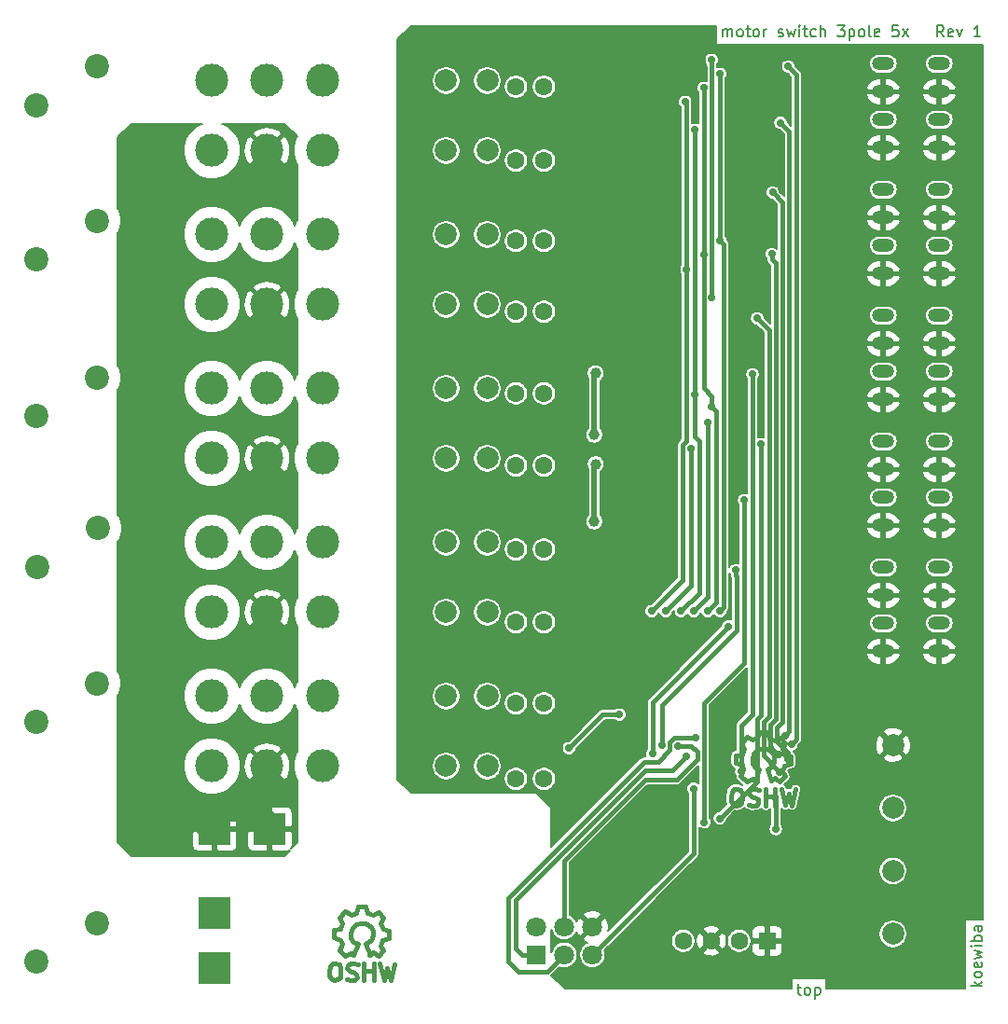
<source format=gbr>
G04 #@! TF.GenerationSoftware,KiCad,Pcbnew,5.0.0-fee4fd1~66~ubuntu16.04.1*
G04 #@! TF.CreationDate,2018-09-19T21:28:41+02:00*
G04 #@! TF.ProjectId,motor_switch_3pole_5x,6D6F746F725F7377697463685F33706F,1*
G04 #@! TF.SameCoordinates,Original*
G04 #@! TF.FileFunction,Copper,L1,Top,Signal*
G04 #@! TF.FilePolarity,Positive*
%FSLAX46Y46*%
G04 Gerber Fmt 4.6, Leading zero omitted, Abs format (unit mm)*
G04 Created by KiCad (PCBNEW 5.0.0-fee4fd1~66~ubuntu16.04.1) date Wed Sep 19 21:28:41 2018*
%MOMM*%
%LPD*%
G01*
G04 APERTURE LIST*
G04 #@! TA.AperFunction,NonConductor*
%ADD10C,0.200000*%
G04 #@! TD*
G04 #@! TA.AperFunction,EtchedComponent*
%ADD11C,0.381000*%
G04 #@! TD*
G04 #@! TA.AperFunction,ComponentPad*
%ADD12C,2.000000*%
G04 #@! TD*
G04 #@! TA.AperFunction,ComponentPad*
%ADD13C,1.600000*%
G04 #@! TD*
G04 #@! TA.AperFunction,ComponentPad*
%ADD14R,1.600000X1.600000*%
G04 #@! TD*
G04 #@! TA.AperFunction,ComponentPad*
%ADD15R,1.800000X1.800000*%
G04 #@! TD*
G04 #@! TA.AperFunction,ComponentPad*
%ADD16C,1.800000*%
G04 #@! TD*
G04 #@! TA.AperFunction,ComponentPad*
%ADD17C,3.000000*%
G04 #@! TD*
G04 #@! TA.AperFunction,ComponentPad*
%ADD18C,2.200000*%
G04 #@! TD*
G04 #@! TA.AperFunction,ComponentPad*
%ADD19O,2.000000X1.200000*%
G04 #@! TD*
G04 #@! TA.AperFunction,ComponentPad*
%ADD20R,2.900000X2.900000*%
G04 #@! TD*
G04 #@! TA.AperFunction,ViaPad*
%ADD21C,1.000000*%
G04 #@! TD*
G04 #@! TA.AperFunction,ViaPad*
%ADD22C,0.700000*%
G04 #@! TD*
G04 #@! TA.AperFunction,Conductor*
%ADD23C,0.500000*%
G04 #@! TD*
G04 #@! TA.AperFunction,Conductor*
%ADD24C,0.400000*%
G04 #@! TD*
G04 #@! TA.AperFunction,Conductor*
%ADD25C,2.500000*%
G04 #@! TD*
G04 #@! TA.AperFunction,Conductor*
%ADD26C,0.200000*%
G04 #@! TD*
G04 APERTURE END LIST*
D10*
X174799761Y-138215714D02*
X175180714Y-138215714D01*
X174942619Y-137882380D02*
X174942619Y-138739523D01*
X174990238Y-138834761D01*
X175085476Y-138882380D01*
X175180714Y-138882380D01*
X175656904Y-138882380D02*
X175561666Y-138834761D01*
X175514047Y-138787142D01*
X175466428Y-138691904D01*
X175466428Y-138406190D01*
X175514047Y-138310952D01*
X175561666Y-138263333D01*
X175656904Y-138215714D01*
X175799761Y-138215714D01*
X175895000Y-138263333D01*
X175942619Y-138310952D01*
X175990238Y-138406190D01*
X175990238Y-138691904D01*
X175942619Y-138787142D01*
X175895000Y-138834761D01*
X175799761Y-138882380D01*
X175656904Y-138882380D01*
X176418809Y-138215714D02*
X176418809Y-139215714D01*
X176418809Y-138263333D02*
X176514047Y-138215714D01*
X176704523Y-138215714D01*
X176799761Y-138263333D01*
X176847380Y-138310952D01*
X176895000Y-138406190D01*
X176895000Y-138691904D01*
X176847380Y-138787142D01*
X176799761Y-138834761D01*
X176704523Y-138882380D01*
X176514047Y-138882380D01*
X176418809Y-138834761D01*
X191587380Y-138061904D02*
X190587380Y-138061904D01*
X191206428Y-137966666D02*
X191587380Y-137680952D01*
X190920714Y-137680952D02*
X191301666Y-138061904D01*
X191587380Y-137109523D02*
X191539761Y-137204761D01*
X191492142Y-137252380D01*
X191396904Y-137300000D01*
X191111190Y-137300000D01*
X191015952Y-137252380D01*
X190968333Y-137204761D01*
X190920714Y-137109523D01*
X190920714Y-136966666D01*
X190968333Y-136871428D01*
X191015952Y-136823809D01*
X191111190Y-136776190D01*
X191396904Y-136776190D01*
X191492142Y-136823809D01*
X191539761Y-136871428D01*
X191587380Y-136966666D01*
X191587380Y-137109523D01*
X191539761Y-135966666D02*
X191587380Y-136061904D01*
X191587380Y-136252380D01*
X191539761Y-136347619D01*
X191444523Y-136395238D01*
X191063571Y-136395238D01*
X190968333Y-136347619D01*
X190920714Y-136252380D01*
X190920714Y-136061904D01*
X190968333Y-135966666D01*
X191063571Y-135919047D01*
X191158809Y-135919047D01*
X191254047Y-136395238D01*
X190920714Y-135585714D02*
X191587380Y-135395238D01*
X191111190Y-135204761D01*
X191587380Y-135014285D01*
X190920714Y-134823809D01*
X191587380Y-134442857D02*
X190920714Y-134442857D01*
X190587380Y-134442857D02*
X190635000Y-134490476D01*
X190682619Y-134442857D01*
X190635000Y-134395238D01*
X190587380Y-134442857D01*
X190682619Y-134442857D01*
X191587380Y-133966666D02*
X190587380Y-133966666D01*
X190968333Y-133966666D02*
X190920714Y-133871428D01*
X190920714Y-133680952D01*
X190968333Y-133585714D01*
X191015952Y-133538095D01*
X191111190Y-133490476D01*
X191396904Y-133490476D01*
X191492142Y-133538095D01*
X191539761Y-133585714D01*
X191587380Y-133680952D01*
X191587380Y-133871428D01*
X191539761Y-133966666D01*
X191587380Y-132633333D02*
X191063571Y-132633333D01*
X190968333Y-132680952D01*
X190920714Y-132776190D01*
X190920714Y-132966666D01*
X190968333Y-133061904D01*
X191539761Y-132633333D02*
X191587380Y-132728571D01*
X191587380Y-132966666D01*
X191539761Y-133061904D01*
X191444523Y-133109523D01*
X191349285Y-133109523D01*
X191254047Y-133061904D01*
X191206428Y-132966666D01*
X191206428Y-132728571D01*
X191158809Y-132633333D01*
X168068571Y-51887380D02*
X168068571Y-51220714D01*
X168068571Y-51315952D02*
X168116190Y-51268333D01*
X168211428Y-51220714D01*
X168354285Y-51220714D01*
X168449523Y-51268333D01*
X168497142Y-51363571D01*
X168497142Y-51887380D01*
X168497142Y-51363571D02*
X168544761Y-51268333D01*
X168640000Y-51220714D01*
X168782857Y-51220714D01*
X168878095Y-51268333D01*
X168925714Y-51363571D01*
X168925714Y-51887380D01*
X169544761Y-51887380D02*
X169449523Y-51839761D01*
X169401904Y-51792142D01*
X169354285Y-51696904D01*
X169354285Y-51411190D01*
X169401904Y-51315952D01*
X169449523Y-51268333D01*
X169544761Y-51220714D01*
X169687619Y-51220714D01*
X169782857Y-51268333D01*
X169830476Y-51315952D01*
X169878095Y-51411190D01*
X169878095Y-51696904D01*
X169830476Y-51792142D01*
X169782857Y-51839761D01*
X169687619Y-51887380D01*
X169544761Y-51887380D01*
X170163809Y-51220714D02*
X170544761Y-51220714D01*
X170306666Y-50887380D02*
X170306666Y-51744523D01*
X170354285Y-51839761D01*
X170449523Y-51887380D01*
X170544761Y-51887380D01*
X171020952Y-51887380D02*
X170925714Y-51839761D01*
X170878095Y-51792142D01*
X170830476Y-51696904D01*
X170830476Y-51411190D01*
X170878095Y-51315952D01*
X170925714Y-51268333D01*
X171020952Y-51220714D01*
X171163809Y-51220714D01*
X171259047Y-51268333D01*
X171306666Y-51315952D01*
X171354285Y-51411190D01*
X171354285Y-51696904D01*
X171306666Y-51792142D01*
X171259047Y-51839761D01*
X171163809Y-51887380D01*
X171020952Y-51887380D01*
X171782857Y-51887380D02*
X171782857Y-51220714D01*
X171782857Y-51411190D02*
X171830476Y-51315952D01*
X171878095Y-51268333D01*
X171973333Y-51220714D01*
X172068571Y-51220714D01*
X173116190Y-51839761D02*
X173211428Y-51887380D01*
X173401904Y-51887380D01*
X173497142Y-51839761D01*
X173544761Y-51744523D01*
X173544761Y-51696904D01*
X173497142Y-51601666D01*
X173401904Y-51554047D01*
X173259047Y-51554047D01*
X173163809Y-51506428D01*
X173116190Y-51411190D01*
X173116190Y-51363571D01*
X173163809Y-51268333D01*
X173259047Y-51220714D01*
X173401904Y-51220714D01*
X173497142Y-51268333D01*
X173878095Y-51220714D02*
X174068571Y-51887380D01*
X174259047Y-51411190D01*
X174449523Y-51887380D01*
X174640000Y-51220714D01*
X175020952Y-51887380D02*
X175020952Y-51220714D01*
X175020952Y-50887380D02*
X174973333Y-50935000D01*
X175020952Y-50982619D01*
X175068571Y-50935000D01*
X175020952Y-50887380D01*
X175020952Y-50982619D01*
X175354285Y-51220714D02*
X175735238Y-51220714D01*
X175497142Y-50887380D02*
X175497142Y-51744523D01*
X175544761Y-51839761D01*
X175640000Y-51887380D01*
X175735238Y-51887380D01*
X176497142Y-51839761D02*
X176401904Y-51887380D01*
X176211428Y-51887380D01*
X176116190Y-51839761D01*
X176068571Y-51792142D01*
X176020952Y-51696904D01*
X176020952Y-51411190D01*
X176068571Y-51315952D01*
X176116190Y-51268333D01*
X176211428Y-51220714D01*
X176401904Y-51220714D01*
X176497142Y-51268333D01*
X176925714Y-51887380D02*
X176925714Y-50887380D01*
X177354285Y-51887380D02*
X177354285Y-51363571D01*
X177306666Y-51268333D01*
X177211428Y-51220714D01*
X177068571Y-51220714D01*
X176973333Y-51268333D01*
X176925714Y-51315952D01*
X178497142Y-50887380D02*
X179116190Y-50887380D01*
X178782857Y-51268333D01*
X178925714Y-51268333D01*
X179020952Y-51315952D01*
X179068571Y-51363571D01*
X179116190Y-51458809D01*
X179116190Y-51696904D01*
X179068571Y-51792142D01*
X179020952Y-51839761D01*
X178925714Y-51887380D01*
X178640000Y-51887380D01*
X178544761Y-51839761D01*
X178497142Y-51792142D01*
X179544761Y-51220714D02*
X179544761Y-52220714D01*
X179544761Y-51268333D02*
X179640000Y-51220714D01*
X179830476Y-51220714D01*
X179925714Y-51268333D01*
X179973333Y-51315952D01*
X180020952Y-51411190D01*
X180020952Y-51696904D01*
X179973333Y-51792142D01*
X179925714Y-51839761D01*
X179830476Y-51887380D01*
X179640000Y-51887380D01*
X179544761Y-51839761D01*
X180592380Y-51887380D02*
X180497142Y-51839761D01*
X180449523Y-51792142D01*
X180401904Y-51696904D01*
X180401904Y-51411190D01*
X180449523Y-51315952D01*
X180497142Y-51268333D01*
X180592380Y-51220714D01*
X180735238Y-51220714D01*
X180830476Y-51268333D01*
X180878095Y-51315952D01*
X180925714Y-51411190D01*
X180925714Y-51696904D01*
X180878095Y-51792142D01*
X180830476Y-51839761D01*
X180735238Y-51887380D01*
X180592380Y-51887380D01*
X181497142Y-51887380D02*
X181401904Y-51839761D01*
X181354285Y-51744523D01*
X181354285Y-50887380D01*
X182259047Y-51839761D02*
X182163809Y-51887380D01*
X181973333Y-51887380D01*
X181878095Y-51839761D01*
X181830476Y-51744523D01*
X181830476Y-51363571D01*
X181878095Y-51268333D01*
X181973333Y-51220714D01*
X182163809Y-51220714D01*
X182259047Y-51268333D01*
X182306666Y-51363571D01*
X182306666Y-51458809D01*
X181830476Y-51554047D01*
X183973333Y-50887380D02*
X183497142Y-50887380D01*
X183449523Y-51363571D01*
X183497142Y-51315952D01*
X183592380Y-51268333D01*
X183830476Y-51268333D01*
X183925714Y-51315952D01*
X183973333Y-51363571D01*
X184020952Y-51458809D01*
X184020952Y-51696904D01*
X183973333Y-51792142D01*
X183925714Y-51839761D01*
X183830476Y-51887380D01*
X183592380Y-51887380D01*
X183497142Y-51839761D01*
X183449523Y-51792142D01*
X184354285Y-51887380D02*
X184878095Y-51220714D01*
X184354285Y-51220714D02*
X184878095Y-51887380D01*
X188116190Y-51887380D02*
X187782857Y-51411190D01*
X187544761Y-51887380D02*
X187544761Y-50887380D01*
X187925714Y-50887380D01*
X188020952Y-50935000D01*
X188068571Y-50982619D01*
X188116190Y-51077857D01*
X188116190Y-51220714D01*
X188068571Y-51315952D01*
X188020952Y-51363571D01*
X187925714Y-51411190D01*
X187544761Y-51411190D01*
X188925714Y-51839761D02*
X188830476Y-51887380D01*
X188639999Y-51887380D01*
X188544761Y-51839761D01*
X188497142Y-51744523D01*
X188497142Y-51363571D01*
X188544761Y-51268333D01*
X188639999Y-51220714D01*
X188830476Y-51220714D01*
X188925714Y-51268333D01*
X188973333Y-51363571D01*
X188973333Y-51458809D01*
X188497142Y-51554047D01*
X189306666Y-51220714D02*
X189544761Y-51887380D01*
X189782857Y-51220714D01*
X191449523Y-51887380D02*
X190878095Y-51887380D01*
X191163809Y-51887380D02*
X191163809Y-50887380D01*
X191068571Y-51030238D01*
X190973333Y-51125476D01*
X190878095Y-51173095D01*
D11*
G04 #@! TO.C,LOGO1*
X135605520Y-134249160D02*
X136004300Y-135249920D01*
X134904480Y-134249160D02*
X134553960Y-135249920D01*
X134553960Y-134051040D02*
X134904480Y-134249160D01*
X134305040Y-133748780D02*
X134553960Y-134051040D01*
X134254240Y-133250940D02*
X134305040Y-133748780D01*
X134404100Y-132798820D02*
X134254240Y-133250940D01*
X134805420Y-132450840D02*
X134404100Y-132798820D01*
X135204200Y-132349240D02*
X134805420Y-132450840D01*
X135653780Y-132400040D02*
X135204200Y-132349240D01*
X136105900Y-132750560D02*
X135653780Y-132400040D01*
X136255760Y-133101080D02*
X136105900Y-132750560D01*
X136255760Y-133499860D02*
X136255760Y-133101080D01*
X136105900Y-133901180D02*
X136255760Y-133499860D01*
X135905240Y-134099300D02*
X136105900Y-133901180D01*
X135605520Y-134249160D02*
X135905240Y-134099300D01*
X133324600Y-133870700D02*
X133464300Y-134269480D01*
X132765800Y-133670040D02*
X133324600Y-133870700D01*
X132775960Y-132969000D02*
X132765800Y-133670040D01*
X133324600Y-132869940D02*
X132775960Y-132969000D01*
X133494780Y-132389880D02*
X133324600Y-132869940D01*
X133245860Y-131848860D02*
X133494780Y-132389880D01*
X133764020Y-131320540D02*
X133245860Y-131848860D01*
X134315200Y-131589780D02*
X133764020Y-131320540D01*
X134734300Y-131419600D02*
X134315200Y-131589780D01*
X134945120Y-130870960D02*
X134734300Y-131419600D01*
X135636000Y-130888740D02*
X134945120Y-130870960D01*
X135806180Y-131429760D02*
X135636000Y-130888740D01*
X136276080Y-131630420D02*
X135806180Y-131429760D01*
X136794240Y-131368800D02*
X136276080Y-131630420D01*
X137264140Y-131879340D02*
X136794240Y-131368800D01*
X136994900Y-132349240D02*
X137264140Y-131879340D01*
X137195560Y-132920740D02*
X136994900Y-132349240D01*
X137754360Y-133060440D02*
X137195560Y-132920740D01*
X137754360Y-133741160D02*
X137754360Y-133060440D01*
X137144760Y-133929120D02*
X137754360Y-133741160D01*
X136954260Y-134399020D02*
X137144760Y-133929120D01*
X137236200Y-134879080D02*
X136954260Y-134399020D01*
X136763760Y-135369300D02*
X137236200Y-134879080D01*
X136324340Y-135039100D02*
X136763760Y-135369300D01*
X135994140Y-135229600D02*
X136324340Y-135039100D01*
X134274560Y-135089900D02*
X134553960Y-135249920D01*
X133753860Y-135359140D02*
X134274560Y-135089900D01*
X133215380Y-134840980D02*
X133753860Y-135359140D01*
X133474460Y-134279640D02*
X133215380Y-134840980D01*
X133215380Y-136138920D02*
X132854700Y-136009380D01*
X133324600Y-136420860D02*
X133215380Y-136138920D01*
X133375400Y-136829800D02*
X133324600Y-136420860D01*
X133304280Y-137289540D02*
X133375400Y-136829800D01*
X133085840Y-137469880D02*
X133304280Y-137289540D01*
X132775960Y-137541000D02*
X133085840Y-137469880D01*
X132524500Y-137419080D02*
X132775960Y-137541000D01*
X132323840Y-137099040D02*
X132524500Y-137419080D01*
X132295900Y-136751060D02*
X132323840Y-137099040D01*
X132384800Y-136260840D02*
X132295900Y-136751060D01*
X132626100Y-136019540D02*
X132384800Y-136260840D01*
X132875020Y-135999220D02*
X132626100Y-136019540D01*
X134264400Y-137558780D02*
X133913880Y-137449560D01*
X134584440Y-137530840D02*
X134264400Y-137558780D01*
X134815580Y-137309860D02*
X134584440Y-137530840D01*
X134774940Y-137010140D02*
X134815580Y-137309860D01*
X134594600Y-136850120D02*
X134774940Y-137010140D01*
X134205980Y-136720580D02*
X134594600Y-136850120D01*
X133964680Y-136479280D02*
X134205980Y-136720580D01*
X133995160Y-136210040D02*
X133964680Y-136479280D01*
X134233920Y-136009380D02*
X133995160Y-136210040D01*
X134553960Y-136019540D02*
X134233920Y-136009380D01*
X134904480Y-136100820D02*
X134553960Y-136019540D01*
X135455660Y-137568940D02*
X135465820Y-137558780D01*
X135455660Y-135999220D02*
X135455660Y-137568940D01*
X136344660Y-136009380D02*
X136344660Y-137551160D01*
X136304020Y-136730740D02*
X136304020Y-136720580D01*
X136293860Y-136720580D02*
X136304020Y-136730740D01*
X135503920Y-136730740D02*
X136293860Y-136720580D01*
X137873740Y-137520680D02*
X138214100Y-136070340D01*
X137563860Y-136448800D02*
X137873740Y-137520680D01*
X137284460Y-137510520D02*
X137563860Y-136448800D01*
X136923780Y-136039860D02*
X137284460Y-137510520D01*
G04 #@! TO.C,LOGO3*
X172080121Y-118403701D02*
X172478901Y-119404461D01*
X171379081Y-118403701D02*
X171028561Y-119404461D01*
X171028561Y-118205581D02*
X171379081Y-118403701D01*
X170779641Y-117903321D02*
X171028561Y-118205581D01*
X170728841Y-117405481D02*
X170779641Y-117903321D01*
X170878701Y-116953361D02*
X170728841Y-117405481D01*
X171280021Y-116605381D02*
X170878701Y-116953361D01*
X171678801Y-116503781D02*
X171280021Y-116605381D01*
X172128381Y-116554581D02*
X171678801Y-116503781D01*
X172580501Y-116905101D02*
X172128381Y-116554581D01*
X172730361Y-117255621D02*
X172580501Y-116905101D01*
X172730361Y-117654401D02*
X172730361Y-117255621D01*
X172580501Y-118055721D02*
X172730361Y-117654401D01*
X172379841Y-118253841D02*
X172580501Y-118055721D01*
X172080121Y-118403701D02*
X172379841Y-118253841D01*
X169799201Y-118025241D02*
X169938901Y-118424021D01*
X169240401Y-117824581D02*
X169799201Y-118025241D01*
X169250561Y-117123541D02*
X169240401Y-117824581D01*
X169799201Y-117024481D02*
X169250561Y-117123541D01*
X169969381Y-116544421D02*
X169799201Y-117024481D01*
X169720461Y-116003401D02*
X169969381Y-116544421D01*
X170238621Y-115475081D02*
X169720461Y-116003401D01*
X170789801Y-115744321D02*
X170238621Y-115475081D01*
X171208901Y-115574141D02*
X170789801Y-115744321D01*
X171419721Y-115025501D02*
X171208901Y-115574141D01*
X172110601Y-115043281D02*
X171419721Y-115025501D01*
X172280781Y-115584301D02*
X172110601Y-115043281D01*
X172750681Y-115784961D02*
X172280781Y-115584301D01*
X173268841Y-115523341D02*
X172750681Y-115784961D01*
X173738741Y-116033881D02*
X173268841Y-115523341D01*
X173469501Y-116503781D02*
X173738741Y-116033881D01*
X173670161Y-117075281D02*
X173469501Y-116503781D01*
X174228961Y-117214981D02*
X173670161Y-117075281D01*
X174228961Y-117895701D02*
X174228961Y-117214981D01*
X173619361Y-118083661D02*
X174228961Y-117895701D01*
X173428861Y-118553561D02*
X173619361Y-118083661D01*
X173710801Y-119033621D02*
X173428861Y-118553561D01*
X173238361Y-119523841D02*
X173710801Y-119033621D01*
X172798941Y-119193641D02*
X173238361Y-119523841D01*
X172468741Y-119384141D02*
X172798941Y-119193641D01*
X170749161Y-119244441D02*
X171028561Y-119404461D01*
X170228461Y-119513681D02*
X170749161Y-119244441D01*
X169689981Y-118995521D02*
X170228461Y-119513681D01*
X169949061Y-118434181D02*
X169689981Y-118995521D01*
X169689981Y-120293461D02*
X169329301Y-120163921D01*
X169799201Y-120575401D02*
X169689981Y-120293461D01*
X169850001Y-120984341D02*
X169799201Y-120575401D01*
X169778881Y-121444081D02*
X169850001Y-120984341D01*
X169560441Y-121624421D02*
X169778881Y-121444081D01*
X169250561Y-121695541D02*
X169560441Y-121624421D01*
X168999101Y-121573621D02*
X169250561Y-121695541D01*
X168798441Y-121253581D02*
X168999101Y-121573621D01*
X168770501Y-120905601D02*
X168798441Y-121253581D01*
X168859401Y-120415381D02*
X168770501Y-120905601D01*
X169100701Y-120174081D02*
X168859401Y-120415381D01*
X169349621Y-120153761D02*
X169100701Y-120174081D01*
X170739001Y-121713321D02*
X170388481Y-121604101D01*
X171059041Y-121685381D02*
X170739001Y-121713321D01*
X171290181Y-121464401D02*
X171059041Y-121685381D01*
X171249541Y-121164681D02*
X171290181Y-121464401D01*
X171069201Y-121004661D02*
X171249541Y-121164681D01*
X170680581Y-120875121D02*
X171069201Y-121004661D01*
X170439281Y-120633821D02*
X170680581Y-120875121D01*
X170469761Y-120364581D02*
X170439281Y-120633821D01*
X170708521Y-120163921D02*
X170469761Y-120364581D01*
X171028561Y-120174081D02*
X170708521Y-120163921D01*
X171379081Y-120255361D02*
X171028561Y-120174081D01*
X171930261Y-121723481D02*
X171940421Y-121713321D01*
X171930261Y-120153761D02*
X171930261Y-121723481D01*
X172819261Y-120163921D02*
X172819261Y-121705701D01*
X172778621Y-120885281D02*
X172778621Y-120875121D01*
X172768461Y-120875121D02*
X172778621Y-120885281D01*
X171978521Y-120885281D02*
X172768461Y-120875121D01*
X174348341Y-121675221D02*
X174688701Y-120224881D01*
X174038461Y-120603341D02*
X174348341Y-121675221D01*
X173759061Y-121665061D02*
X174038461Y-120603341D01*
X173398381Y-120194401D02*
X173759061Y-121665061D01*
G04 #@! TD*
D12*
G04 #@! TO.P,J13,1*
G04 #@! TO.N,Net-(F2-Pad2)*
X183515000Y-133350000D03*
G04 #@! TD*
G04 #@! TO.P,J14,1*
G04 #@! TO.N,/bus_atmega328_basic/A*
X183515000Y-127635000D03*
G04 #@! TD*
G04 #@! TO.P,J15,1*
G04 #@! TO.N,/bus_atmega328_basic/B*
X183515000Y-121920000D03*
G04 #@! TD*
G04 #@! TO.P,J16,1*
G04 #@! TO.N,GND*
X183515000Y-116205000D03*
G04 #@! TD*
D13*
G04 #@! TO.P,U7,4*
G04 #@! TO.N,+5V*
X164465000Y-133985000D03*
G04 #@! TO.P,U7,3*
G04 #@! TO.N,GND*
X167005000Y-133985000D03*
G04 #@! TO.P,U7,2*
G04 #@! TO.N,+24V*
X169545000Y-133985000D03*
D14*
G04 #@! TO.P,U7,1*
G04 #@! TO.N,GND*
X172085000Y-133985000D03*
G04 #@! TD*
D15*
G04 #@! TO.P,J12,1*
G04 #@! TO.N,/bus_atmega328_basic/PB4_MISO*
X151130000Y-135255000D03*
D16*
G04 #@! TO.P,J12,2*
G04 #@! TO.N,+5V*
X151130000Y-132715000D03*
G04 #@! TO.P,J12,3*
G04 #@! TO.N,/bus_atmega328_basic/PB5_SCK*
X153670000Y-135255000D03*
G04 #@! TO.P,J12,4*
G04 #@! TO.N,/bus_atmega328_basic/PB3_MOSI*
X153670000Y-132715000D03*
G04 #@! TO.P,J12,5*
G04 #@! TO.N,/output_reset*
X156210000Y-135255000D03*
G04 #@! TO.P,J12,6*
G04 #@! TO.N,GND*
X156210000Y-132715000D03*
G04 #@! TD*
D13*
G04 #@! TO.P,D23,2*
G04 #@! TO.N,Net-(D1-Pad1)*
X149276000Y-56440000D03*
G04 #@! TO.P,D23,1*
G04 #@! TO.N,Net-(D23-Pad1)*
X151816000Y-56440000D03*
G04 #@! TD*
G04 #@! TO.P,D24,2*
G04 #@! TO.N,Net-(D2-Pad1)*
X149276000Y-63146000D03*
G04 #@! TO.P,D24,1*
G04 #@! TO.N,Net-(D24-Pad1)*
X151816000Y-63146000D03*
G04 #@! TD*
G04 #@! TO.P,D25,2*
G04 #@! TO.N,Net-(D25-Pad2)*
X149276000Y-70440000D03*
G04 #@! TO.P,D25,1*
G04 #@! TO.N,Net-(D25-Pad1)*
X151816000Y-70440000D03*
G04 #@! TD*
G04 #@! TO.P,D26,2*
G04 #@! TO.N,Net-(D26-Pad2)*
X149276000Y-76862000D03*
G04 #@! TO.P,D26,1*
G04 #@! TO.N,Net-(D26-Pad1)*
X151816000Y-76862000D03*
G04 #@! TD*
G04 #@! TO.P,D27,2*
G04 #@! TO.N,Net-(D27-Pad2)*
X149276000Y-84291500D03*
G04 #@! TO.P,D27,1*
G04 #@! TO.N,Net-(D27-Pad1)*
X151816000Y-84291500D03*
G04 #@! TD*
G04 #@! TO.P,D28,2*
G04 #@! TO.N,Net-(D28-Pad2)*
X149276000Y-90832000D03*
G04 #@! TO.P,D28,1*
G04 #@! TO.N,Net-(D28-Pad1)*
X151816000Y-90832000D03*
G04 #@! TD*
G04 #@! TO.P,D29,2*
G04 #@! TO.N,Net-(D29-Pad2)*
X149276000Y-98452000D03*
G04 #@! TO.P,D29,1*
G04 #@! TO.N,Net-(D29-Pad1)*
X151816000Y-98452000D03*
G04 #@! TD*
G04 #@! TO.P,D30,2*
G04 #@! TO.N,Net-(D30-Pad2)*
X149276000Y-105056000D03*
G04 #@! TO.P,D30,1*
G04 #@! TO.N,Net-(D30-Pad1)*
X151816000Y-105056000D03*
G04 #@! TD*
G04 #@! TO.P,D31,2*
G04 #@! TO.N,Net-(D31-Pad2)*
X149276000Y-112422000D03*
G04 #@! TO.P,D31,1*
G04 #@! TO.N,Net-(D31-Pad1)*
X151816000Y-112422000D03*
G04 #@! TD*
G04 #@! TO.P,D32,2*
G04 #@! TO.N,Net-(D10-Pad1)*
X149276000Y-119280000D03*
G04 #@! TO.P,D32,1*
G04 #@! TO.N,Net-(D32-Pad1)*
X151816000Y-119280000D03*
G04 #@! TD*
D17*
G04 #@! TO.P,REL5,5*
G04 #@! TO.N,/Motor Relays/MOTOR_2_230V_UP*
X121685000Y-83820000D03*
G04 #@! TO.P,REL5,4*
G04 #@! TO.N,/Motor Relays/M2_230V_ON*
X126685000Y-83820000D03*
G04 #@! TO.P,REL5,3*
G04 #@! TO.N,/Motor Relays/MOTOR_2_230V_DOWN*
X131685000Y-83820000D03*
D12*
G04 #@! TO.P,REL5,2*
G04 #@! TO.N,+24V*
X142935000Y-83820000D03*
G04 #@! TO.P,REL5,1*
G04 #@! TO.N,Net-(D27-Pad2)*
X146685000Y-83820000D03*
G04 #@! TD*
D17*
G04 #@! TO.P,REL1,5*
G04 #@! TO.N,/Motor Relays/MOTOR_0_230V_UP*
X121685000Y-55880000D03*
G04 #@! TO.P,REL1,4*
G04 #@! TO.N,/Motor Relays/M0_230V_ON*
X126685000Y-55880000D03*
G04 #@! TO.P,REL1,3*
G04 #@! TO.N,/Motor Relays/MOTOR_0_230V_DOWN*
X131685000Y-55880000D03*
D12*
G04 #@! TO.P,REL1,2*
G04 #@! TO.N,+24V*
X142935000Y-55880000D03*
G04 #@! TO.P,REL1,1*
G04 #@! TO.N,Net-(D1-Pad1)*
X146685000Y-55880000D03*
G04 #@! TD*
D17*
G04 #@! TO.P,REL2,5*
G04 #@! TO.N,/Motor Relays/M0_230V_ON*
X121685000Y-62230000D03*
G04 #@! TO.P,REL2,4*
G04 #@! TO.N,/Motor Relays/230V*
X126685000Y-62230000D03*
G04 #@! TO.P,REL2,3*
G04 #@! TO.N,N/C*
X131685000Y-62230000D03*
D12*
G04 #@! TO.P,REL2,2*
G04 #@! TO.N,+24V*
X142935000Y-62230000D03*
G04 #@! TO.P,REL2,1*
G04 #@! TO.N,Net-(D2-Pad1)*
X146685000Y-62230000D03*
G04 #@! TD*
D17*
G04 #@! TO.P,REL3,5*
G04 #@! TO.N,/Motor Relays/MOTOR_1_230V_UP*
X121685000Y-69850000D03*
G04 #@! TO.P,REL3,4*
G04 #@! TO.N,/Motor Relays/M1_230V_ON*
X126685000Y-69850000D03*
G04 #@! TO.P,REL3,3*
G04 #@! TO.N,/Motor Relays/MOTOR_1_230V_DOWN*
X131685000Y-69850000D03*
D12*
G04 #@! TO.P,REL3,2*
G04 #@! TO.N,+24V*
X142935000Y-69850000D03*
G04 #@! TO.P,REL3,1*
G04 #@! TO.N,Net-(D25-Pad2)*
X146685000Y-69850000D03*
G04 #@! TD*
D17*
G04 #@! TO.P,REL4,5*
G04 #@! TO.N,/Motor Relays/M1_230V_ON*
X121685000Y-76200000D03*
G04 #@! TO.P,REL4,4*
G04 #@! TO.N,/Motor Relays/230V*
X126685000Y-76200000D03*
G04 #@! TO.P,REL4,3*
G04 #@! TO.N,N/C*
X131685000Y-76200000D03*
D12*
G04 #@! TO.P,REL4,2*
G04 #@! TO.N,+24V*
X142935000Y-76200000D03*
G04 #@! TO.P,REL4,1*
G04 #@! TO.N,Net-(D26-Pad2)*
X146685000Y-76200000D03*
G04 #@! TD*
D17*
G04 #@! TO.P,REL6,5*
G04 #@! TO.N,/Motor Relays/M2_230V_ON*
X121685000Y-90170000D03*
G04 #@! TO.P,REL6,4*
G04 #@! TO.N,/Motor Relays/230V*
X126685000Y-90170000D03*
G04 #@! TO.P,REL6,3*
G04 #@! TO.N,N/C*
X131685000Y-90170000D03*
D12*
G04 #@! TO.P,REL6,2*
G04 #@! TO.N,+24V*
X142935000Y-90170000D03*
G04 #@! TO.P,REL6,1*
G04 #@! TO.N,Net-(D28-Pad2)*
X146685000Y-90170000D03*
G04 #@! TD*
D17*
G04 #@! TO.P,REL7,5*
G04 #@! TO.N,/Motor Relays/MOTOR_3_230V_UP*
X121685000Y-97790000D03*
G04 #@! TO.P,REL7,4*
G04 #@! TO.N,/Motor Relays/M3_230V_ON*
X126685000Y-97790000D03*
G04 #@! TO.P,REL7,3*
G04 #@! TO.N,/Motor Relays/MOTOR_3_230V_DOWN*
X131685000Y-97790000D03*
D12*
G04 #@! TO.P,REL7,2*
G04 #@! TO.N,+24V*
X142935000Y-97790000D03*
G04 #@! TO.P,REL7,1*
G04 #@! TO.N,Net-(D29-Pad2)*
X146685000Y-97790000D03*
G04 #@! TD*
D17*
G04 #@! TO.P,REL8,5*
G04 #@! TO.N,/Motor Relays/M3_230V_ON*
X121685000Y-104140000D03*
G04 #@! TO.P,REL8,4*
G04 #@! TO.N,/Motor Relays/230V*
X126685000Y-104140000D03*
G04 #@! TO.P,REL8,3*
G04 #@! TO.N,N/C*
X131685000Y-104140000D03*
D12*
G04 #@! TO.P,REL8,2*
G04 #@! TO.N,+24V*
X142935000Y-104140000D03*
G04 #@! TO.P,REL8,1*
G04 #@! TO.N,Net-(D30-Pad2)*
X146685000Y-104140000D03*
G04 #@! TD*
D17*
G04 #@! TO.P,REL9,5*
G04 #@! TO.N,/Motor Relays/MOTOR_4_230V_UP*
X121685000Y-111760000D03*
G04 #@! TO.P,REL9,4*
G04 #@! TO.N,/Motor Relays/M4_230V_ON*
X126685000Y-111760000D03*
G04 #@! TO.P,REL9,3*
G04 #@! TO.N,/Motor Relays/MOTOR_4_230V_DOWN*
X131685000Y-111760000D03*
D12*
G04 #@! TO.P,REL9,2*
G04 #@! TO.N,+24V*
X142935000Y-111760000D03*
G04 #@! TO.P,REL9,1*
G04 #@! TO.N,Net-(D31-Pad2)*
X146685000Y-111760000D03*
G04 #@! TD*
D17*
G04 #@! TO.P,REL10,5*
G04 #@! TO.N,/Motor Relays/M4_230V_ON*
X121685000Y-118110000D03*
G04 #@! TO.P,REL10,4*
G04 #@! TO.N,/Motor Relays/230V*
X126685000Y-118110000D03*
G04 #@! TO.P,REL10,3*
G04 #@! TO.N,N/C*
X131685000Y-118110000D03*
D12*
G04 #@! TO.P,REL10,2*
G04 #@! TO.N,+24V*
X142935000Y-118110000D03*
G04 #@! TO.P,REL10,1*
G04 #@! TO.N,Net-(D10-Pad1)*
X146685000Y-118110000D03*
G04 #@! TD*
D18*
G04 #@! TO.P,J2,2*
G04 #@! TO.N,/Motor Relays/MOTOR_0_230V_UP*
X105710000Y-58110000D03*
G04 #@! TO.P,J2,1*
G04 #@! TO.N,/Motor Relays/MOTOR_0_230V_DOWN*
X111210000Y-54610000D03*
G04 #@! TD*
G04 #@! TO.P,J1,2*
G04 #@! TO.N,Net-(J1-Pad1)*
X105710000Y-135890000D03*
G04 #@! TO.P,J1,1*
X111210000Y-132390000D03*
G04 #@! TD*
G04 #@! TO.P,J3,2*
G04 #@! TO.N,/Motor Relays/MOTOR_1_230V_UP*
X105710000Y-72110000D03*
G04 #@! TO.P,J3,1*
G04 #@! TO.N,/Motor Relays/MOTOR_1_230V_DOWN*
X111210000Y-68610000D03*
G04 #@! TD*
G04 #@! TO.P,J4,2*
G04 #@! TO.N,/Motor Relays/MOTOR_2_230V_UP*
X105710000Y-86360000D03*
G04 #@! TO.P,J4,1*
G04 #@! TO.N,/Motor Relays/MOTOR_2_230V_DOWN*
X111210000Y-82860000D03*
G04 #@! TD*
G04 #@! TO.P,J5,2*
G04 #@! TO.N,/Motor Relays/MOTOR_3_230V_UP*
X105810000Y-100020000D03*
G04 #@! TO.P,J5,1*
G04 #@! TO.N,/Motor Relays/MOTOR_3_230V_DOWN*
X111310000Y-96520000D03*
G04 #@! TD*
G04 #@! TO.P,J6,2*
G04 #@! TO.N,/Motor Relays/MOTOR_4_230V_UP*
X105710000Y-114110000D03*
G04 #@! TO.P,J6,1*
G04 #@! TO.N,/Motor Relays/MOTOR_4_230V_DOWN*
X111210000Y-110610000D03*
G04 #@! TD*
D19*
G04 #@! TO.P,J7,4*
G04 #@! TO.N,GND*
X182626000Y-61976000D03*
G04 #@! TO.P,J7,3*
G04 #@! TO.N,Net-(J7-Pad3)*
X182626000Y-59436000D03*
G04 #@! TO.P,J7,2*
G04 #@! TO.N,GND*
X182626000Y-56896000D03*
G04 #@! TO.P,J7,1*
G04 #@! TO.N,Net-(J7-Pad1)*
X182626000Y-54356000D03*
G04 #@! TO.P,J7,4*
G04 #@! TO.N,GND*
X187706000Y-61976000D03*
G04 #@! TO.P,J7,3*
G04 #@! TO.N,Net-(J7-Pad3)*
X187706000Y-59436000D03*
G04 #@! TO.P,J7,1*
G04 #@! TO.N,Net-(J7-Pad1)*
X187706000Y-54356000D03*
G04 #@! TO.P,J7,2*
G04 #@! TO.N,GND*
X187706000Y-56896000D03*
G04 #@! TD*
G04 #@! TO.P,J8,4*
G04 #@! TO.N,GND*
X182626000Y-73406000D03*
G04 #@! TO.P,J8,3*
G04 #@! TO.N,Net-(J8-Pad3)*
X182626000Y-70866000D03*
G04 #@! TO.P,J8,2*
G04 #@! TO.N,GND*
X182626000Y-68326000D03*
G04 #@! TO.P,J8,1*
G04 #@! TO.N,Net-(J8-Pad1)*
X182626000Y-65786000D03*
G04 #@! TO.P,J8,4*
G04 #@! TO.N,GND*
X187706000Y-73406000D03*
G04 #@! TO.P,J8,3*
G04 #@! TO.N,Net-(J8-Pad3)*
X187706000Y-70866000D03*
G04 #@! TO.P,J8,1*
G04 #@! TO.N,Net-(J8-Pad1)*
X187706000Y-65786000D03*
G04 #@! TO.P,J8,2*
G04 #@! TO.N,GND*
X187706000Y-68326000D03*
G04 #@! TD*
G04 #@! TO.P,J9,4*
G04 #@! TO.N,GND*
X182626000Y-84836000D03*
G04 #@! TO.P,J9,3*
G04 #@! TO.N,Net-(J9-Pad3)*
X182626000Y-82296000D03*
G04 #@! TO.P,J9,2*
G04 #@! TO.N,GND*
X182626000Y-79756000D03*
G04 #@! TO.P,J9,1*
G04 #@! TO.N,Net-(J9-Pad1)*
X182626000Y-77216000D03*
G04 #@! TO.P,J9,4*
G04 #@! TO.N,GND*
X187706000Y-84836000D03*
G04 #@! TO.P,J9,3*
G04 #@! TO.N,Net-(J9-Pad3)*
X187706000Y-82296000D03*
G04 #@! TO.P,J9,1*
G04 #@! TO.N,Net-(J9-Pad1)*
X187706000Y-77216000D03*
G04 #@! TO.P,J9,2*
G04 #@! TO.N,GND*
X187706000Y-79756000D03*
G04 #@! TD*
G04 #@! TO.P,J10,4*
G04 #@! TO.N,GND*
X182626000Y-96266000D03*
G04 #@! TO.P,J10,3*
G04 #@! TO.N,Net-(J10-Pad3)*
X182626000Y-93726000D03*
G04 #@! TO.P,J10,2*
G04 #@! TO.N,GND*
X182626000Y-91186000D03*
G04 #@! TO.P,J10,1*
G04 #@! TO.N,Net-(J10-Pad1)*
X182626000Y-88646000D03*
G04 #@! TO.P,J10,4*
G04 #@! TO.N,GND*
X187706000Y-96266000D03*
G04 #@! TO.P,J10,3*
G04 #@! TO.N,Net-(J10-Pad3)*
X187706000Y-93726000D03*
G04 #@! TO.P,J10,1*
G04 #@! TO.N,Net-(J10-Pad1)*
X187706000Y-88646000D03*
G04 #@! TO.P,J10,2*
G04 #@! TO.N,GND*
X187706000Y-91186000D03*
G04 #@! TD*
G04 #@! TO.P,J11,4*
G04 #@! TO.N,GND*
X182626000Y-107696000D03*
G04 #@! TO.P,J11,3*
G04 #@! TO.N,Net-(J11-Pad3)*
X182626000Y-105156000D03*
G04 #@! TO.P,J11,2*
G04 #@! TO.N,GND*
X182626000Y-102616000D03*
G04 #@! TO.P,J11,1*
G04 #@! TO.N,Net-(J11-Pad1)*
X182626000Y-100076000D03*
G04 #@! TO.P,J11,4*
G04 #@! TO.N,GND*
X187706000Y-107696000D03*
G04 #@! TO.P,J11,3*
G04 #@! TO.N,Net-(J11-Pad3)*
X187706000Y-105156000D03*
G04 #@! TO.P,J11,1*
G04 #@! TO.N,Net-(J11-Pad1)*
X187706000Y-100076000D03*
G04 #@! TO.P,J11,2*
G04 #@! TO.N,GND*
X187706000Y-102616000D03*
G04 #@! TD*
D20*
G04 #@! TO.P,J17,1*
G04 #@! TO.N,Net-(J1-Pad1)*
X121920000Y-131445000D03*
X121920000Y-136443720D03*
G04 #@! TD*
G04 #@! TO.P,J18,1*
G04 #@! TO.N,/Motor Relays/230V*
X126918720Y-123825000D03*
X121920000Y-123825000D03*
G04 #@! TD*
D21*
G04 #@! TO.N,+5V*
X156388000Y-95912000D03*
X156388000Y-88038000D03*
X156515000Y-82450000D03*
X156515000Y-90705000D03*
D22*
G04 #@! TO.N,GND*
X167894000Y-116459000D03*
X161980939Y-120203389D03*
X161279075Y-121784863D03*
D21*
X162074225Y-127675917D03*
X150495000Y-117756000D03*
X150495000Y-110898000D03*
X150495000Y-103278000D03*
X150495000Y-75338000D03*
X150495000Y-68988000D03*
X150495000Y-61368000D03*
X150495000Y-55018000D03*
X183566000Y-125249000D03*
X156210000Y-130175000D03*
X170612000Y-59082000D03*
X161468000Y-54002000D03*
X161468000Y-69242000D03*
X170612000Y-74322000D03*
X161468002Y-84355000D03*
X163753998Y-81307000D03*
X163754000Y-66067000D03*
X163512978Y-90832000D03*
X156642000Y-106580000D03*
X150546000Y-89308000D03*
X150482500Y-82958000D03*
X150495000Y-96928000D03*
D22*
X178740000Y-127535000D03*
G04 #@! TO.N,/output_reset*
X165405000Y-120169000D03*
X167818000Y-55272000D03*
X167818000Y-70385000D03*
X167818000Y-104040000D03*
G04 #@! TO.N,//button_0_up*
X173990000Y-54610000D03*
X174295000Y-116105000D03*
G04 #@! TO.N,//button_0_down*
X173289990Y-59712202D03*
X173743465Y-115329746D03*
G04 #@! TO.N,//button_1_up*
X173990000Y-117475000D03*
X172589980Y-66040000D03*
G04 #@! TO.N,//button_1_down*
X172505010Y-71620874D03*
X173094566Y-117075243D03*
G04 #@! TO.N,//button_2_up*
X171189960Y-77470000D03*
X173238194Y-118641131D03*
G04 #@! TO.N,//button_2_down*
X169747213Y-118607894D03*
X170750000Y-82550000D03*
G04 #@! TO.N,//button_3_up*
X167796251Y-122861759D03*
X171500010Y-88894805D03*
G04 #@! TO.N,//button_3_down*
X166382337Y-123214998D03*
X169999990Y-93980000D03*
G04 #@! TO.N,//button_4_up*
X162502944Y-116196891D03*
X169249980Y-100330000D03*
G04 #@! TO.N,//button_4_down*
X161657884Y-116998175D03*
X168568010Y-105424440D03*
G04 #@! TO.N,/bus_atmega328_basic/PB4_MISO*
X164775467Y-117231202D03*
G04 #@! TO.N,/bus_atmega328_basic/PB5_SCK*
X165590272Y-115546792D03*
G04 #@! TO.N,/bus_atmega328_basic/PB3_MOSI*
X164002955Y-116305173D03*
G04 #@! TO.N,/motor_4_on*
X154102000Y-116486000D03*
X158674000Y-113438000D03*
G04 #@! TO.N,/bus_atmega328_basic/MISO*
X165405000Y-104040000D03*
X166686990Y-86895000D03*
G04 #@! TO.N,/output_data*
X164262000Y-104040000D03*
X165532002Y-60352000D03*
X165532000Y-84355000D03*
G04 #@! TO.N,/output_clock*
X166675000Y-104040000D03*
X166317988Y-56542000D03*
X166317989Y-71655000D03*
X167055994Y-85498000D03*
G04 #@! TO.N,/output_latch*
X161595000Y-104040000D03*
X164770000Y-73052000D03*
X164642998Y-57812000D03*
G04 #@! TO.N,Net-(U1-Pad9)*
X167056000Y-54002000D03*
X167067999Y-75592002D03*
G04 #@! TO.N,/bus_atmega328_basic//CSEEP*
X162865000Y-104040000D03*
X165162990Y-89308000D03*
G04 #@! TO.N,/bus_atmega328_basic/RXD0*
X172868515Y-123831300D03*
X172771000Y-120931000D03*
G04 #@! TD*
D23*
G04 #@! TO.N,+5V*
X156388000Y-84482000D02*
X156388000Y-82577000D01*
X156388000Y-88038000D02*
X156388000Y-84482000D01*
X156388000Y-82577000D02*
X156515000Y-82450000D01*
X156388000Y-90832000D02*
X156515000Y-90705000D01*
X156388000Y-95912000D02*
X156388000Y-90832000D01*
D24*
G04 #@! TO.N,/output_reset*
X165405000Y-126060000D02*
X156210000Y-135255000D01*
X165405000Y-120169000D02*
X165405000Y-126060000D01*
X167818000Y-55272000D02*
X167818000Y-70385000D01*
X168167999Y-103690001D02*
X167818000Y-104040000D01*
X168167999Y-70734999D02*
X168167999Y-103690001D01*
X167818000Y-70385000D02*
X168167999Y-70734999D01*
G04 #@! TO.N,//button_0_up*
X174644999Y-115755001D02*
X174295000Y-116105000D01*
X174742821Y-55362821D02*
X174742821Y-115657179D01*
X174742821Y-115657179D02*
X174644999Y-115755001D01*
X173990000Y-54610000D02*
X174742821Y-55362821D01*
G04 #@! TO.N,//button_0_down*
X174093464Y-60515676D02*
X174093464Y-114979747D01*
X174093464Y-114979747D02*
X173743465Y-115329746D01*
X173289990Y-59712202D02*
X174093464Y-60515676D01*
G04 #@! TO.N,//button_1_up*
X173990000Y-116980026D02*
X173990000Y-117475000D01*
X172958128Y-114587751D02*
X172958128Y-115878130D01*
X173990000Y-116910002D02*
X173990000Y-116980026D01*
X173450033Y-66900053D02*
X173450033Y-114095846D01*
X173450033Y-114095846D02*
X172958128Y-114587751D01*
X172589980Y-66040000D02*
X173450033Y-66900053D01*
X172958128Y-115878130D02*
X173990000Y-116910002D01*
G04 #@! TO.N,//button_1_down*
X172505010Y-71620874D02*
X172505010Y-72115848D01*
X172744567Y-116725244D02*
X173094566Y-117075243D01*
X172358117Y-116338794D02*
X172744567Y-116725244D01*
X172850022Y-113847314D02*
X172358117Y-114339219D01*
X172358117Y-114339219D02*
X172358117Y-116338794D01*
X172850022Y-72460860D02*
X172850022Y-113847314D01*
X172505010Y-72115848D02*
X172850022Y-72460860D01*
G04 #@! TO.N,//button_2_up*
X171758106Y-117161043D02*
X172888195Y-118291132D01*
X172250011Y-113598782D02*
X171758106Y-114090687D01*
X172888195Y-118291132D02*
X173238194Y-118641131D01*
X172250011Y-78530051D02*
X172250011Y-113598782D01*
X171758106Y-114090687D02*
X171758106Y-117161043D01*
X171189960Y-77470000D02*
X172250011Y-78530051D01*
G04 #@! TO.N,//button_2_down*
X169747213Y-114404494D02*
X169747213Y-118607894D01*
X170750000Y-82550000D02*
X170750000Y-113401707D01*
X170750000Y-113401707D02*
X169747213Y-114404494D01*
G04 #@! TO.N,//button_3_up*
X171158095Y-119499915D02*
X171158095Y-113842155D01*
X171158095Y-113842155D02*
X171500010Y-113500240D01*
X167796251Y-122861759D02*
X171158095Y-119499915D01*
X171500010Y-113500240D02*
X171500010Y-88894805D01*
G04 #@! TO.N,//button_3_down*
X169999990Y-108765010D02*
X169999990Y-93980000D01*
X166382337Y-123214998D02*
X166382337Y-112382663D01*
X166382337Y-112382663D02*
X169999990Y-108765010D01*
G04 #@! TO.N,//button_4_up*
X162502944Y-112599510D02*
X169318012Y-105784442D01*
X169318012Y-100893006D02*
X169249980Y-100824974D01*
X162502944Y-116196891D02*
X162502944Y-112599510D01*
X169318012Y-105784442D02*
X169318012Y-100893006D01*
X169249980Y-100824974D02*
X169249980Y-100330000D01*
G04 #@! TO.N,//button_4_down*
X161657884Y-112334566D02*
X168218011Y-105774439D01*
X168218011Y-105774439D02*
X168568010Y-105424440D01*
X161657884Y-116998175D02*
X161657884Y-112334566D01*
D25*
G04 #@! TO.N,/Motor Relays/230V*
X121920000Y-123825000D02*
X121849998Y-123825000D01*
X121849998Y-123825000D02*
X119884999Y-121860001D01*
X126918720Y-123825000D02*
X126918720Y-123722402D01*
X126918720Y-123722402D02*
X125056319Y-121860001D01*
X117475000Y-119450002D02*
X119884999Y-121860001D01*
X119884999Y-121860001D02*
X125056319Y-121860001D01*
X125056319Y-121860001D02*
X126685000Y-120231320D01*
X126685000Y-120231320D02*
X126685000Y-118110000D01*
X126685000Y-106261320D02*
X126685000Y-104140000D01*
X125056319Y-107890001D02*
X126685000Y-106261320D01*
X126685000Y-92291320D02*
X126685000Y-90170000D01*
X125056319Y-93920001D02*
X126685000Y-92291320D01*
X124936321Y-80069999D02*
X126685000Y-78321320D01*
X126685000Y-78321320D02*
X126685000Y-76200000D01*
X117475000Y-68509998D02*
X117475000Y-80037000D01*
X124996320Y-66040000D02*
X119944998Y-66040000D01*
X119944998Y-66040000D02*
X117475000Y-68509998D01*
X126685000Y-62230000D02*
X126685000Y-64351320D01*
X126685000Y-64351320D02*
X124996320Y-66040000D01*
X117561999Y-107890001D02*
X117475000Y-107977000D01*
X125056319Y-107890001D02*
X117561999Y-107890001D01*
X117475000Y-93753000D02*
X117475000Y-107977000D01*
X117475000Y-107977000D02*
X117475000Y-119450002D01*
X117642001Y-93920001D02*
X117475000Y-93753000D01*
X125056319Y-93920001D02*
X117642001Y-93920001D01*
X117475000Y-80037000D02*
X117475000Y-93753000D01*
X119971998Y-80037000D02*
X117475000Y-80037000D01*
X120004997Y-80069999D02*
X119971998Y-80037000D01*
X124936321Y-80069999D02*
X120004997Y-80069999D01*
D24*
G04 #@! TO.N,/bus_atmega328_basic/PB4_MISO*
X163488669Y-118518000D02*
X164775467Y-117231202D01*
X149830000Y-135255000D02*
X149225000Y-134650000D01*
X151130000Y-135255000D02*
X149830000Y-135255000D01*
X149225000Y-134650000D02*
X149225000Y-130293457D01*
X149225000Y-130293457D02*
X161000457Y-118518000D01*
X161000457Y-118518000D02*
X163488669Y-118518000D01*
G04 #@! TO.N,/bus_atmega328_basic/PB5_SCK*
X163666803Y-115546792D02*
X165590272Y-115546792D01*
X163252954Y-115960641D02*
X163666803Y-115546792D01*
X152119000Y-136806000D02*
X149506000Y-136806000D01*
X149506000Y-136806000D02*
X148590000Y-135890000D01*
X153670000Y-135255000D02*
X152119000Y-136806000D01*
X162179232Y-117748177D02*
X163252954Y-116674455D01*
X148590000Y-130079914D02*
X160921737Y-117748177D01*
X148590000Y-135890000D02*
X148590000Y-130079914D01*
X163252954Y-116674455D02*
X163252954Y-115960641D01*
X160921737Y-117748177D02*
X162179232Y-117748177D01*
G04 #@! TO.N,/bus_atmega328_basic/PB3_MOSI*
X165200173Y-116305173D02*
X164002955Y-116305173D01*
X165735000Y-116840000D02*
X165200173Y-116305173D01*
X165735000Y-117475000D02*
X165735000Y-116840000D01*
X161013612Y-119353388D02*
X163856612Y-119353388D01*
X153670000Y-126697000D02*
X161013612Y-119353388D01*
X153670000Y-132715000D02*
X153670000Y-126697000D01*
X163856612Y-119353388D02*
X165735000Y-117475000D01*
G04 #@! TO.N,/motor_4_on*
X157150000Y-113438000D02*
X158674000Y-113438000D01*
X154102000Y-116486000D02*
X157150000Y-113438000D01*
G04 #@! TO.N,/bus_atmega328_basic/MISO*
X166686990Y-87389974D02*
X166686990Y-86895000D01*
X166686990Y-102758010D02*
X166686990Y-87389974D01*
X165405000Y-104040000D02*
X166686990Y-102758010D01*
G04 #@! TO.N,/output_data*
X165532002Y-84354998D02*
X165532000Y-84355000D01*
X165532002Y-60352000D02*
X165532002Y-84354998D01*
X165532000Y-84849974D02*
X165532000Y-84355000D01*
X165532000Y-88197998D02*
X165532000Y-84849974D01*
X165913000Y-102389000D02*
X165913000Y-88578998D01*
X165913000Y-88578998D02*
X165532000Y-88197998D01*
X164262000Y-104040000D02*
X165913000Y-102389000D01*
G04 #@! TO.N,/output_clock*
X166317989Y-71160026D02*
X166317989Y-71655000D01*
X166317988Y-56542000D02*
X166317989Y-71160026D01*
X166317989Y-83772653D02*
X167055994Y-84510658D01*
X167055994Y-85003026D02*
X167055994Y-85498000D01*
X167055994Y-84510658D02*
X167055994Y-85003026D01*
X166317989Y-71655000D02*
X166317989Y-83772653D01*
X167437000Y-85879006D02*
X167405993Y-85847999D01*
X166675000Y-104040000D02*
X167437000Y-103278000D01*
X167405993Y-85847999D02*
X167055994Y-85498000D01*
X167437000Y-103278000D02*
X167437000Y-85879006D01*
G04 #@! TO.N,/output_latch*
X164770000Y-57939002D02*
X164642998Y-57812000D01*
X164770000Y-73052000D02*
X164770000Y-57939002D01*
X164412988Y-88947998D02*
X164770000Y-88590986D01*
X164412988Y-101222012D02*
X164412988Y-88947998D01*
X164770000Y-73546974D02*
X164770000Y-73052000D01*
X164770000Y-88590986D02*
X164770000Y-73546974D01*
X161595000Y-104040000D02*
X164412988Y-101222012D01*
G04 #@! TO.N,Net-(U1-Pad9)*
X167067999Y-54508973D02*
X167067999Y-75592002D01*
X167056000Y-54496974D02*
X167067999Y-54508973D01*
X167056000Y-54002000D02*
X167056000Y-54496974D01*
G04 #@! TO.N,/bus_atmega328_basic//CSEEP*
X165151000Y-89319990D02*
X165162990Y-89308000D01*
X165151000Y-101754000D02*
X165151000Y-89319990D01*
X162865000Y-104040000D02*
X165151000Y-101754000D01*
G04 #@! TO.N,/bus_atmega328_basic/RXD0*
X172868515Y-121028515D02*
X172771000Y-120931000D01*
X172868515Y-123831300D02*
X172868515Y-121028515D01*
G04 #@! TD*
D26*
G04 #@! TO.N,GND*
G36*
X167460476Y-52665000D02*
X191670000Y-52665000D01*
X191670000Y-132025238D01*
X190065000Y-132025238D01*
X190065000Y-138330000D01*
X177485476Y-138330000D01*
X177485476Y-137360000D01*
X174304524Y-137360000D01*
X174304524Y-138330000D01*
X153711422Y-138330000D01*
X152506764Y-137125342D01*
X153251560Y-136380546D01*
X153319973Y-136408884D01*
X153551810Y-136455000D01*
X153788190Y-136455000D01*
X154020027Y-136408884D01*
X154238413Y-136318426D01*
X154434955Y-136187101D01*
X154602101Y-136019955D01*
X154733426Y-135823413D01*
X154823884Y-135605027D01*
X154870000Y-135373190D01*
X154870000Y-135136810D01*
X154823884Y-134904973D01*
X154733426Y-134686587D01*
X154602101Y-134490045D01*
X154434955Y-134322899D01*
X154238413Y-134191574D01*
X154020027Y-134101116D01*
X153788190Y-134055000D01*
X153551810Y-134055000D01*
X153319973Y-134101116D01*
X153101587Y-134191574D01*
X152905045Y-134322899D01*
X152737899Y-134490045D01*
X152606574Y-134686587D01*
X152516116Y-134904973D01*
X152500000Y-134985992D01*
X152500000Y-132984008D01*
X152516116Y-133065027D01*
X152606574Y-133283413D01*
X152737899Y-133479955D01*
X152905045Y-133647101D01*
X153101587Y-133778426D01*
X153319973Y-133868884D01*
X153551810Y-133915000D01*
X153788190Y-133915000D01*
X154020027Y-133868884D01*
X154238413Y-133778426D01*
X154434955Y-133647101D01*
X154602101Y-133479955D01*
X154733426Y-133283413D01*
X154775047Y-133182932D01*
X154849024Y-133381237D01*
X154899928Y-133476469D01*
X155143279Y-133563932D01*
X155992211Y-132715000D01*
X155143279Y-131866068D01*
X154899928Y-131953531D01*
X154776545Y-132223745D01*
X154772492Y-132240901D01*
X154733426Y-132146587D01*
X154602101Y-131950045D01*
X154434955Y-131782899D01*
X154238413Y-131651574D01*
X154230458Y-131648279D01*
X155361068Y-131648279D01*
X156210000Y-132497211D01*
X157058932Y-131648279D01*
X156971469Y-131404928D01*
X156701255Y-131281545D01*
X156412163Y-131213249D01*
X156115301Y-131202665D01*
X155822078Y-131250199D01*
X155543763Y-131354024D01*
X155448531Y-131404928D01*
X155361068Y-131648279D01*
X154230458Y-131648279D01*
X154170000Y-131623237D01*
X154170000Y-126904105D01*
X161220719Y-119853388D01*
X163832052Y-119853388D01*
X163856612Y-119855807D01*
X163881172Y-119853388D01*
X163906352Y-119850908D01*
X163954629Y-119846153D01*
X163955974Y-119845745D01*
X164048879Y-119817563D01*
X164135741Y-119771134D01*
X164211876Y-119708652D01*
X164227541Y-119689564D01*
X165882337Y-118034769D01*
X165882337Y-119727098D01*
X165819351Y-119664112D01*
X165712890Y-119592978D01*
X165594598Y-119543979D01*
X165469019Y-119519000D01*
X165340981Y-119519000D01*
X165215402Y-119543979D01*
X165097110Y-119592978D01*
X164990649Y-119664112D01*
X164900112Y-119754649D01*
X164828978Y-119861110D01*
X164779979Y-119979402D01*
X164755000Y-120104981D01*
X164755000Y-120233019D01*
X164779979Y-120358598D01*
X164828978Y-120476890D01*
X164900112Y-120583351D01*
X164905000Y-120588239D01*
X164905001Y-125852892D01*
X157671855Y-133086040D01*
X157711751Y-132917163D01*
X157722335Y-132620301D01*
X157674801Y-132327078D01*
X157570976Y-132048763D01*
X157520072Y-131953531D01*
X157276721Y-131866068D01*
X156427789Y-132715000D01*
X156441931Y-132729142D01*
X156224142Y-132946931D01*
X156210000Y-132932789D01*
X155361068Y-133781721D01*
X155448531Y-134025072D01*
X155718745Y-134148455D01*
X155735901Y-134152508D01*
X155641587Y-134191574D01*
X155445045Y-134322899D01*
X155277899Y-134490045D01*
X155146574Y-134686587D01*
X155056116Y-134904973D01*
X155010000Y-135136810D01*
X155010000Y-135373190D01*
X155056116Y-135605027D01*
X155146574Y-135823413D01*
X155277899Y-136019955D01*
X155445045Y-136187101D01*
X155641587Y-136318426D01*
X155859973Y-136408884D01*
X156091810Y-136455000D01*
X156328190Y-136455000D01*
X156560027Y-136408884D01*
X156778413Y-136318426D01*
X156974955Y-136187101D01*
X157142101Y-136019955D01*
X157273426Y-135823413D01*
X157363884Y-135605027D01*
X157410000Y-135373190D01*
X157410000Y-135136810D01*
X157363884Y-134904973D01*
X157335546Y-134836559D01*
X158295446Y-133876659D01*
X163365000Y-133876659D01*
X163365000Y-134093341D01*
X163407273Y-134305858D01*
X163490193Y-134506045D01*
X163610575Y-134686209D01*
X163763791Y-134839425D01*
X163943955Y-134959807D01*
X164144142Y-135042727D01*
X164356659Y-135085000D01*
X164573341Y-135085000D01*
X164785858Y-135042727D01*
X164936874Y-134980174D01*
X166227615Y-134980174D01*
X166302924Y-135213327D01*
X166556048Y-135326693D01*
X166826426Y-135388498D01*
X167103666Y-135396369D01*
X167377114Y-135350001D01*
X167636263Y-135251177D01*
X167707076Y-135213327D01*
X167782385Y-134980174D01*
X167005000Y-134202789D01*
X166227615Y-134980174D01*
X164936874Y-134980174D01*
X164986045Y-134959807D01*
X165166209Y-134839425D01*
X165319425Y-134686209D01*
X165439807Y-134506045D01*
X165522727Y-134305858D01*
X165565000Y-134093341D01*
X165565000Y-134083666D01*
X165593631Y-134083666D01*
X165639999Y-134357114D01*
X165738823Y-134616263D01*
X165776673Y-134687076D01*
X166009826Y-134762385D01*
X166787211Y-133985000D01*
X167222789Y-133985000D01*
X168000174Y-134762385D01*
X168233327Y-134687076D01*
X168346693Y-134433952D01*
X168408498Y-134163574D01*
X168416369Y-133886334D01*
X168414729Y-133876659D01*
X168445000Y-133876659D01*
X168445000Y-134093341D01*
X168487273Y-134305858D01*
X168570193Y-134506045D01*
X168690575Y-134686209D01*
X168843791Y-134839425D01*
X169023955Y-134959807D01*
X169224142Y-135042727D01*
X169436659Y-135085000D01*
X169653341Y-135085000D01*
X169865858Y-135042727D01*
X170066045Y-134959807D01*
X170246209Y-134839425D01*
X170399425Y-134686209D01*
X170519807Y-134506045D01*
X170602727Y-134305858D01*
X170605682Y-134291000D01*
X170677000Y-134291000D01*
X170677000Y-134844883D01*
X170700365Y-134962347D01*
X170746197Y-135072996D01*
X170812735Y-135172577D01*
X170897422Y-135257264D01*
X170997004Y-135323803D01*
X171107653Y-135369635D01*
X171225117Y-135393000D01*
X171779000Y-135393000D01*
X171931000Y-135241000D01*
X171931000Y-134139000D01*
X172239000Y-134139000D01*
X172239000Y-135241000D01*
X172391000Y-135393000D01*
X172944883Y-135393000D01*
X173062347Y-135369635D01*
X173172996Y-135323803D01*
X173272578Y-135257264D01*
X173357265Y-135172577D01*
X173423803Y-135072996D01*
X173469635Y-134962347D01*
X173493000Y-134844883D01*
X173493000Y-134291000D01*
X173341000Y-134139000D01*
X172239000Y-134139000D01*
X171931000Y-134139000D01*
X170829000Y-134139000D01*
X170677000Y-134291000D01*
X170605682Y-134291000D01*
X170645000Y-134093341D01*
X170645000Y-133876659D01*
X170602727Y-133664142D01*
X170519807Y-133463955D01*
X170399425Y-133283791D01*
X170246209Y-133130575D01*
X170238041Y-133125117D01*
X170677000Y-133125117D01*
X170677000Y-133679000D01*
X170829000Y-133831000D01*
X171931000Y-133831000D01*
X171931000Y-132729000D01*
X172239000Y-132729000D01*
X172239000Y-133831000D01*
X173341000Y-133831000D01*
X173493000Y-133679000D01*
X173493000Y-133221961D01*
X182215000Y-133221961D01*
X182215000Y-133478039D01*
X182264958Y-133729196D01*
X182362955Y-133965781D01*
X182505224Y-134178702D01*
X182686298Y-134359776D01*
X182899219Y-134502045D01*
X183135804Y-134600042D01*
X183386961Y-134650000D01*
X183643039Y-134650000D01*
X183894196Y-134600042D01*
X184130781Y-134502045D01*
X184343702Y-134359776D01*
X184524776Y-134178702D01*
X184667045Y-133965781D01*
X184765042Y-133729196D01*
X184815000Y-133478039D01*
X184815000Y-133221961D01*
X184765042Y-132970804D01*
X184667045Y-132734219D01*
X184524776Y-132521298D01*
X184343702Y-132340224D01*
X184130781Y-132197955D01*
X183894196Y-132099958D01*
X183643039Y-132050000D01*
X183386961Y-132050000D01*
X183135804Y-132099958D01*
X182899219Y-132197955D01*
X182686298Y-132340224D01*
X182505224Y-132521298D01*
X182362955Y-132734219D01*
X182264958Y-132970804D01*
X182215000Y-133221961D01*
X173493000Y-133221961D01*
X173493000Y-133125117D01*
X173469635Y-133007653D01*
X173423803Y-132897004D01*
X173357265Y-132797423D01*
X173272578Y-132712736D01*
X173172996Y-132646197D01*
X173062347Y-132600365D01*
X172944883Y-132577000D01*
X172391000Y-132577000D01*
X172239000Y-132729000D01*
X171931000Y-132729000D01*
X171779000Y-132577000D01*
X171225117Y-132577000D01*
X171107653Y-132600365D01*
X170997004Y-132646197D01*
X170897422Y-132712736D01*
X170812735Y-132797423D01*
X170746197Y-132897004D01*
X170700365Y-133007653D01*
X170677000Y-133125117D01*
X170238041Y-133125117D01*
X170066045Y-133010193D01*
X169865858Y-132927273D01*
X169653341Y-132885000D01*
X169436659Y-132885000D01*
X169224142Y-132927273D01*
X169023955Y-133010193D01*
X168843791Y-133130575D01*
X168690575Y-133283791D01*
X168570193Y-133463955D01*
X168487273Y-133664142D01*
X168445000Y-133876659D01*
X168414729Y-133876659D01*
X168370001Y-133612886D01*
X168271177Y-133353737D01*
X168233327Y-133282924D01*
X168000174Y-133207615D01*
X167222789Y-133985000D01*
X166787211Y-133985000D01*
X166009826Y-133207615D01*
X165776673Y-133282924D01*
X165663307Y-133536048D01*
X165601502Y-133806426D01*
X165593631Y-134083666D01*
X165565000Y-134083666D01*
X165565000Y-133876659D01*
X165522727Y-133664142D01*
X165439807Y-133463955D01*
X165319425Y-133283791D01*
X165166209Y-133130575D01*
X164986045Y-133010193D01*
X164936875Y-132989826D01*
X166227615Y-132989826D01*
X167005000Y-133767211D01*
X167782385Y-132989826D01*
X167707076Y-132756673D01*
X167453952Y-132643307D01*
X167183574Y-132581502D01*
X166906334Y-132573631D01*
X166632886Y-132619999D01*
X166373737Y-132718823D01*
X166302924Y-132756673D01*
X166227615Y-132989826D01*
X164936875Y-132989826D01*
X164785858Y-132927273D01*
X164573341Y-132885000D01*
X164356659Y-132885000D01*
X164144142Y-132927273D01*
X163943955Y-133010193D01*
X163763791Y-133130575D01*
X163610575Y-133283791D01*
X163490193Y-133463955D01*
X163407273Y-133664142D01*
X163365000Y-133876659D01*
X158295446Y-133876659D01*
X164665145Y-127506961D01*
X182215000Y-127506961D01*
X182215000Y-127763039D01*
X182264958Y-128014196D01*
X182362955Y-128250781D01*
X182505224Y-128463702D01*
X182686298Y-128644776D01*
X182899219Y-128787045D01*
X183135804Y-128885042D01*
X183386961Y-128935000D01*
X183643039Y-128935000D01*
X183894196Y-128885042D01*
X184130781Y-128787045D01*
X184343702Y-128644776D01*
X184524776Y-128463702D01*
X184667045Y-128250781D01*
X184765042Y-128014196D01*
X184815000Y-127763039D01*
X184815000Y-127506961D01*
X184765042Y-127255804D01*
X184667045Y-127019219D01*
X184524776Y-126806298D01*
X184343702Y-126625224D01*
X184130781Y-126482955D01*
X183894196Y-126384958D01*
X183643039Y-126335000D01*
X183386961Y-126335000D01*
X183135804Y-126384958D01*
X182899219Y-126482955D01*
X182686298Y-126625224D01*
X182505224Y-126806298D01*
X182362955Y-127019219D01*
X182264958Y-127255804D01*
X182215000Y-127506961D01*
X164665145Y-127506961D01*
X165741187Y-126430920D01*
X165760264Y-126415264D01*
X165822746Y-126339129D01*
X165869175Y-126252267D01*
X165897765Y-126158017D01*
X165905000Y-126084560D01*
X165907419Y-126060000D01*
X165905000Y-126035440D01*
X165905000Y-123656900D01*
X165967986Y-123719886D01*
X166074447Y-123791020D01*
X166192739Y-123840019D01*
X166318318Y-123864998D01*
X166446356Y-123864998D01*
X166571935Y-123840019D01*
X166690227Y-123791020D01*
X166796688Y-123719886D01*
X166887225Y-123629349D01*
X166958359Y-123522888D01*
X167007358Y-123404596D01*
X167032337Y-123279017D01*
X167032337Y-123150979D01*
X167007358Y-123025400D01*
X166958359Y-122907108D01*
X166887225Y-122800647D01*
X166882337Y-122795759D01*
X166882337Y-112589768D01*
X170250001Y-109222105D01*
X170250001Y-113194600D01*
X169411037Y-114033565D01*
X169391949Y-114049230D01*
X169329467Y-114125365D01*
X169283038Y-114212228D01*
X169268577Y-114259900D01*
X169254448Y-114306477D01*
X169244794Y-114404494D01*
X169247213Y-114429054D01*
X169247213Y-115874151D01*
X169236148Y-115911945D01*
X169235519Y-115919042D01*
X169233715Y-115925932D01*
X169231256Y-115967102D01*
X169227612Y-116008185D01*
X169228379Y-116015266D01*
X169227954Y-116022380D01*
X169233575Y-116063246D01*
X169238015Y-116104243D01*
X169240149Y-116111040D01*
X169241120Y-116118099D01*
X169247213Y-116135713D01*
X169247214Y-116625715D01*
X169186352Y-116636704D01*
X169161422Y-116638795D01*
X169115571Y-116651982D01*
X169070044Y-116664916D01*
X169069331Y-116665281D01*
X169068566Y-116665501D01*
X169026233Y-116687345D01*
X168984040Y-116708946D01*
X168983419Y-116709438D01*
X168982703Y-116709807D01*
X168945225Y-116739666D01*
X168908277Y-116768908D01*
X168907764Y-116769511D01*
X168907134Y-116770013D01*
X168876335Y-116806452D01*
X168845668Y-116842498D01*
X168845279Y-116843196D01*
X168844764Y-116843805D01*
X168821839Y-116885240D01*
X168798619Y-116926889D01*
X168798372Y-116927654D01*
X168797988Y-116928348D01*
X168783547Y-116973582D01*
X168768939Y-117018837D01*
X168768847Y-117019626D01*
X168768603Y-117020391D01*
X168763257Y-117067642D01*
X168757765Y-117114809D01*
X168759775Y-117139737D01*
X168750080Y-117808706D01*
X168748095Y-117848204D01*
X168752898Y-117880843D01*
X168755656Y-117913720D01*
X168759918Y-117928538D01*
X168762163Y-117943795D01*
X168773244Y-117974875D01*
X168782361Y-118006576D01*
X168789432Y-118020278D01*
X168794610Y-118034803D01*
X168811535Y-118063113D01*
X168826667Y-118092439D01*
X168836279Y-118104504D01*
X168844188Y-118117733D01*
X168866308Y-118142195D01*
X168886874Y-118168008D01*
X168898654Y-118177965D01*
X168908993Y-118189398D01*
X168935469Y-118209081D01*
X168960666Y-118230378D01*
X168974153Y-118237840D01*
X168986532Y-118247043D01*
X169016354Y-118261189D01*
X169045209Y-118277154D01*
X169082866Y-118289176D01*
X169163659Y-118318188D01*
X169122192Y-118418296D01*
X169097213Y-118543875D01*
X169097213Y-118671913D01*
X169122192Y-118797492D01*
X169171191Y-118915784D01*
X169199887Y-118958731D01*
X169197497Y-118975955D01*
X169198347Y-118990482D01*
X169197199Y-119004997D01*
X169201165Y-119038624D01*
X169203143Y-119072410D01*
X169206812Y-119086495D01*
X169208517Y-119100952D01*
X169218963Y-119133147D01*
X169227497Y-119165909D01*
X169233845Y-119179012D01*
X169238337Y-119192855D01*
X169254865Y-119222396D01*
X169269625Y-119252861D01*
X169278405Y-119264470D01*
X169285513Y-119277175D01*
X169307492Y-119302930D01*
X169327907Y-119329924D01*
X169356801Y-119355623D01*
X169849246Y-119829486D01*
X169628346Y-119750149D01*
X169589196Y-119723032D01*
X169500561Y-119684570D01*
X169406126Y-119664138D01*
X169333728Y-119662927D01*
X169104819Y-119681614D01*
X169100701Y-119681208D01*
X169056689Y-119685543D01*
X169036778Y-119687168D01*
X169032740Y-119687901D01*
X169004546Y-119690678D01*
X168985304Y-119696515D01*
X168965535Y-119700105D01*
X168939200Y-119710501D01*
X168912086Y-119718726D01*
X168894354Y-119728204D01*
X168875664Y-119735582D01*
X168851859Y-119750918D01*
X168826876Y-119764272D01*
X168811340Y-119777022D01*
X168794440Y-119787910D01*
X168774073Y-119807607D01*
X168770904Y-119810208D01*
X168756793Y-119824319D01*
X168724987Y-119855079D01*
X168722630Y-119858482D01*
X168526659Y-120054453D01*
X168505030Y-120072825D01*
X168477611Y-120107414D01*
X168449592Y-120141556D01*
X168447614Y-120145258D01*
X168445010Y-120148542D01*
X168424848Y-120187850D01*
X168404047Y-120226767D01*
X168402832Y-120230773D01*
X168400914Y-120234512D01*
X168388805Y-120277011D01*
X168375999Y-120319227D01*
X168373217Y-120347469D01*
X168289406Y-120809628D01*
X168280953Y-120848444D01*
X168280361Y-120881254D01*
X168277699Y-120913955D01*
X168282262Y-120953413D01*
X168309307Y-121290251D01*
X168312453Y-121335667D01*
X168319511Y-121361624D01*
X168324285Y-121388116D01*
X168332159Y-121408140D01*
X168337804Y-121428901D01*
X168349797Y-121452994D01*
X168359643Y-121478034D01*
X168384289Y-121516402D01*
X168403640Y-121547265D01*
X167739146Y-122211759D01*
X167732232Y-122211759D01*
X167606653Y-122236738D01*
X167488361Y-122285737D01*
X167381900Y-122356871D01*
X167291363Y-122447408D01*
X167220229Y-122553869D01*
X167171230Y-122672161D01*
X167146251Y-122797740D01*
X167146251Y-122925778D01*
X167171230Y-123051357D01*
X167220229Y-123169649D01*
X167291363Y-123276110D01*
X167381900Y-123366647D01*
X167488361Y-123437781D01*
X167606653Y-123486780D01*
X167732232Y-123511759D01*
X167860270Y-123511759D01*
X167985849Y-123486780D01*
X168104141Y-123437781D01*
X168210602Y-123366647D01*
X168301139Y-123276110D01*
X168372273Y-123169649D01*
X168421272Y-123051357D01*
X168446251Y-122925778D01*
X168446251Y-122918864D01*
X169182600Y-122182516D01*
X169195230Y-122183388D01*
X169221619Y-122187563D01*
X169243315Y-122186707D01*
X169264976Y-122188203D01*
X169291469Y-122184809D01*
X169318164Y-122183756D01*
X169362752Y-122173044D01*
X169663879Y-122103933D01*
X169704892Y-122095650D01*
X169733198Y-122083829D01*
X169762293Y-122074065D01*
X169777686Y-122065249D01*
X169794049Y-122058415D01*
X169819511Y-122041294D01*
X169846135Y-122026045D01*
X169877697Y-121998560D01*
X169996383Y-121900574D01*
X170005140Y-121913896D01*
X170072945Y-121982729D01*
X170152874Y-122037013D01*
X170219560Y-122065226D01*
X170569247Y-122174186D01*
X170590705Y-122183354D01*
X170615249Y-122188520D01*
X170616087Y-122188781D01*
X170638966Y-122193512D01*
X170685253Y-122203254D01*
X170686129Y-122203264D01*
X170686996Y-122203443D01*
X170734574Y-122203801D01*
X170757656Y-122204057D01*
X170758524Y-122203981D01*
X170783613Y-122204170D01*
X170806535Y-122199790D01*
X171098886Y-122174267D01*
X171144310Y-122170822D01*
X171170328Y-122163563D01*
X171196873Y-122158589D01*
X171216751Y-122150612D01*
X171237377Y-122144858D01*
X171261479Y-122132663D01*
X171286542Y-122122606D01*
X171304476Y-122110909D01*
X171323590Y-122101238D01*
X171344852Y-122084575D01*
X171367470Y-122069822D01*
X171399954Y-122038051D01*
X171494114Y-121948029D01*
X171518076Y-121992859D01*
X171520453Y-121997307D01*
X171581748Y-122071995D01*
X171656436Y-122133290D01*
X171741648Y-122178836D01*
X171834107Y-122206884D01*
X171930261Y-122216354D01*
X172026416Y-122206884D01*
X172118875Y-122178836D01*
X172204087Y-122133290D01*
X172278775Y-122071995D01*
X172294139Y-122053274D01*
X172304294Y-122043119D01*
X172350230Y-121987146D01*
X172368516Y-121952935D01*
X172368515Y-123412061D01*
X172363627Y-123416949D01*
X172292493Y-123523410D01*
X172243494Y-123641702D01*
X172218515Y-123767281D01*
X172218515Y-123895319D01*
X172243494Y-124020898D01*
X172292493Y-124139190D01*
X172363627Y-124245651D01*
X172454164Y-124336188D01*
X172560625Y-124407322D01*
X172678917Y-124456321D01*
X172804496Y-124481300D01*
X172932534Y-124481300D01*
X173058113Y-124456321D01*
X173176405Y-124407322D01*
X173282866Y-124336188D01*
X173373403Y-124245651D01*
X173444537Y-124139190D01*
X173493536Y-124020898D01*
X173518515Y-123895319D01*
X173518515Y-123767281D01*
X173493536Y-123641702D01*
X173444537Y-123523410D01*
X173373403Y-123416949D01*
X173368515Y-123412061D01*
X173368515Y-121964259D01*
X173376769Y-121973457D01*
X173389958Y-121991689D01*
X173408949Y-122009317D01*
X173426270Y-122028619D01*
X173444289Y-122042121D01*
X173460773Y-122057422D01*
X173482838Y-122071006D01*
X173503591Y-122086557D01*
X173523894Y-122096283D01*
X173543050Y-122108076D01*
X173567339Y-122117094D01*
X173590729Y-122128298D01*
X173612543Y-122133876D01*
X173633629Y-122141705D01*
X173659218Y-122145812D01*
X173684337Y-122152236D01*
X173706808Y-122153451D01*
X173729028Y-122157018D01*
X173754929Y-122156054D01*
X173780816Y-122157454D01*
X173803098Y-122154261D01*
X173825580Y-122153424D01*
X173850793Y-122147426D01*
X173876459Y-122143748D01*
X173897688Y-122136270D01*
X173919577Y-122131063D01*
X173943136Y-122120261D01*
X173967591Y-122111647D01*
X173986953Y-122100171D01*
X174007405Y-122090794D01*
X174028404Y-122075603D01*
X174047799Y-122064108D01*
X174060682Y-122075439D01*
X174086100Y-122090164D01*
X174110328Y-122106815D01*
X174127816Y-122114329D01*
X174144287Y-122123870D01*
X174172105Y-122133357D01*
X174199101Y-122144956D01*
X174217717Y-122148913D01*
X174235735Y-122155058D01*
X174264871Y-122158936D01*
X174293611Y-122165045D01*
X174312641Y-122165294D01*
X174331511Y-122167806D01*
X174360835Y-122165926D01*
X174390222Y-122166311D01*
X174408943Y-122162841D01*
X174427931Y-122161624D01*
X174456321Y-122154061D01*
X174485224Y-122148704D01*
X174502904Y-122141651D01*
X174521295Y-122136751D01*
X174547673Y-122123790D01*
X174574966Y-122112901D01*
X174590927Y-122102536D01*
X174608012Y-122094141D01*
X174631359Y-122076280D01*
X174655998Y-122060279D01*
X174669627Y-122047003D01*
X174684750Y-122035433D01*
X174704159Y-122013364D01*
X174725209Y-121992859D01*
X174735994Y-121977167D01*
X174748559Y-121962880D01*
X174763289Y-121937453D01*
X174779935Y-121913232D01*
X174787445Y-121895752D01*
X174796990Y-121879275D01*
X174806479Y-121851452D01*
X174818076Y-121824459D01*
X174824983Y-121791961D01*
X182215000Y-121791961D01*
X182215000Y-122048039D01*
X182264958Y-122299196D01*
X182362955Y-122535781D01*
X182505224Y-122748702D01*
X182686298Y-122929776D01*
X182899219Y-123072045D01*
X183135804Y-123170042D01*
X183386961Y-123220000D01*
X183643039Y-123220000D01*
X183894196Y-123170042D01*
X184130781Y-123072045D01*
X184343702Y-122929776D01*
X184524776Y-122748702D01*
X184667045Y-122535781D01*
X184765042Y-122299196D01*
X184815000Y-122048039D01*
X184815000Y-121791961D01*
X184765042Y-121540804D01*
X184667045Y-121304219D01*
X184524776Y-121091298D01*
X184343702Y-120910224D01*
X184130781Y-120767955D01*
X183894196Y-120669958D01*
X183643039Y-120620000D01*
X183386961Y-120620000D01*
X183135804Y-120669958D01*
X182899219Y-120767955D01*
X182686298Y-120910224D01*
X182505224Y-121091298D01*
X182362955Y-121304219D01*
X182264958Y-121540804D01*
X182215000Y-121791961D01*
X174824983Y-121791961D01*
X174827044Y-121782267D01*
X175171732Y-120313488D01*
X175181287Y-120241712D01*
X175175104Y-120145291D01*
X175150231Y-120051927D01*
X175107621Y-119965210D01*
X175048913Y-119888472D01*
X174976360Y-119824663D01*
X174892755Y-119776232D01*
X174801307Y-119745044D01*
X174705531Y-119732295D01*
X174609110Y-119738478D01*
X174515746Y-119763351D01*
X174429029Y-119805961D01*
X174352291Y-119864669D01*
X174288483Y-119937222D01*
X174240052Y-120020827D01*
X174216680Y-120089360D01*
X174204593Y-120140864D01*
X174187699Y-120133606D01*
X174175548Y-120131023D01*
X174163893Y-120126696D01*
X174128360Y-120120993D01*
X174093190Y-120113517D01*
X174080769Y-120113354D01*
X174068494Y-120111384D01*
X174032542Y-120112722D01*
X173996580Y-120112251D01*
X173984360Y-120114516D01*
X173971942Y-120114978D01*
X173936946Y-120123303D01*
X173901578Y-120129858D01*
X173890037Y-120134462D01*
X173888789Y-120134759D01*
X173869024Y-120054167D01*
X173844967Y-119985871D01*
X173795703Y-119902754D01*
X173731171Y-119830844D01*
X173668766Y-119784082D01*
X174034185Y-119404912D01*
X174038520Y-119401757D01*
X174067646Y-119370192D01*
X174080703Y-119356644D01*
X174084015Y-119352453D01*
X174104042Y-119330749D01*
X174113889Y-119314648D01*
X174125597Y-119299832D01*
X174139041Y-119273522D01*
X174154453Y-119248322D01*
X174160972Y-119230604D01*
X174169561Y-119213795D01*
X174177612Y-119185375D01*
X174187815Y-119157644D01*
X174190752Y-119138993D01*
X174195897Y-119120832D01*
X174198249Y-119091387D01*
X174202845Y-119062201D01*
X174202087Y-119043337D01*
X174203590Y-119024519D01*
X174200151Y-118995169D01*
X174198965Y-118965658D01*
X174194544Y-118947314D01*
X174192346Y-118928556D01*
X174183248Y-118900444D01*
X174176327Y-118871728D01*
X174168407Y-118854589D01*
X174162595Y-118836630D01*
X174148189Y-118810836D01*
X174145954Y-118805998D01*
X174136453Y-118789821D01*
X174115484Y-118752274D01*
X174112001Y-118748187D01*
X173974292Y-118513709D01*
X173986430Y-118483767D01*
X174372362Y-118364771D01*
X174417574Y-118351056D01*
X174439917Y-118339114D01*
X174463279Y-118329312D01*
X174482417Y-118316398D01*
X174502787Y-118305510D01*
X174522380Y-118289431D01*
X174543369Y-118275267D01*
X174559614Y-118258873D01*
X174577475Y-118244215D01*
X174593556Y-118224620D01*
X174611378Y-118206635D01*
X174624112Y-118187388D01*
X174638770Y-118169527D01*
X174650718Y-118147173D01*
X174664690Y-118126055D01*
X174673427Y-118104686D01*
X174684316Y-118084315D01*
X174691671Y-118060069D01*
X174701258Y-118036623D01*
X174705658Y-118013961D01*
X174712364Y-117991856D01*
X174714848Y-117966632D01*
X174719675Y-117941774D01*
X174719461Y-117894783D01*
X174719461Y-117343199D01*
X182594590Y-117343199D01*
X182694181Y-117596762D01*
X182981472Y-117730154D01*
X183289265Y-117804934D01*
X183605735Y-117818230D01*
X183918716Y-117769531D01*
X184216184Y-117660708D01*
X184335819Y-117596762D01*
X184435410Y-117343199D01*
X183515000Y-116422789D01*
X182594590Y-117343199D01*
X174719461Y-117343199D01*
X174719461Y-117251045D01*
X174721251Y-117238939D01*
X174719461Y-117202847D01*
X174719461Y-117190886D01*
X174718266Y-117178753D01*
X174716465Y-117142438D01*
X174713543Y-117130794D01*
X174712364Y-117118826D01*
X174701797Y-117083992D01*
X174692946Y-117048725D01*
X174687805Y-117037867D01*
X174684316Y-117026367D01*
X174667164Y-116994278D01*
X174651596Y-116961400D01*
X174644435Y-116951754D01*
X174638770Y-116941155D01*
X174615682Y-116913022D01*
X174594004Y-116883821D01*
X174585101Y-116875759D01*
X174577475Y-116866467D01*
X174549334Y-116843372D01*
X174522383Y-116818968D01*
X174512082Y-116812800D01*
X174502787Y-116805172D01*
X174476424Y-116791081D01*
X174459421Y-116735029D01*
X174484598Y-116730021D01*
X174602890Y-116681022D01*
X174709351Y-116609888D01*
X174799888Y-116519351D01*
X174871022Y-116412890D01*
X174919550Y-116295735D01*
X181901770Y-116295735D01*
X181950469Y-116608716D01*
X182059292Y-116906184D01*
X182123238Y-117025819D01*
X182376801Y-117125410D01*
X183297211Y-116205000D01*
X183732789Y-116205000D01*
X184653199Y-117125410D01*
X184906762Y-117025819D01*
X185040154Y-116738528D01*
X185114934Y-116430735D01*
X185128230Y-116114265D01*
X185079531Y-115801284D01*
X184970708Y-115503816D01*
X184906762Y-115384181D01*
X184653199Y-115284590D01*
X183732789Y-116205000D01*
X183297211Y-116205000D01*
X182376801Y-115284590D01*
X182123238Y-115384181D01*
X181989846Y-115671472D01*
X181915066Y-115979265D01*
X181901770Y-116295735D01*
X174919550Y-116295735D01*
X174920021Y-116294598D01*
X174945000Y-116169019D01*
X174945000Y-116162107D01*
X175015918Y-116091189D01*
X175015927Y-116091178D01*
X175078997Y-116028108D01*
X175098085Y-116012443D01*
X175160567Y-115936308D01*
X175206996Y-115849446D01*
X175235586Y-115755196D01*
X175242821Y-115681739D01*
X175242821Y-115681737D01*
X175245240Y-115657180D01*
X175242821Y-115632622D01*
X175242821Y-115066801D01*
X182594590Y-115066801D01*
X183515000Y-115987211D01*
X184435410Y-115066801D01*
X184335819Y-114813238D01*
X184048528Y-114679846D01*
X183740735Y-114605066D01*
X183424265Y-114591770D01*
X183111284Y-114640469D01*
X182813816Y-114749292D01*
X182694181Y-114813238D01*
X182594590Y-115066801D01*
X175242821Y-115066801D01*
X175242821Y-108035535D01*
X181066698Y-108035535D01*
X181136027Y-108239083D01*
X181262921Y-108441291D01*
X181426825Y-108614858D01*
X181621441Y-108753114D01*
X181839290Y-108850745D01*
X182072000Y-108904000D01*
X182472000Y-108904000D01*
X182472000Y-107850000D01*
X182780000Y-107850000D01*
X182780000Y-108904000D01*
X183180000Y-108904000D01*
X183412710Y-108850745D01*
X183630559Y-108753114D01*
X183825175Y-108614858D01*
X183989079Y-108441291D01*
X184115973Y-108239083D01*
X184185302Y-108035535D01*
X186146698Y-108035535D01*
X186216027Y-108239083D01*
X186342921Y-108441291D01*
X186506825Y-108614858D01*
X186701441Y-108753114D01*
X186919290Y-108850745D01*
X187152000Y-108904000D01*
X187552000Y-108904000D01*
X187552000Y-107850000D01*
X187860000Y-107850000D01*
X187860000Y-108904000D01*
X188260000Y-108904000D01*
X188492710Y-108850745D01*
X188710559Y-108753114D01*
X188905175Y-108614858D01*
X189069079Y-108441291D01*
X189195973Y-108239083D01*
X189265302Y-108035535D01*
X189150710Y-107850000D01*
X187860000Y-107850000D01*
X187552000Y-107850000D01*
X186261290Y-107850000D01*
X186146698Y-108035535D01*
X184185302Y-108035535D01*
X184070710Y-107850000D01*
X182780000Y-107850000D01*
X182472000Y-107850000D01*
X181181290Y-107850000D01*
X181066698Y-108035535D01*
X175242821Y-108035535D01*
X175242821Y-107356465D01*
X181066698Y-107356465D01*
X181181290Y-107542000D01*
X182472000Y-107542000D01*
X182472000Y-106488000D01*
X182780000Y-106488000D01*
X182780000Y-107542000D01*
X184070710Y-107542000D01*
X184185302Y-107356465D01*
X186146698Y-107356465D01*
X186261290Y-107542000D01*
X187552000Y-107542000D01*
X187552000Y-106488000D01*
X187860000Y-106488000D01*
X187860000Y-107542000D01*
X189150710Y-107542000D01*
X189265302Y-107356465D01*
X189195973Y-107152917D01*
X189069079Y-106950709D01*
X188905175Y-106777142D01*
X188710559Y-106638886D01*
X188492710Y-106541255D01*
X188260000Y-106488000D01*
X187860000Y-106488000D01*
X187552000Y-106488000D01*
X187152000Y-106488000D01*
X186919290Y-106541255D01*
X186701441Y-106638886D01*
X186506825Y-106777142D01*
X186342921Y-106950709D01*
X186216027Y-107152917D01*
X186146698Y-107356465D01*
X184185302Y-107356465D01*
X184115973Y-107152917D01*
X183989079Y-106950709D01*
X183825175Y-106777142D01*
X183630559Y-106638886D01*
X183412710Y-106541255D01*
X183180000Y-106488000D01*
X182780000Y-106488000D01*
X182472000Y-106488000D01*
X182072000Y-106488000D01*
X181839290Y-106541255D01*
X181621441Y-106638886D01*
X181426825Y-106777142D01*
X181262921Y-106950709D01*
X181136027Y-107152917D01*
X181066698Y-107356465D01*
X175242821Y-107356465D01*
X175242821Y-105156000D01*
X181321646Y-105156000D01*
X181339023Y-105332431D01*
X181390486Y-105502081D01*
X181474057Y-105658432D01*
X181586525Y-105795475D01*
X181723568Y-105907943D01*
X181879919Y-105991514D01*
X182049569Y-106042977D01*
X182181793Y-106056000D01*
X183070207Y-106056000D01*
X183202431Y-106042977D01*
X183372081Y-105991514D01*
X183528432Y-105907943D01*
X183665475Y-105795475D01*
X183777943Y-105658432D01*
X183861514Y-105502081D01*
X183912977Y-105332431D01*
X183930354Y-105156000D01*
X186401646Y-105156000D01*
X186419023Y-105332431D01*
X186470486Y-105502081D01*
X186554057Y-105658432D01*
X186666525Y-105795475D01*
X186803568Y-105907943D01*
X186959919Y-105991514D01*
X187129569Y-106042977D01*
X187261793Y-106056000D01*
X188150207Y-106056000D01*
X188282431Y-106042977D01*
X188452081Y-105991514D01*
X188608432Y-105907943D01*
X188745475Y-105795475D01*
X188857943Y-105658432D01*
X188941514Y-105502081D01*
X188992977Y-105332431D01*
X189010354Y-105156000D01*
X188992977Y-104979569D01*
X188941514Y-104809919D01*
X188857943Y-104653568D01*
X188745475Y-104516525D01*
X188608432Y-104404057D01*
X188452081Y-104320486D01*
X188282431Y-104269023D01*
X188150207Y-104256000D01*
X187261793Y-104256000D01*
X187129569Y-104269023D01*
X186959919Y-104320486D01*
X186803568Y-104404057D01*
X186666525Y-104516525D01*
X186554057Y-104653568D01*
X186470486Y-104809919D01*
X186419023Y-104979569D01*
X186401646Y-105156000D01*
X183930354Y-105156000D01*
X183912977Y-104979569D01*
X183861514Y-104809919D01*
X183777943Y-104653568D01*
X183665475Y-104516525D01*
X183528432Y-104404057D01*
X183372081Y-104320486D01*
X183202431Y-104269023D01*
X183070207Y-104256000D01*
X182181793Y-104256000D01*
X182049569Y-104269023D01*
X181879919Y-104320486D01*
X181723568Y-104404057D01*
X181586525Y-104516525D01*
X181474057Y-104653568D01*
X181390486Y-104809919D01*
X181339023Y-104979569D01*
X181321646Y-105156000D01*
X175242821Y-105156000D01*
X175242821Y-102955535D01*
X181066698Y-102955535D01*
X181136027Y-103159083D01*
X181262921Y-103361291D01*
X181426825Y-103534858D01*
X181621441Y-103673114D01*
X181839290Y-103770745D01*
X182072000Y-103824000D01*
X182472000Y-103824000D01*
X182472000Y-102770000D01*
X182780000Y-102770000D01*
X182780000Y-103824000D01*
X183180000Y-103824000D01*
X183412710Y-103770745D01*
X183630559Y-103673114D01*
X183825175Y-103534858D01*
X183989079Y-103361291D01*
X184115973Y-103159083D01*
X184185302Y-102955535D01*
X186146698Y-102955535D01*
X186216027Y-103159083D01*
X186342921Y-103361291D01*
X186506825Y-103534858D01*
X186701441Y-103673114D01*
X186919290Y-103770745D01*
X187152000Y-103824000D01*
X187552000Y-103824000D01*
X187552000Y-102770000D01*
X187860000Y-102770000D01*
X187860000Y-103824000D01*
X188260000Y-103824000D01*
X188492710Y-103770745D01*
X188710559Y-103673114D01*
X188905175Y-103534858D01*
X189069079Y-103361291D01*
X189195973Y-103159083D01*
X189265302Y-102955535D01*
X189150710Y-102770000D01*
X187860000Y-102770000D01*
X187552000Y-102770000D01*
X186261290Y-102770000D01*
X186146698Y-102955535D01*
X184185302Y-102955535D01*
X184070710Y-102770000D01*
X182780000Y-102770000D01*
X182472000Y-102770000D01*
X181181290Y-102770000D01*
X181066698Y-102955535D01*
X175242821Y-102955535D01*
X175242821Y-102276465D01*
X181066698Y-102276465D01*
X181181290Y-102462000D01*
X182472000Y-102462000D01*
X182472000Y-101408000D01*
X182780000Y-101408000D01*
X182780000Y-102462000D01*
X184070710Y-102462000D01*
X184185302Y-102276465D01*
X186146698Y-102276465D01*
X186261290Y-102462000D01*
X187552000Y-102462000D01*
X187552000Y-101408000D01*
X187860000Y-101408000D01*
X187860000Y-102462000D01*
X189150710Y-102462000D01*
X189265302Y-102276465D01*
X189195973Y-102072917D01*
X189069079Y-101870709D01*
X188905175Y-101697142D01*
X188710559Y-101558886D01*
X188492710Y-101461255D01*
X188260000Y-101408000D01*
X187860000Y-101408000D01*
X187552000Y-101408000D01*
X187152000Y-101408000D01*
X186919290Y-101461255D01*
X186701441Y-101558886D01*
X186506825Y-101697142D01*
X186342921Y-101870709D01*
X186216027Y-102072917D01*
X186146698Y-102276465D01*
X184185302Y-102276465D01*
X184115973Y-102072917D01*
X183989079Y-101870709D01*
X183825175Y-101697142D01*
X183630559Y-101558886D01*
X183412710Y-101461255D01*
X183180000Y-101408000D01*
X182780000Y-101408000D01*
X182472000Y-101408000D01*
X182072000Y-101408000D01*
X181839290Y-101461255D01*
X181621441Y-101558886D01*
X181426825Y-101697142D01*
X181262921Y-101870709D01*
X181136027Y-102072917D01*
X181066698Y-102276465D01*
X175242821Y-102276465D01*
X175242821Y-100076000D01*
X181321646Y-100076000D01*
X181339023Y-100252431D01*
X181390486Y-100422081D01*
X181474057Y-100578432D01*
X181586525Y-100715475D01*
X181723568Y-100827943D01*
X181879919Y-100911514D01*
X182049569Y-100962977D01*
X182181793Y-100976000D01*
X183070207Y-100976000D01*
X183202431Y-100962977D01*
X183372081Y-100911514D01*
X183528432Y-100827943D01*
X183665475Y-100715475D01*
X183777943Y-100578432D01*
X183861514Y-100422081D01*
X183912977Y-100252431D01*
X183930354Y-100076000D01*
X186401646Y-100076000D01*
X186419023Y-100252431D01*
X186470486Y-100422081D01*
X186554057Y-100578432D01*
X186666525Y-100715475D01*
X186803568Y-100827943D01*
X186959919Y-100911514D01*
X187129569Y-100962977D01*
X187261793Y-100976000D01*
X188150207Y-100976000D01*
X188282431Y-100962977D01*
X188452081Y-100911514D01*
X188608432Y-100827943D01*
X188745475Y-100715475D01*
X188857943Y-100578432D01*
X188941514Y-100422081D01*
X188992977Y-100252431D01*
X189010354Y-100076000D01*
X188992977Y-99899569D01*
X188941514Y-99729919D01*
X188857943Y-99573568D01*
X188745475Y-99436525D01*
X188608432Y-99324057D01*
X188452081Y-99240486D01*
X188282431Y-99189023D01*
X188150207Y-99176000D01*
X187261793Y-99176000D01*
X187129569Y-99189023D01*
X186959919Y-99240486D01*
X186803568Y-99324057D01*
X186666525Y-99436525D01*
X186554057Y-99573568D01*
X186470486Y-99729919D01*
X186419023Y-99899569D01*
X186401646Y-100076000D01*
X183930354Y-100076000D01*
X183912977Y-99899569D01*
X183861514Y-99729919D01*
X183777943Y-99573568D01*
X183665475Y-99436525D01*
X183528432Y-99324057D01*
X183372081Y-99240486D01*
X183202431Y-99189023D01*
X183070207Y-99176000D01*
X182181793Y-99176000D01*
X182049569Y-99189023D01*
X181879919Y-99240486D01*
X181723568Y-99324057D01*
X181586525Y-99436525D01*
X181474057Y-99573568D01*
X181390486Y-99729919D01*
X181339023Y-99899569D01*
X181321646Y-100076000D01*
X175242821Y-100076000D01*
X175242821Y-96605535D01*
X181066698Y-96605535D01*
X181136027Y-96809083D01*
X181262921Y-97011291D01*
X181426825Y-97184858D01*
X181621441Y-97323114D01*
X181839290Y-97420745D01*
X182072000Y-97474000D01*
X182472000Y-97474000D01*
X182472000Y-96420000D01*
X182780000Y-96420000D01*
X182780000Y-97474000D01*
X183180000Y-97474000D01*
X183412710Y-97420745D01*
X183630559Y-97323114D01*
X183825175Y-97184858D01*
X183989079Y-97011291D01*
X184115973Y-96809083D01*
X184185302Y-96605535D01*
X186146698Y-96605535D01*
X186216027Y-96809083D01*
X186342921Y-97011291D01*
X186506825Y-97184858D01*
X186701441Y-97323114D01*
X186919290Y-97420745D01*
X187152000Y-97474000D01*
X187552000Y-97474000D01*
X187552000Y-96420000D01*
X187860000Y-96420000D01*
X187860000Y-97474000D01*
X188260000Y-97474000D01*
X188492710Y-97420745D01*
X188710559Y-97323114D01*
X188905175Y-97184858D01*
X189069079Y-97011291D01*
X189195973Y-96809083D01*
X189265302Y-96605535D01*
X189150710Y-96420000D01*
X187860000Y-96420000D01*
X187552000Y-96420000D01*
X186261290Y-96420000D01*
X186146698Y-96605535D01*
X184185302Y-96605535D01*
X184070710Y-96420000D01*
X182780000Y-96420000D01*
X182472000Y-96420000D01*
X181181290Y-96420000D01*
X181066698Y-96605535D01*
X175242821Y-96605535D01*
X175242821Y-95926465D01*
X181066698Y-95926465D01*
X181181290Y-96112000D01*
X182472000Y-96112000D01*
X182472000Y-95058000D01*
X182780000Y-95058000D01*
X182780000Y-96112000D01*
X184070710Y-96112000D01*
X184185302Y-95926465D01*
X186146698Y-95926465D01*
X186261290Y-96112000D01*
X187552000Y-96112000D01*
X187552000Y-95058000D01*
X187860000Y-95058000D01*
X187860000Y-96112000D01*
X189150710Y-96112000D01*
X189265302Y-95926465D01*
X189195973Y-95722917D01*
X189069079Y-95520709D01*
X188905175Y-95347142D01*
X188710559Y-95208886D01*
X188492710Y-95111255D01*
X188260000Y-95058000D01*
X187860000Y-95058000D01*
X187552000Y-95058000D01*
X187152000Y-95058000D01*
X186919290Y-95111255D01*
X186701441Y-95208886D01*
X186506825Y-95347142D01*
X186342921Y-95520709D01*
X186216027Y-95722917D01*
X186146698Y-95926465D01*
X184185302Y-95926465D01*
X184115973Y-95722917D01*
X183989079Y-95520709D01*
X183825175Y-95347142D01*
X183630559Y-95208886D01*
X183412710Y-95111255D01*
X183180000Y-95058000D01*
X182780000Y-95058000D01*
X182472000Y-95058000D01*
X182072000Y-95058000D01*
X181839290Y-95111255D01*
X181621441Y-95208886D01*
X181426825Y-95347142D01*
X181262921Y-95520709D01*
X181136027Y-95722917D01*
X181066698Y-95926465D01*
X175242821Y-95926465D01*
X175242821Y-93726000D01*
X181321646Y-93726000D01*
X181339023Y-93902431D01*
X181390486Y-94072081D01*
X181474057Y-94228432D01*
X181586525Y-94365475D01*
X181723568Y-94477943D01*
X181879919Y-94561514D01*
X182049569Y-94612977D01*
X182181793Y-94626000D01*
X183070207Y-94626000D01*
X183202431Y-94612977D01*
X183372081Y-94561514D01*
X183528432Y-94477943D01*
X183665475Y-94365475D01*
X183777943Y-94228432D01*
X183861514Y-94072081D01*
X183912977Y-93902431D01*
X183930354Y-93726000D01*
X186401646Y-93726000D01*
X186419023Y-93902431D01*
X186470486Y-94072081D01*
X186554057Y-94228432D01*
X186666525Y-94365475D01*
X186803568Y-94477943D01*
X186959919Y-94561514D01*
X187129569Y-94612977D01*
X187261793Y-94626000D01*
X188150207Y-94626000D01*
X188282431Y-94612977D01*
X188452081Y-94561514D01*
X188608432Y-94477943D01*
X188745475Y-94365475D01*
X188857943Y-94228432D01*
X188941514Y-94072081D01*
X188992977Y-93902431D01*
X189010354Y-93726000D01*
X188992977Y-93549569D01*
X188941514Y-93379919D01*
X188857943Y-93223568D01*
X188745475Y-93086525D01*
X188608432Y-92974057D01*
X188452081Y-92890486D01*
X188282431Y-92839023D01*
X188150207Y-92826000D01*
X187261793Y-92826000D01*
X187129569Y-92839023D01*
X186959919Y-92890486D01*
X186803568Y-92974057D01*
X186666525Y-93086525D01*
X186554057Y-93223568D01*
X186470486Y-93379919D01*
X186419023Y-93549569D01*
X186401646Y-93726000D01*
X183930354Y-93726000D01*
X183912977Y-93549569D01*
X183861514Y-93379919D01*
X183777943Y-93223568D01*
X183665475Y-93086525D01*
X183528432Y-92974057D01*
X183372081Y-92890486D01*
X183202431Y-92839023D01*
X183070207Y-92826000D01*
X182181793Y-92826000D01*
X182049569Y-92839023D01*
X181879919Y-92890486D01*
X181723568Y-92974057D01*
X181586525Y-93086525D01*
X181474057Y-93223568D01*
X181390486Y-93379919D01*
X181339023Y-93549569D01*
X181321646Y-93726000D01*
X175242821Y-93726000D01*
X175242821Y-91525535D01*
X181066698Y-91525535D01*
X181136027Y-91729083D01*
X181262921Y-91931291D01*
X181426825Y-92104858D01*
X181621441Y-92243114D01*
X181839290Y-92340745D01*
X182072000Y-92394000D01*
X182472000Y-92394000D01*
X182472000Y-91340000D01*
X182780000Y-91340000D01*
X182780000Y-92394000D01*
X183180000Y-92394000D01*
X183412710Y-92340745D01*
X183630559Y-92243114D01*
X183825175Y-92104858D01*
X183989079Y-91931291D01*
X184115973Y-91729083D01*
X184185302Y-91525535D01*
X186146698Y-91525535D01*
X186216027Y-91729083D01*
X186342921Y-91931291D01*
X186506825Y-92104858D01*
X186701441Y-92243114D01*
X186919290Y-92340745D01*
X187152000Y-92394000D01*
X187552000Y-92394000D01*
X187552000Y-91340000D01*
X187860000Y-91340000D01*
X187860000Y-92394000D01*
X188260000Y-92394000D01*
X188492710Y-92340745D01*
X188710559Y-92243114D01*
X188905175Y-92104858D01*
X189069079Y-91931291D01*
X189195973Y-91729083D01*
X189265302Y-91525535D01*
X189150710Y-91340000D01*
X187860000Y-91340000D01*
X187552000Y-91340000D01*
X186261290Y-91340000D01*
X186146698Y-91525535D01*
X184185302Y-91525535D01*
X184070710Y-91340000D01*
X182780000Y-91340000D01*
X182472000Y-91340000D01*
X181181290Y-91340000D01*
X181066698Y-91525535D01*
X175242821Y-91525535D01*
X175242821Y-90846465D01*
X181066698Y-90846465D01*
X181181290Y-91032000D01*
X182472000Y-91032000D01*
X182472000Y-89978000D01*
X182780000Y-89978000D01*
X182780000Y-91032000D01*
X184070710Y-91032000D01*
X184185302Y-90846465D01*
X186146698Y-90846465D01*
X186261290Y-91032000D01*
X187552000Y-91032000D01*
X187552000Y-89978000D01*
X187860000Y-89978000D01*
X187860000Y-91032000D01*
X189150710Y-91032000D01*
X189265302Y-90846465D01*
X189195973Y-90642917D01*
X189069079Y-90440709D01*
X188905175Y-90267142D01*
X188710559Y-90128886D01*
X188492710Y-90031255D01*
X188260000Y-89978000D01*
X187860000Y-89978000D01*
X187552000Y-89978000D01*
X187152000Y-89978000D01*
X186919290Y-90031255D01*
X186701441Y-90128886D01*
X186506825Y-90267142D01*
X186342921Y-90440709D01*
X186216027Y-90642917D01*
X186146698Y-90846465D01*
X184185302Y-90846465D01*
X184115973Y-90642917D01*
X183989079Y-90440709D01*
X183825175Y-90267142D01*
X183630559Y-90128886D01*
X183412710Y-90031255D01*
X183180000Y-89978000D01*
X182780000Y-89978000D01*
X182472000Y-89978000D01*
X182072000Y-89978000D01*
X181839290Y-90031255D01*
X181621441Y-90128886D01*
X181426825Y-90267142D01*
X181262921Y-90440709D01*
X181136027Y-90642917D01*
X181066698Y-90846465D01*
X175242821Y-90846465D01*
X175242821Y-88646000D01*
X181321646Y-88646000D01*
X181339023Y-88822431D01*
X181390486Y-88992081D01*
X181474057Y-89148432D01*
X181586525Y-89285475D01*
X181723568Y-89397943D01*
X181879919Y-89481514D01*
X182049569Y-89532977D01*
X182181793Y-89546000D01*
X183070207Y-89546000D01*
X183202431Y-89532977D01*
X183372081Y-89481514D01*
X183528432Y-89397943D01*
X183665475Y-89285475D01*
X183777943Y-89148432D01*
X183861514Y-88992081D01*
X183912977Y-88822431D01*
X183930354Y-88646000D01*
X186401646Y-88646000D01*
X186419023Y-88822431D01*
X186470486Y-88992081D01*
X186554057Y-89148432D01*
X186666525Y-89285475D01*
X186803568Y-89397943D01*
X186959919Y-89481514D01*
X187129569Y-89532977D01*
X187261793Y-89546000D01*
X188150207Y-89546000D01*
X188282431Y-89532977D01*
X188452081Y-89481514D01*
X188608432Y-89397943D01*
X188745475Y-89285475D01*
X188857943Y-89148432D01*
X188941514Y-88992081D01*
X188992977Y-88822431D01*
X189010354Y-88646000D01*
X188992977Y-88469569D01*
X188941514Y-88299919D01*
X188857943Y-88143568D01*
X188745475Y-88006525D01*
X188608432Y-87894057D01*
X188452081Y-87810486D01*
X188282431Y-87759023D01*
X188150207Y-87746000D01*
X187261793Y-87746000D01*
X187129569Y-87759023D01*
X186959919Y-87810486D01*
X186803568Y-87894057D01*
X186666525Y-88006525D01*
X186554057Y-88143568D01*
X186470486Y-88299919D01*
X186419023Y-88469569D01*
X186401646Y-88646000D01*
X183930354Y-88646000D01*
X183912977Y-88469569D01*
X183861514Y-88299919D01*
X183777943Y-88143568D01*
X183665475Y-88006525D01*
X183528432Y-87894057D01*
X183372081Y-87810486D01*
X183202431Y-87759023D01*
X183070207Y-87746000D01*
X182181793Y-87746000D01*
X182049569Y-87759023D01*
X181879919Y-87810486D01*
X181723568Y-87894057D01*
X181586525Y-88006525D01*
X181474057Y-88143568D01*
X181390486Y-88299919D01*
X181339023Y-88469569D01*
X181321646Y-88646000D01*
X175242821Y-88646000D01*
X175242821Y-85175535D01*
X181066698Y-85175535D01*
X181136027Y-85379083D01*
X181262921Y-85581291D01*
X181426825Y-85754858D01*
X181621441Y-85893114D01*
X181839290Y-85990745D01*
X182072000Y-86044000D01*
X182472000Y-86044000D01*
X182472000Y-84990000D01*
X182780000Y-84990000D01*
X182780000Y-86044000D01*
X183180000Y-86044000D01*
X183412710Y-85990745D01*
X183630559Y-85893114D01*
X183825175Y-85754858D01*
X183989079Y-85581291D01*
X184115973Y-85379083D01*
X184185302Y-85175535D01*
X186146698Y-85175535D01*
X186216027Y-85379083D01*
X186342921Y-85581291D01*
X186506825Y-85754858D01*
X186701441Y-85893114D01*
X186919290Y-85990745D01*
X187152000Y-86044000D01*
X187552000Y-86044000D01*
X187552000Y-84990000D01*
X187860000Y-84990000D01*
X187860000Y-86044000D01*
X188260000Y-86044000D01*
X188492710Y-85990745D01*
X188710559Y-85893114D01*
X188905175Y-85754858D01*
X189069079Y-85581291D01*
X189195973Y-85379083D01*
X189265302Y-85175535D01*
X189150710Y-84990000D01*
X187860000Y-84990000D01*
X187552000Y-84990000D01*
X186261290Y-84990000D01*
X186146698Y-85175535D01*
X184185302Y-85175535D01*
X184070710Y-84990000D01*
X182780000Y-84990000D01*
X182472000Y-84990000D01*
X181181290Y-84990000D01*
X181066698Y-85175535D01*
X175242821Y-85175535D01*
X175242821Y-84496465D01*
X181066698Y-84496465D01*
X181181290Y-84682000D01*
X182472000Y-84682000D01*
X182472000Y-83628000D01*
X182780000Y-83628000D01*
X182780000Y-84682000D01*
X184070710Y-84682000D01*
X184185302Y-84496465D01*
X186146698Y-84496465D01*
X186261290Y-84682000D01*
X187552000Y-84682000D01*
X187552000Y-83628000D01*
X187860000Y-83628000D01*
X187860000Y-84682000D01*
X189150710Y-84682000D01*
X189265302Y-84496465D01*
X189195973Y-84292917D01*
X189069079Y-84090709D01*
X188905175Y-83917142D01*
X188710559Y-83778886D01*
X188492710Y-83681255D01*
X188260000Y-83628000D01*
X187860000Y-83628000D01*
X187552000Y-83628000D01*
X187152000Y-83628000D01*
X186919290Y-83681255D01*
X186701441Y-83778886D01*
X186506825Y-83917142D01*
X186342921Y-84090709D01*
X186216027Y-84292917D01*
X186146698Y-84496465D01*
X184185302Y-84496465D01*
X184115973Y-84292917D01*
X183989079Y-84090709D01*
X183825175Y-83917142D01*
X183630559Y-83778886D01*
X183412710Y-83681255D01*
X183180000Y-83628000D01*
X182780000Y-83628000D01*
X182472000Y-83628000D01*
X182072000Y-83628000D01*
X181839290Y-83681255D01*
X181621441Y-83778886D01*
X181426825Y-83917142D01*
X181262921Y-84090709D01*
X181136027Y-84292917D01*
X181066698Y-84496465D01*
X175242821Y-84496465D01*
X175242821Y-82296000D01*
X181321646Y-82296000D01*
X181339023Y-82472431D01*
X181390486Y-82642081D01*
X181474057Y-82798432D01*
X181586525Y-82935475D01*
X181723568Y-83047943D01*
X181879919Y-83131514D01*
X182049569Y-83182977D01*
X182181793Y-83196000D01*
X183070207Y-83196000D01*
X183202431Y-83182977D01*
X183372081Y-83131514D01*
X183528432Y-83047943D01*
X183665475Y-82935475D01*
X183777943Y-82798432D01*
X183861514Y-82642081D01*
X183912977Y-82472431D01*
X183930354Y-82296000D01*
X186401646Y-82296000D01*
X186419023Y-82472431D01*
X186470486Y-82642081D01*
X186554057Y-82798432D01*
X186666525Y-82935475D01*
X186803568Y-83047943D01*
X186959919Y-83131514D01*
X187129569Y-83182977D01*
X187261793Y-83196000D01*
X188150207Y-83196000D01*
X188282431Y-83182977D01*
X188452081Y-83131514D01*
X188608432Y-83047943D01*
X188745475Y-82935475D01*
X188857943Y-82798432D01*
X188941514Y-82642081D01*
X188992977Y-82472431D01*
X189010354Y-82296000D01*
X188992977Y-82119569D01*
X188941514Y-81949919D01*
X188857943Y-81793568D01*
X188745475Y-81656525D01*
X188608432Y-81544057D01*
X188452081Y-81460486D01*
X188282431Y-81409023D01*
X188150207Y-81396000D01*
X187261793Y-81396000D01*
X187129569Y-81409023D01*
X186959919Y-81460486D01*
X186803568Y-81544057D01*
X186666525Y-81656525D01*
X186554057Y-81793568D01*
X186470486Y-81949919D01*
X186419023Y-82119569D01*
X186401646Y-82296000D01*
X183930354Y-82296000D01*
X183912977Y-82119569D01*
X183861514Y-81949919D01*
X183777943Y-81793568D01*
X183665475Y-81656525D01*
X183528432Y-81544057D01*
X183372081Y-81460486D01*
X183202431Y-81409023D01*
X183070207Y-81396000D01*
X182181793Y-81396000D01*
X182049569Y-81409023D01*
X181879919Y-81460486D01*
X181723568Y-81544057D01*
X181586525Y-81656525D01*
X181474057Y-81793568D01*
X181390486Y-81949919D01*
X181339023Y-82119569D01*
X181321646Y-82296000D01*
X175242821Y-82296000D01*
X175242821Y-80095535D01*
X181066698Y-80095535D01*
X181136027Y-80299083D01*
X181262921Y-80501291D01*
X181426825Y-80674858D01*
X181621441Y-80813114D01*
X181839290Y-80910745D01*
X182072000Y-80964000D01*
X182472000Y-80964000D01*
X182472000Y-79910000D01*
X182780000Y-79910000D01*
X182780000Y-80964000D01*
X183180000Y-80964000D01*
X183412710Y-80910745D01*
X183630559Y-80813114D01*
X183825175Y-80674858D01*
X183989079Y-80501291D01*
X184115973Y-80299083D01*
X184185302Y-80095535D01*
X186146698Y-80095535D01*
X186216027Y-80299083D01*
X186342921Y-80501291D01*
X186506825Y-80674858D01*
X186701441Y-80813114D01*
X186919290Y-80910745D01*
X187152000Y-80964000D01*
X187552000Y-80964000D01*
X187552000Y-79910000D01*
X187860000Y-79910000D01*
X187860000Y-80964000D01*
X188260000Y-80964000D01*
X188492710Y-80910745D01*
X188710559Y-80813114D01*
X188905175Y-80674858D01*
X189069079Y-80501291D01*
X189195973Y-80299083D01*
X189265302Y-80095535D01*
X189150710Y-79910000D01*
X187860000Y-79910000D01*
X187552000Y-79910000D01*
X186261290Y-79910000D01*
X186146698Y-80095535D01*
X184185302Y-80095535D01*
X184070710Y-79910000D01*
X182780000Y-79910000D01*
X182472000Y-79910000D01*
X181181290Y-79910000D01*
X181066698Y-80095535D01*
X175242821Y-80095535D01*
X175242821Y-79416465D01*
X181066698Y-79416465D01*
X181181290Y-79602000D01*
X182472000Y-79602000D01*
X182472000Y-78548000D01*
X182780000Y-78548000D01*
X182780000Y-79602000D01*
X184070710Y-79602000D01*
X184185302Y-79416465D01*
X186146698Y-79416465D01*
X186261290Y-79602000D01*
X187552000Y-79602000D01*
X187552000Y-78548000D01*
X187860000Y-78548000D01*
X187860000Y-79602000D01*
X189150710Y-79602000D01*
X189265302Y-79416465D01*
X189195973Y-79212917D01*
X189069079Y-79010709D01*
X188905175Y-78837142D01*
X188710559Y-78698886D01*
X188492710Y-78601255D01*
X188260000Y-78548000D01*
X187860000Y-78548000D01*
X187552000Y-78548000D01*
X187152000Y-78548000D01*
X186919290Y-78601255D01*
X186701441Y-78698886D01*
X186506825Y-78837142D01*
X186342921Y-79010709D01*
X186216027Y-79212917D01*
X186146698Y-79416465D01*
X184185302Y-79416465D01*
X184115973Y-79212917D01*
X183989079Y-79010709D01*
X183825175Y-78837142D01*
X183630559Y-78698886D01*
X183412710Y-78601255D01*
X183180000Y-78548000D01*
X182780000Y-78548000D01*
X182472000Y-78548000D01*
X182072000Y-78548000D01*
X181839290Y-78601255D01*
X181621441Y-78698886D01*
X181426825Y-78837142D01*
X181262921Y-79010709D01*
X181136027Y-79212917D01*
X181066698Y-79416465D01*
X175242821Y-79416465D01*
X175242821Y-77216000D01*
X181321646Y-77216000D01*
X181339023Y-77392431D01*
X181390486Y-77562081D01*
X181474057Y-77718432D01*
X181586525Y-77855475D01*
X181723568Y-77967943D01*
X181879919Y-78051514D01*
X182049569Y-78102977D01*
X182181793Y-78116000D01*
X183070207Y-78116000D01*
X183202431Y-78102977D01*
X183372081Y-78051514D01*
X183528432Y-77967943D01*
X183665475Y-77855475D01*
X183777943Y-77718432D01*
X183861514Y-77562081D01*
X183912977Y-77392431D01*
X183930354Y-77216000D01*
X186401646Y-77216000D01*
X186419023Y-77392431D01*
X186470486Y-77562081D01*
X186554057Y-77718432D01*
X186666525Y-77855475D01*
X186803568Y-77967943D01*
X186959919Y-78051514D01*
X187129569Y-78102977D01*
X187261793Y-78116000D01*
X188150207Y-78116000D01*
X188282431Y-78102977D01*
X188452081Y-78051514D01*
X188608432Y-77967943D01*
X188745475Y-77855475D01*
X188857943Y-77718432D01*
X188941514Y-77562081D01*
X188992977Y-77392431D01*
X189010354Y-77216000D01*
X188992977Y-77039569D01*
X188941514Y-76869919D01*
X188857943Y-76713568D01*
X188745475Y-76576525D01*
X188608432Y-76464057D01*
X188452081Y-76380486D01*
X188282431Y-76329023D01*
X188150207Y-76316000D01*
X187261793Y-76316000D01*
X187129569Y-76329023D01*
X186959919Y-76380486D01*
X186803568Y-76464057D01*
X186666525Y-76576525D01*
X186554057Y-76713568D01*
X186470486Y-76869919D01*
X186419023Y-77039569D01*
X186401646Y-77216000D01*
X183930354Y-77216000D01*
X183912977Y-77039569D01*
X183861514Y-76869919D01*
X183777943Y-76713568D01*
X183665475Y-76576525D01*
X183528432Y-76464057D01*
X183372081Y-76380486D01*
X183202431Y-76329023D01*
X183070207Y-76316000D01*
X182181793Y-76316000D01*
X182049569Y-76329023D01*
X181879919Y-76380486D01*
X181723568Y-76464057D01*
X181586525Y-76576525D01*
X181474057Y-76713568D01*
X181390486Y-76869919D01*
X181339023Y-77039569D01*
X181321646Y-77216000D01*
X175242821Y-77216000D01*
X175242821Y-73745535D01*
X181066698Y-73745535D01*
X181136027Y-73949083D01*
X181262921Y-74151291D01*
X181426825Y-74324858D01*
X181621441Y-74463114D01*
X181839290Y-74560745D01*
X182072000Y-74614000D01*
X182472000Y-74614000D01*
X182472000Y-73560000D01*
X182780000Y-73560000D01*
X182780000Y-74614000D01*
X183180000Y-74614000D01*
X183412710Y-74560745D01*
X183630559Y-74463114D01*
X183825175Y-74324858D01*
X183989079Y-74151291D01*
X184115973Y-73949083D01*
X184185302Y-73745535D01*
X186146698Y-73745535D01*
X186216027Y-73949083D01*
X186342921Y-74151291D01*
X186506825Y-74324858D01*
X186701441Y-74463114D01*
X186919290Y-74560745D01*
X187152000Y-74614000D01*
X187552000Y-74614000D01*
X187552000Y-73560000D01*
X187860000Y-73560000D01*
X187860000Y-74614000D01*
X188260000Y-74614000D01*
X188492710Y-74560745D01*
X188710559Y-74463114D01*
X188905175Y-74324858D01*
X189069079Y-74151291D01*
X189195973Y-73949083D01*
X189265302Y-73745535D01*
X189150710Y-73560000D01*
X187860000Y-73560000D01*
X187552000Y-73560000D01*
X186261290Y-73560000D01*
X186146698Y-73745535D01*
X184185302Y-73745535D01*
X184070710Y-73560000D01*
X182780000Y-73560000D01*
X182472000Y-73560000D01*
X181181290Y-73560000D01*
X181066698Y-73745535D01*
X175242821Y-73745535D01*
X175242821Y-73066465D01*
X181066698Y-73066465D01*
X181181290Y-73252000D01*
X182472000Y-73252000D01*
X182472000Y-72198000D01*
X182780000Y-72198000D01*
X182780000Y-73252000D01*
X184070710Y-73252000D01*
X184185302Y-73066465D01*
X186146698Y-73066465D01*
X186261290Y-73252000D01*
X187552000Y-73252000D01*
X187552000Y-72198000D01*
X187860000Y-72198000D01*
X187860000Y-73252000D01*
X189150710Y-73252000D01*
X189265302Y-73066465D01*
X189195973Y-72862917D01*
X189069079Y-72660709D01*
X188905175Y-72487142D01*
X188710559Y-72348886D01*
X188492710Y-72251255D01*
X188260000Y-72198000D01*
X187860000Y-72198000D01*
X187552000Y-72198000D01*
X187152000Y-72198000D01*
X186919290Y-72251255D01*
X186701441Y-72348886D01*
X186506825Y-72487142D01*
X186342921Y-72660709D01*
X186216027Y-72862917D01*
X186146698Y-73066465D01*
X184185302Y-73066465D01*
X184115973Y-72862917D01*
X183989079Y-72660709D01*
X183825175Y-72487142D01*
X183630559Y-72348886D01*
X183412710Y-72251255D01*
X183180000Y-72198000D01*
X182780000Y-72198000D01*
X182472000Y-72198000D01*
X182072000Y-72198000D01*
X181839290Y-72251255D01*
X181621441Y-72348886D01*
X181426825Y-72487142D01*
X181262921Y-72660709D01*
X181136027Y-72862917D01*
X181066698Y-73066465D01*
X175242821Y-73066465D01*
X175242821Y-70866000D01*
X181321646Y-70866000D01*
X181339023Y-71042431D01*
X181390486Y-71212081D01*
X181474057Y-71368432D01*
X181586525Y-71505475D01*
X181723568Y-71617943D01*
X181879919Y-71701514D01*
X182049569Y-71752977D01*
X182181793Y-71766000D01*
X183070207Y-71766000D01*
X183202431Y-71752977D01*
X183372081Y-71701514D01*
X183528432Y-71617943D01*
X183665475Y-71505475D01*
X183777943Y-71368432D01*
X183861514Y-71212081D01*
X183912977Y-71042431D01*
X183930354Y-70866000D01*
X186401646Y-70866000D01*
X186419023Y-71042431D01*
X186470486Y-71212081D01*
X186554057Y-71368432D01*
X186666525Y-71505475D01*
X186803568Y-71617943D01*
X186959919Y-71701514D01*
X187129569Y-71752977D01*
X187261793Y-71766000D01*
X188150207Y-71766000D01*
X188282431Y-71752977D01*
X188452081Y-71701514D01*
X188608432Y-71617943D01*
X188745475Y-71505475D01*
X188857943Y-71368432D01*
X188941514Y-71212081D01*
X188992977Y-71042431D01*
X189010354Y-70866000D01*
X188992977Y-70689569D01*
X188941514Y-70519919D01*
X188857943Y-70363568D01*
X188745475Y-70226525D01*
X188608432Y-70114057D01*
X188452081Y-70030486D01*
X188282431Y-69979023D01*
X188150207Y-69966000D01*
X187261793Y-69966000D01*
X187129569Y-69979023D01*
X186959919Y-70030486D01*
X186803568Y-70114057D01*
X186666525Y-70226525D01*
X186554057Y-70363568D01*
X186470486Y-70519919D01*
X186419023Y-70689569D01*
X186401646Y-70866000D01*
X183930354Y-70866000D01*
X183912977Y-70689569D01*
X183861514Y-70519919D01*
X183777943Y-70363568D01*
X183665475Y-70226525D01*
X183528432Y-70114057D01*
X183372081Y-70030486D01*
X183202431Y-69979023D01*
X183070207Y-69966000D01*
X182181793Y-69966000D01*
X182049569Y-69979023D01*
X181879919Y-70030486D01*
X181723568Y-70114057D01*
X181586525Y-70226525D01*
X181474057Y-70363568D01*
X181390486Y-70519919D01*
X181339023Y-70689569D01*
X181321646Y-70866000D01*
X175242821Y-70866000D01*
X175242821Y-68665535D01*
X181066698Y-68665535D01*
X181136027Y-68869083D01*
X181262921Y-69071291D01*
X181426825Y-69244858D01*
X181621441Y-69383114D01*
X181839290Y-69480745D01*
X182072000Y-69534000D01*
X182472000Y-69534000D01*
X182472000Y-68480000D01*
X182780000Y-68480000D01*
X182780000Y-69534000D01*
X183180000Y-69534000D01*
X183412710Y-69480745D01*
X183630559Y-69383114D01*
X183825175Y-69244858D01*
X183989079Y-69071291D01*
X184115973Y-68869083D01*
X184185302Y-68665535D01*
X186146698Y-68665535D01*
X186216027Y-68869083D01*
X186342921Y-69071291D01*
X186506825Y-69244858D01*
X186701441Y-69383114D01*
X186919290Y-69480745D01*
X187152000Y-69534000D01*
X187552000Y-69534000D01*
X187552000Y-68480000D01*
X187860000Y-68480000D01*
X187860000Y-69534000D01*
X188260000Y-69534000D01*
X188492710Y-69480745D01*
X188710559Y-69383114D01*
X188905175Y-69244858D01*
X189069079Y-69071291D01*
X189195973Y-68869083D01*
X189265302Y-68665535D01*
X189150710Y-68480000D01*
X187860000Y-68480000D01*
X187552000Y-68480000D01*
X186261290Y-68480000D01*
X186146698Y-68665535D01*
X184185302Y-68665535D01*
X184070710Y-68480000D01*
X182780000Y-68480000D01*
X182472000Y-68480000D01*
X181181290Y-68480000D01*
X181066698Y-68665535D01*
X175242821Y-68665535D01*
X175242821Y-67986465D01*
X181066698Y-67986465D01*
X181181290Y-68172000D01*
X182472000Y-68172000D01*
X182472000Y-67118000D01*
X182780000Y-67118000D01*
X182780000Y-68172000D01*
X184070710Y-68172000D01*
X184185302Y-67986465D01*
X186146698Y-67986465D01*
X186261290Y-68172000D01*
X187552000Y-68172000D01*
X187552000Y-67118000D01*
X187860000Y-67118000D01*
X187860000Y-68172000D01*
X189150710Y-68172000D01*
X189265302Y-67986465D01*
X189195973Y-67782917D01*
X189069079Y-67580709D01*
X188905175Y-67407142D01*
X188710559Y-67268886D01*
X188492710Y-67171255D01*
X188260000Y-67118000D01*
X187860000Y-67118000D01*
X187552000Y-67118000D01*
X187152000Y-67118000D01*
X186919290Y-67171255D01*
X186701441Y-67268886D01*
X186506825Y-67407142D01*
X186342921Y-67580709D01*
X186216027Y-67782917D01*
X186146698Y-67986465D01*
X184185302Y-67986465D01*
X184115973Y-67782917D01*
X183989079Y-67580709D01*
X183825175Y-67407142D01*
X183630559Y-67268886D01*
X183412710Y-67171255D01*
X183180000Y-67118000D01*
X182780000Y-67118000D01*
X182472000Y-67118000D01*
X182072000Y-67118000D01*
X181839290Y-67171255D01*
X181621441Y-67268886D01*
X181426825Y-67407142D01*
X181262921Y-67580709D01*
X181136027Y-67782917D01*
X181066698Y-67986465D01*
X175242821Y-67986465D01*
X175242821Y-65786000D01*
X181321646Y-65786000D01*
X181339023Y-65962431D01*
X181390486Y-66132081D01*
X181474057Y-66288432D01*
X181586525Y-66425475D01*
X181723568Y-66537943D01*
X181879919Y-66621514D01*
X182049569Y-66672977D01*
X182181793Y-66686000D01*
X183070207Y-66686000D01*
X183202431Y-66672977D01*
X183372081Y-66621514D01*
X183528432Y-66537943D01*
X183665475Y-66425475D01*
X183777943Y-66288432D01*
X183861514Y-66132081D01*
X183912977Y-65962431D01*
X183930354Y-65786000D01*
X186401646Y-65786000D01*
X186419023Y-65962431D01*
X186470486Y-66132081D01*
X186554057Y-66288432D01*
X186666525Y-66425475D01*
X186803568Y-66537943D01*
X186959919Y-66621514D01*
X187129569Y-66672977D01*
X187261793Y-66686000D01*
X188150207Y-66686000D01*
X188282431Y-66672977D01*
X188452081Y-66621514D01*
X188608432Y-66537943D01*
X188745475Y-66425475D01*
X188857943Y-66288432D01*
X188941514Y-66132081D01*
X188992977Y-65962431D01*
X189010354Y-65786000D01*
X188992977Y-65609569D01*
X188941514Y-65439919D01*
X188857943Y-65283568D01*
X188745475Y-65146525D01*
X188608432Y-65034057D01*
X188452081Y-64950486D01*
X188282431Y-64899023D01*
X188150207Y-64886000D01*
X187261793Y-64886000D01*
X187129569Y-64899023D01*
X186959919Y-64950486D01*
X186803568Y-65034057D01*
X186666525Y-65146525D01*
X186554057Y-65283568D01*
X186470486Y-65439919D01*
X186419023Y-65609569D01*
X186401646Y-65786000D01*
X183930354Y-65786000D01*
X183912977Y-65609569D01*
X183861514Y-65439919D01*
X183777943Y-65283568D01*
X183665475Y-65146525D01*
X183528432Y-65034057D01*
X183372081Y-64950486D01*
X183202431Y-64899023D01*
X183070207Y-64886000D01*
X182181793Y-64886000D01*
X182049569Y-64899023D01*
X181879919Y-64950486D01*
X181723568Y-65034057D01*
X181586525Y-65146525D01*
X181474057Y-65283568D01*
X181390486Y-65439919D01*
X181339023Y-65609569D01*
X181321646Y-65786000D01*
X175242821Y-65786000D01*
X175242821Y-62315535D01*
X181066698Y-62315535D01*
X181136027Y-62519083D01*
X181262921Y-62721291D01*
X181426825Y-62894858D01*
X181621441Y-63033114D01*
X181839290Y-63130745D01*
X182072000Y-63184000D01*
X182472000Y-63184000D01*
X182472000Y-62130000D01*
X182780000Y-62130000D01*
X182780000Y-63184000D01*
X183180000Y-63184000D01*
X183412710Y-63130745D01*
X183630559Y-63033114D01*
X183825175Y-62894858D01*
X183989079Y-62721291D01*
X184115973Y-62519083D01*
X184185302Y-62315535D01*
X186146698Y-62315535D01*
X186216027Y-62519083D01*
X186342921Y-62721291D01*
X186506825Y-62894858D01*
X186701441Y-63033114D01*
X186919290Y-63130745D01*
X187152000Y-63184000D01*
X187552000Y-63184000D01*
X187552000Y-62130000D01*
X187860000Y-62130000D01*
X187860000Y-63184000D01*
X188260000Y-63184000D01*
X188492710Y-63130745D01*
X188710559Y-63033114D01*
X188905175Y-62894858D01*
X189069079Y-62721291D01*
X189195973Y-62519083D01*
X189265302Y-62315535D01*
X189150710Y-62130000D01*
X187860000Y-62130000D01*
X187552000Y-62130000D01*
X186261290Y-62130000D01*
X186146698Y-62315535D01*
X184185302Y-62315535D01*
X184070710Y-62130000D01*
X182780000Y-62130000D01*
X182472000Y-62130000D01*
X181181290Y-62130000D01*
X181066698Y-62315535D01*
X175242821Y-62315535D01*
X175242821Y-61636465D01*
X181066698Y-61636465D01*
X181181290Y-61822000D01*
X182472000Y-61822000D01*
X182472000Y-60768000D01*
X182780000Y-60768000D01*
X182780000Y-61822000D01*
X184070710Y-61822000D01*
X184185302Y-61636465D01*
X186146698Y-61636465D01*
X186261290Y-61822000D01*
X187552000Y-61822000D01*
X187552000Y-60768000D01*
X187860000Y-60768000D01*
X187860000Y-61822000D01*
X189150710Y-61822000D01*
X189265302Y-61636465D01*
X189195973Y-61432917D01*
X189069079Y-61230709D01*
X188905175Y-61057142D01*
X188710559Y-60918886D01*
X188492710Y-60821255D01*
X188260000Y-60768000D01*
X187860000Y-60768000D01*
X187552000Y-60768000D01*
X187152000Y-60768000D01*
X186919290Y-60821255D01*
X186701441Y-60918886D01*
X186506825Y-61057142D01*
X186342921Y-61230709D01*
X186216027Y-61432917D01*
X186146698Y-61636465D01*
X184185302Y-61636465D01*
X184115973Y-61432917D01*
X183989079Y-61230709D01*
X183825175Y-61057142D01*
X183630559Y-60918886D01*
X183412710Y-60821255D01*
X183180000Y-60768000D01*
X182780000Y-60768000D01*
X182472000Y-60768000D01*
X182072000Y-60768000D01*
X181839290Y-60821255D01*
X181621441Y-60918886D01*
X181426825Y-61057142D01*
X181262921Y-61230709D01*
X181136027Y-61432917D01*
X181066698Y-61636465D01*
X175242821Y-61636465D01*
X175242821Y-59436000D01*
X181321646Y-59436000D01*
X181339023Y-59612431D01*
X181390486Y-59782081D01*
X181474057Y-59938432D01*
X181586525Y-60075475D01*
X181723568Y-60187943D01*
X181879919Y-60271514D01*
X182049569Y-60322977D01*
X182181793Y-60336000D01*
X183070207Y-60336000D01*
X183202431Y-60322977D01*
X183372081Y-60271514D01*
X183528432Y-60187943D01*
X183665475Y-60075475D01*
X183777943Y-59938432D01*
X183861514Y-59782081D01*
X183912977Y-59612431D01*
X183930354Y-59436000D01*
X186401646Y-59436000D01*
X186419023Y-59612431D01*
X186470486Y-59782081D01*
X186554057Y-59938432D01*
X186666525Y-60075475D01*
X186803568Y-60187943D01*
X186959919Y-60271514D01*
X187129569Y-60322977D01*
X187261793Y-60336000D01*
X188150207Y-60336000D01*
X188282431Y-60322977D01*
X188452081Y-60271514D01*
X188608432Y-60187943D01*
X188745475Y-60075475D01*
X188857943Y-59938432D01*
X188941514Y-59782081D01*
X188992977Y-59612431D01*
X189010354Y-59436000D01*
X188992977Y-59259569D01*
X188941514Y-59089919D01*
X188857943Y-58933568D01*
X188745475Y-58796525D01*
X188608432Y-58684057D01*
X188452081Y-58600486D01*
X188282431Y-58549023D01*
X188150207Y-58536000D01*
X187261793Y-58536000D01*
X187129569Y-58549023D01*
X186959919Y-58600486D01*
X186803568Y-58684057D01*
X186666525Y-58796525D01*
X186554057Y-58933568D01*
X186470486Y-59089919D01*
X186419023Y-59259569D01*
X186401646Y-59436000D01*
X183930354Y-59436000D01*
X183912977Y-59259569D01*
X183861514Y-59089919D01*
X183777943Y-58933568D01*
X183665475Y-58796525D01*
X183528432Y-58684057D01*
X183372081Y-58600486D01*
X183202431Y-58549023D01*
X183070207Y-58536000D01*
X182181793Y-58536000D01*
X182049569Y-58549023D01*
X181879919Y-58600486D01*
X181723568Y-58684057D01*
X181586525Y-58796525D01*
X181474057Y-58933568D01*
X181390486Y-59089919D01*
X181339023Y-59259569D01*
X181321646Y-59436000D01*
X175242821Y-59436000D01*
X175242821Y-57235535D01*
X181066698Y-57235535D01*
X181136027Y-57439083D01*
X181262921Y-57641291D01*
X181426825Y-57814858D01*
X181621441Y-57953114D01*
X181839290Y-58050745D01*
X182072000Y-58104000D01*
X182472000Y-58104000D01*
X182472000Y-57050000D01*
X182780000Y-57050000D01*
X182780000Y-58104000D01*
X183180000Y-58104000D01*
X183412710Y-58050745D01*
X183630559Y-57953114D01*
X183825175Y-57814858D01*
X183989079Y-57641291D01*
X184115973Y-57439083D01*
X184185302Y-57235535D01*
X186146698Y-57235535D01*
X186216027Y-57439083D01*
X186342921Y-57641291D01*
X186506825Y-57814858D01*
X186701441Y-57953114D01*
X186919290Y-58050745D01*
X187152000Y-58104000D01*
X187552000Y-58104000D01*
X187552000Y-57050000D01*
X187860000Y-57050000D01*
X187860000Y-58104000D01*
X188260000Y-58104000D01*
X188492710Y-58050745D01*
X188710559Y-57953114D01*
X188905175Y-57814858D01*
X189069079Y-57641291D01*
X189195973Y-57439083D01*
X189265302Y-57235535D01*
X189150710Y-57050000D01*
X187860000Y-57050000D01*
X187552000Y-57050000D01*
X186261290Y-57050000D01*
X186146698Y-57235535D01*
X184185302Y-57235535D01*
X184070710Y-57050000D01*
X182780000Y-57050000D01*
X182472000Y-57050000D01*
X181181290Y-57050000D01*
X181066698Y-57235535D01*
X175242821Y-57235535D01*
X175242821Y-56556465D01*
X181066698Y-56556465D01*
X181181290Y-56742000D01*
X182472000Y-56742000D01*
X182472000Y-55688000D01*
X182780000Y-55688000D01*
X182780000Y-56742000D01*
X184070710Y-56742000D01*
X184185302Y-56556465D01*
X186146698Y-56556465D01*
X186261290Y-56742000D01*
X187552000Y-56742000D01*
X187552000Y-55688000D01*
X187860000Y-55688000D01*
X187860000Y-56742000D01*
X189150710Y-56742000D01*
X189265302Y-56556465D01*
X189195973Y-56352917D01*
X189069079Y-56150709D01*
X188905175Y-55977142D01*
X188710559Y-55838886D01*
X188492710Y-55741255D01*
X188260000Y-55688000D01*
X187860000Y-55688000D01*
X187552000Y-55688000D01*
X187152000Y-55688000D01*
X186919290Y-55741255D01*
X186701441Y-55838886D01*
X186506825Y-55977142D01*
X186342921Y-56150709D01*
X186216027Y-56352917D01*
X186146698Y-56556465D01*
X184185302Y-56556465D01*
X184115973Y-56352917D01*
X183989079Y-56150709D01*
X183825175Y-55977142D01*
X183630559Y-55838886D01*
X183412710Y-55741255D01*
X183180000Y-55688000D01*
X182780000Y-55688000D01*
X182472000Y-55688000D01*
X182072000Y-55688000D01*
X181839290Y-55741255D01*
X181621441Y-55838886D01*
X181426825Y-55977142D01*
X181262921Y-56150709D01*
X181136027Y-56352917D01*
X181066698Y-56556465D01*
X175242821Y-56556465D01*
X175242821Y-55387381D01*
X175245240Y-55362821D01*
X175235586Y-55264804D01*
X175228965Y-55242977D01*
X175206996Y-55170554D01*
X175160567Y-55083692D01*
X175098085Y-55007557D01*
X175079008Y-54991901D01*
X174640000Y-54552894D01*
X174640000Y-54545981D01*
X174615021Y-54420402D01*
X174588345Y-54356000D01*
X181321646Y-54356000D01*
X181339023Y-54532431D01*
X181390486Y-54702081D01*
X181474057Y-54858432D01*
X181586525Y-54995475D01*
X181723568Y-55107943D01*
X181879919Y-55191514D01*
X182049569Y-55242977D01*
X182181793Y-55256000D01*
X183070207Y-55256000D01*
X183202431Y-55242977D01*
X183372081Y-55191514D01*
X183528432Y-55107943D01*
X183665475Y-54995475D01*
X183777943Y-54858432D01*
X183861514Y-54702081D01*
X183912977Y-54532431D01*
X183930354Y-54356000D01*
X186401646Y-54356000D01*
X186419023Y-54532431D01*
X186470486Y-54702081D01*
X186554057Y-54858432D01*
X186666525Y-54995475D01*
X186803568Y-55107943D01*
X186959919Y-55191514D01*
X187129569Y-55242977D01*
X187261793Y-55256000D01*
X188150207Y-55256000D01*
X188282431Y-55242977D01*
X188452081Y-55191514D01*
X188608432Y-55107943D01*
X188745475Y-54995475D01*
X188857943Y-54858432D01*
X188941514Y-54702081D01*
X188992977Y-54532431D01*
X189010354Y-54356000D01*
X188992977Y-54179569D01*
X188941514Y-54009919D01*
X188857943Y-53853568D01*
X188745475Y-53716525D01*
X188608432Y-53604057D01*
X188452081Y-53520486D01*
X188282431Y-53469023D01*
X188150207Y-53456000D01*
X187261793Y-53456000D01*
X187129569Y-53469023D01*
X186959919Y-53520486D01*
X186803568Y-53604057D01*
X186666525Y-53716525D01*
X186554057Y-53853568D01*
X186470486Y-54009919D01*
X186419023Y-54179569D01*
X186401646Y-54356000D01*
X183930354Y-54356000D01*
X183912977Y-54179569D01*
X183861514Y-54009919D01*
X183777943Y-53853568D01*
X183665475Y-53716525D01*
X183528432Y-53604057D01*
X183372081Y-53520486D01*
X183202431Y-53469023D01*
X183070207Y-53456000D01*
X182181793Y-53456000D01*
X182049569Y-53469023D01*
X181879919Y-53520486D01*
X181723568Y-53604057D01*
X181586525Y-53716525D01*
X181474057Y-53853568D01*
X181390486Y-54009919D01*
X181339023Y-54179569D01*
X181321646Y-54356000D01*
X174588345Y-54356000D01*
X174566022Y-54302110D01*
X174494888Y-54195649D01*
X174404351Y-54105112D01*
X174297890Y-54033978D01*
X174179598Y-53984979D01*
X174054019Y-53960000D01*
X173925981Y-53960000D01*
X173800402Y-53984979D01*
X173682110Y-54033978D01*
X173575649Y-54105112D01*
X173485112Y-54195649D01*
X173413978Y-54302110D01*
X173364979Y-54420402D01*
X173340000Y-54545981D01*
X173340000Y-54674019D01*
X173364979Y-54799598D01*
X173413978Y-54917890D01*
X173485112Y-55024351D01*
X173575649Y-55114888D01*
X173682110Y-55186022D01*
X173800402Y-55235021D01*
X173925981Y-55260000D01*
X173932894Y-55260000D01*
X174242821Y-55569928D01*
X174242821Y-59957927D01*
X173939990Y-59655096D01*
X173939990Y-59648183D01*
X173915011Y-59522604D01*
X173866012Y-59404312D01*
X173794878Y-59297851D01*
X173704341Y-59207314D01*
X173597880Y-59136180D01*
X173479588Y-59087181D01*
X173354009Y-59062202D01*
X173225971Y-59062202D01*
X173100392Y-59087181D01*
X172982100Y-59136180D01*
X172875639Y-59207314D01*
X172785102Y-59297851D01*
X172713968Y-59404312D01*
X172664969Y-59522604D01*
X172639990Y-59648183D01*
X172639990Y-59776221D01*
X172664969Y-59901800D01*
X172713968Y-60020092D01*
X172785102Y-60126553D01*
X172875639Y-60217090D01*
X172982100Y-60288224D01*
X173100392Y-60337223D01*
X173225971Y-60362202D01*
X173232884Y-60362202D01*
X173593464Y-60722783D01*
X173593464Y-66336378D01*
X173239980Y-65982894D01*
X173239980Y-65975981D01*
X173215001Y-65850402D01*
X173166002Y-65732110D01*
X173094868Y-65625649D01*
X173004331Y-65535112D01*
X172897870Y-65463978D01*
X172779578Y-65414979D01*
X172653999Y-65390000D01*
X172525961Y-65390000D01*
X172400382Y-65414979D01*
X172282090Y-65463978D01*
X172175629Y-65535112D01*
X172085092Y-65625649D01*
X172013958Y-65732110D01*
X171964959Y-65850402D01*
X171939980Y-65975981D01*
X171939980Y-66104019D01*
X171964959Y-66229598D01*
X172013958Y-66347890D01*
X172085092Y-66454351D01*
X172175629Y-66544888D01*
X172282090Y-66616022D01*
X172400382Y-66665021D01*
X172525961Y-66690000D01*
X172532874Y-66690000D01*
X172950033Y-67107160D01*
X172950033Y-71146658D01*
X172919361Y-71115986D01*
X172812900Y-71044852D01*
X172694608Y-70995853D01*
X172569029Y-70970874D01*
X172440991Y-70970874D01*
X172315412Y-70995853D01*
X172197120Y-71044852D01*
X172090659Y-71115986D01*
X172000122Y-71206523D01*
X171928988Y-71312984D01*
X171879989Y-71431276D01*
X171855010Y-71556855D01*
X171855010Y-71684893D01*
X171879989Y-71810472D01*
X171928988Y-71928764D01*
X172000122Y-72035225D01*
X172005011Y-72040114D01*
X172005011Y-72091279D01*
X172002591Y-72115848D01*
X172012245Y-72213865D01*
X172029539Y-72270874D01*
X172040836Y-72308115D01*
X172087265Y-72394977D01*
X172149747Y-72471112D01*
X172168829Y-72486772D01*
X172350022Y-72667966D01*
X172350022Y-77922956D01*
X171839960Y-77412894D01*
X171839960Y-77405981D01*
X171814981Y-77280402D01*
X171765982Y-77162110D01*
X171694848Y-77055649D01*
X171604311Y-76965112D01*
X171497850Y-76893978D01*
X171379558Y-76844979D01*
X171253979Y-76820000D01*
X171125941Y-76820000D01*
X171000362Y-76844979D01*
X170882070Y-76893978D01*
X170775609Y-76965112D01*
X170685072Y-77055649D01*
X170613938Y-77162110D01*
X170564939Y-77280402D01*
X170539960Y-77405981D01*
X170539960Y-77534019D01*
X170564939Y-77659598D01*
X170613938Y-77777890D01*
X170685072Y-77884351D01*
X170775609Y-77974888D01*
X170882070Y-78046022D01*
X171000362Y-78095021D01*
X171125941Y-78120000D01*
X171132854Y-78120000D01*
X171750011Y-78737158D01*
X171750011Y-88294804D01*
X171689608Y-88269784D01*
X171564029Y-88244805D01*
X171435991Y-88244805D01*
X171310412Y-88269784D01*
X171250000Y-88294808D01*
X171250000Y-82969239D01*
X171254888Y-82964351D01*
X171326022Y-82857890D01*
X171375021Y-82739598D01*
X171400000Y-82614019D01*
X171400000Y-82485981D01*
X171375021Y-82360402D01*
X171326022Y-82242110D01*
X171254888Y-82135649D01*
X171164351Y-82045112D01*
X171057890Y-81973978D01*
X170939598Y-81924979D01*
X170814019Y-81900000D01*
X170685981Y-81900000D01*
X170560402Y-81924979D01*
X170442110Y-81973978D01*
X170335649Y-82045112D01*
X170245112Y-82135649D01*
X170173978Y-82242110D01*
X170124979Y-82360402D01*
X170100000Y-82485981D01*
X170100000Y-82614019D01*
X170124979Y-82739598D01*
X170173978Y-82857890D01*
X170245112Y-82964351D01*
X170250000Y-82969239D01*
X170250000Y-93380003D01*
X170189588Y-93354979D01*
X170064009Y-93330000D01*
X169935971Y-93330000D01*
X169810392Y-93354979D01*
X169692100Y-93403978D01*
X169585639Y-93475112D01*
X169495102Y-93565649D01*
X169423968Y-93672110D01*
X169374969Y-93790402D01*
X169349990Y-93915981D01*
X169349990Y-94044019D01*
X169374969Y-94169598D01*
X169423968Y-94287890D01*
X169495102Y-94394351D01*
X169499991Y-94399240D01*
X169499991Y-99730003D01*
X169439578Y-99704979D01*
X169313999Y-99680000D01*
X169185961Y-99680000D01*
X169060382Y-99704979D01*
X168942090Y-99753978D01*
X168835629Y-99825112D01*
X168745092Y-99915649D01*
X168673958Y-100022110D01*
X168667999Y-100036496D01*
X168667999Y-70759548D01*
X168670417Y-70734998D01*
X168667999Y-70710448D01*
X168667999Y-70710439D01*
X168660764Y-70636982D01*
X168632174Y-70542732D01*
X168585745Y-70455870D01*
X168523263Y-70379735D01*
X168504185Y-70364078D01*
X168468000Y-70327893D01*
X168468000Y-70320981D01*
X168443021Y-70195402D01*
X168394022Y-70077110D01*
X168322888Y-69970649D01*
X168318000Y-69965761D01*
X168318000Y-55691239D01*
X168322888Y-55686351D01*
X168394022Y-55579890D01*
X168443021Y-55461598D01*
X168468000Y-55336019D01*
X168468000Y-55207981D01*
X168443021Y-55082402D01*
X168394022Y-54964110D01*
X168322888Y-54857649D01*
X168232351Y-54767112D01*
X168125890Y-54695978D01*
X168007598Y-54646979D01*
X167882019Y-54622000D01*
X167753981Y-54622000D01*
X167628402Y-54646979D01*
X167567999Y-54671999D01*
X167567999Y-54533530D01*
X167570418Y-54508972D01*
X167567999Y-54484413D01*
X167561243Y-54415820D01*
X167632022Y-54309890D01*
X167681021Y-54191598D01*
X167706000Y-54066019D01*
X167706000Y-53937981D01*
X167681021Y-53812402D01*
X167632022Y-53694110D01*
X167560888Y-53587649D01*
X167470351Y-53497112D01*
X167363890Y-53425978D01*
X167245598Y-53376979D01*
X167120019Y-53352000D01*
X166991981Y-53352000D01*
X166866402Y-53376979D01*
X166748110Y-53425978D01*
X166641649Y-53497112D01*
X166551112Y-53587649D01*
X166479978Y-53694110D01*
X166430979Y-53812402D01*
X166406000Y-53937981D01*
X166406000Y-54066019D01*
X166430979Y-54191598D01*
X166479978Y-54309890D01*
X166551112Y-54416351D01*
X166556001Y-54421240D01*
X166556001Y-54472405D01*
X166553581Y-54496974D01*
X166563235Y-54594991D01*
X166567999Y-54610696D01*
X166567999Y-55942003D01*
X166507586Y-55916979D01*
X166382007Y-55892000D01*
X166253969Y-55892000D01*
X166128390Y-55916979D01*
X166010098Y-55965978D01*
X165903637Y-56037112D01*
X165813100Y-56127649D01*
X165741966Y-56234110D01*
X165692967Y-56352402D01*
X165667988Y-56477981D01*
X165667988Y-56606019D01*
X165692967Y-56731598D01*
X165741966Y-56849890D01*
X165813100Y-56956351D01*
X165817988Y-56961239D01*
X165817988Y-59766905D01*
X165721600Y-59726979D01*
X165596021Y-59702000D01*
X165467983Y-59702000D01*
X165342404Y-59726979D01*
X165270000Y-59756970D01*
X165270000Y-57991639D01*
X165292998Y-57876019D01*
X165292998Y-57747981D01*
X165268019Y-57622402D01*
X165219020Y-57504110D01*
X165147886Y-57397649D01*
X165057349Y-57307112D01*
X164950888Y-57235978D01*
X164832596Y-57186979D01*
X164707017Y-57162000D01*
X164578979Y-57162000D01*
X164453400Y-57186979D01*
X164335108Y-57235978D01*
X164228647Y-57307112D01*
X164138110Y-57397649D01*
X164066976Y-57504110D01*
X164017977Y-57622402D01*
X163992998Y-57747981D01*
X163992998Y-57876019D01*
X164017977Y-58001598D01*
X164066976Y-58119890D01*
X164138110Y-58226351D01*
X164228647Y-58316888D01*
X164270001Y-58344519D01*
X164270000Y-72632761D01*
X164265112Y-72637649D01*
X164193978Y-72744110D01*
X164144979Y-72862402D01*
X164120000Y-72987981D01*
X164120000Y-73116019D01*
X164144979Y-73241598D01*
X164193978Y-73359890D01*
X164265112Y-73466351D01*
X164270000Y-73471239D01*
X164270000Y-73571533D01*
X164270001Y-73571543D01*
X164270000Y-88383880D01*
X164076807Y-88577074D01*
X164057725Y-88592734D01*
X163995243Y-88668869D01*
X163975820Y-88705207D01*
X163948814Y-88755731D01*
X163920223Y-88849981D01*
X163910569Y-88947998D01*
X163912989Y-88972568D01*
X163912988Y-101014905D01*
X161537895Y-103390000D01*
X161530981Y-103390000D01*
X161405402Y-103414979D01*
X161287110Y-103463978D01*
X161180649Y-103535112D01*
X161090112Y-103625649D01*
X161018978Y-103732110D01*
X160969979Y-103850402D01*
X160945000Y-103975981D01*
X160945000Y-104104019D01*
X160969979Y-104229598D01*
X161018978Y-104347890D01*
X161090112Y-104454351D01*
X161180649Y-104544888D01*
X161287110Y-104616022D01*
X161405402Y-104665021D01*
X161530981Y-104690000D01*
X161659019Y-104690000D01*
X161784598Y-104665021D01*
X161902890Y-104616022D01*
X162009351Y-104544888D01*
X162099888Y-104454351D01*
X162171022Y-104347890D01*
X162220021Y-104229598D01*
X162230000Y-104179430D01*
X162239979Y-104229598D01*
X162288978Y-104347890D01*
X162360112Y-104454351D01*
X162450649Y-104544888D01*
X162557110Y-104616022D01*
X162675402Y-104665021D01*
X162800981Y-104690000D01*
X162929019Y-104690000D01*
X163054598Y-104665021D01*
X163172890Y-104616022D01*
X163279351Y-104544888D01*
X163369888Y-104454351D01*
X163441022Y-104347890D01*
X163490021Y-104229598D01*
X163515000Y-104104019D01*
X163515000Y-104097105D01*
X163612000Y-104000105D01*
X163612000Y-104104019D01*
X163636979Y-104229598D01*
X163685978Y-104347890D01*
X163757112Y-104454351D01*
X163847649Y-104544888D01*
X163954110Y-104616022D01*
X164072402Y-104665021D01*
X164197981Y-104690000D01*
X164326019Y-104690000D01*
X164451598Y-104665021D01*
X164569890Y-104616022D01*
X164676351Y-104544888D01*
X164766888Y-104454351D01*
X164833500Y-104354658D01*
X164900112Y-104454351D01*
X164990649Y-104544888D01*
X165097110Y-104616022D01*
X165215402Y-104665021D01*
X165340981Y-104690000D01*
X165469019Y-104690000D01*
X165594598Y-104665021D01*
X165712890Y-104616022D01*
X165819351Y-104544888D01*
X165909888Y-104454351D01*
X165981022Y-104347890D01*
X166030021Y-104229598D01*
X166040000Y-104179430D01*
X166049979Y-104229598D01*
X166098978Y-104347890D01*
X166170112Y-104454351D01*
X166260649Y-104544888D01*
X166367110Y-104616022D01*
X166485402Y-104665021D01*
X166610981Y-104690000D01*
X166739019Y-104690000D01*
X166864598Y-104665021D01*
X166982890Y-104616022D01*
X167089351Y-104544888D01*
X167179888Y-104454351D01*
X167246500Y-104354658D01*
X167313112Y-104454351D01*
X167403649Y-104544888D01*
X167510110Y-104616022D01*
X167628402Y-104665021D01*
X167753981Y-104690000D01*
X167882019Y-104690000D01*
X168007598Y-104665021D01*
X168125890Y-104616022D01*
X168232351Y-104544888D01*
X168322888Y-104454351D01*
X168394022Y-104347890D01*
X168443021Y-104229598D01*
X168468000Y-104104019D01*
X168468000Y-104097107D01*
X168504185Y-104060922D01*
X168523263Y-104045265D01*
X168585745Y-103969130D01*
X168632174Y-103882268D01*
X168660764Y-103788018D01*
X168667999Y-103714561D01*
X168667999Y-103714552D01*
X168670417Y-103690002D01*
X168667999Y-103665452D01*
X168667999Y-100623504D01*
X168673958Y-100637890D01*
X168745092Y-100744351D01*
X168749980Y-100749239D01*
X168749980Y-100800413D01*
X168747561Y-100824974D01*
X168751676Y-100866749D01*
X168757215Y-100922990D01*
X168785805Y-101017240D01*
X168818013Y-101077497D01*
X168818012Y-104824440D01*
X168757608Y-104799419D01*
X168632029Y-104774440D01*
X168503991Y-104774440D01*
X168378412Y-104799419D01*
X168260120Y-104848418D01*
X168153659Y-104919552D01*
X168063122Y-105010089D01*
X167991988Y-105116550D01*
X167942989Y-105234842D01*
X167918010Y-105360421D01*
X167918010Y-105367335D01*
X167881834Y-105403511D01*
X167881824Y-105403519D01*
X161321703Y-111963642D01*
X161302621Y-111979302D01*
X161240139Y-112055437D01*
X161214430Y-112103535D01*
X161193710Y-112142299D01*
X161165119Y-112236549D01*
X161155465Y-112334566D01*
X161157885Y-112359136D01*
X161157884Y-116578936D01*
X161152996Y-116583824D01*
X161081862Y-116690285D01*
X161032863Y-116808577D01*
X161007884Y-116934156D01*
X161007884Y-117062194D01*
X161032863Y-117187773D01*
X161057884Y-117248177D01*
X160946297Y-117248177D01*
X160921737Y-117245758D01*
X160897177Y-117248177D01*
X160823720Y-117255412D01*
X160729470Y-117284002D01*
X160685490Y-117307510D01*
X160642608Y-117330431D01*
X160614573Y-117353439D01*
X160566473Y-117392913D01*
X160550817Y-117411990D01*
X152500000Y-125462808D01*
X152500000Y-121920000D01*
X152498079Y-121900491D01*
X152492388Y-121881732D01*
X152483147Y-121864443D01*
X152470711Y-121849289D01*
X151200711Y-120579289D01*
X151185557Y-120566853D01*
X151168268Y-120557612D01*
X151149509Y-120551921D01*
X151130000Y-120550000D01*
X139741422Y-120550000D01*
X138530000Y-119338578D01*
X138530000Y-117981961D01*
X141635000Y-117981961D01*
X141635000Y-118238039D01*
X141684958Y-118489196D01*
X141782955Y-118725781D01*
X141925224Y-118938702D01*
X142106298Y-119119776D01*
X142319219Y-119262045D01*
X142555804Y-119360042D01*
X142806961Y-119410000D01*
X143063039Y-119410000D01*
X143314196Y-119360042D01*
X143550781Y-119262045D01*
X143763702Y-119119776D01*
X143944776Y-118938702D01*
X144087045Y-118725781D01*
X144185042Y-118489196D01*
X144235000Y-118238039D01*
X144235000Y-117981961D01*
X145385000Y-117981961D01*
X145385000Y-118238039D01*
X145434958Y-118489196D01*
X145532955Y-118725781D01*
X145675224Y-118938702D01*
X145856298Y-119119776D01*
X146069219Y-119262045D01*
X146305804Y-119360042D01*
X146556961Y-119410000D01*
X146813039Y-119410000D01*
X147064196Y-119360042D01*
X147300781Y-119262045D01*
X147436053Y-119171659D01*
X148176000Y-119171659D01*
X148176000Y-119388341D01*
X148218273Y-119600858D01*
X148301193Y-119801045D01*
X148421575Y-119981209D01*
X148574791Y-120134425D01*
X148754955Y-120254807D01*
X148955142Y-120337727D01*
X149167659Y-120380000D01*
X149384341Y-120380000D01*
X149596858Y-120337727D01*
X149797045Y-120254807D01*
X149977209Y-120134425D01*
X150130425Y-119981209D01*
X150250807Y-119801045D01*
X150333727Y-119600858D01*
X150376000Y-119388341D01*
X150376000Y-119171659D01*
X150716000Y-119171659D01*
X150716000Y-119388341D01*
X150758273Y-119600858D01*
X150841193Y-119801045D01*
X150961575Y-119981209D01*
X151114791Y-120134425D01*
X151294955Y-120254807D01*
X151495142Y-120337727D01*
X151707659Y-120380000D01*
X151924341Y-120380000D01*
X152136858Y-120337727D01*
X152337045Y-120254807D01*
X152517209Y-120134425D01*
X152670425Y-119981209D01*
X152790807Y-119801045D01*
X152873727Y-119600858D01*
X152916000Y-119388341D01*
X152916000Y-119171659D01*
X152873727Y-118959142D01*
X152790807Y-118758955D01*
X152670425Y-118578791D01*
X152517209Y-118425575D01*
X152337045Y-118305193D01*
X152136858Y-118222273D01*
X151924341Y-118180000D01*
X151707659Y-118180000D01*
X151495142Y-118222273D01*
X151294955Y-118305193D01*
X151114791Y-118425575D01*
X150961575Y-118578791D01*
X150841193Y-118758955D01*
X150758273Y-118959142D01*
X150716000Y-119171659D01*
X150376000Y-119171659D01*
X150333727Y-118959142D01*
X150250807Y-118758955D01*
X150130425Y-118578791D01*
X149977209Y-118425575D01*
X149797045Y-118305193D01*
X149596858Y-118222273D01*
X149384341Y-118180000D01*
X149167659Y-118180000D01*
X148955142Y-118222273D01*
X148754955Y-118305193D01*
X148574791Y-118425575D01*
X148421575Y-118578791D01*
X148301193Y-118758955D01*
X148218273Y-118959142D01*
X148176000Y-119171659D01*
X147436053Y-119171659D01*
X147513702Y-119119776D01*
X147694776Y-118938702D01*
X147837045Y-118725781D01*
X147935042Y-118489196D01*
X147985000Y-118238039D01*
X147985000Y-117981961D01*
X147935042Y-117730804D01*
X147837045Y-117494219D01*
X147694776Y-117281298D01*
X147513702Y-117100224D01*
X147300781Y-116957955D01*
X147064196Y-116859958D01*
X146813039Y-116810000D01*
X146556961Y-116810000D01*
X146305804Y-116859958D01*
X146069219Y-116957955D01*
X145856298Y-117100224D01*
X145675224Y-117281298D01*
X145532955Y-117494219D01*
X145434958Y-117730804D01*
X145385000Y-117981961D01*
X144235000Y-117981961D01*
X144185042Y-117730804D01*
X144087045Y-117494219D01*
X143944776Y-117281298D01*
X143763702Y-117100224D01*
X143550781Y-116957955D01*
X143314196Y-116859958D01*
X143063039Y-116810000D01*
X142806961Y-116810000D01*
X142555804Y-116859958D01*
X142319219Y-116957955D01*
X142106298Y-117100224D01*
X141925224Y-117281298D01*
X141782955Y-117494219D01*
X141684958Y-117730804D01*
X141635000Y-117981961D01*
X138530000Y-117981961D01*
X138530000Y-116421981D01*
X153452000Y-116421981D01*
X153452000Y-116550019D01*
X153476979Y-116675598D01*
X153525978Y-116793890D01*
X153597112Y-116900351D01*
X153687649Y-116990888D01*
X153794110Y-117062022D01*
X153912402Y-117111021D01*
X154037981Y-117136000D01*
X154166019Y-117136000D01*
X154291598Y-117111021D01*
X154409890Y-117062022D01*
X154516351Y-116990888D01*
X154606888Y-116900351D01*
X154678022Y-116793890D01*
X154727021Y-116675598D01*
X154752000Y-116550019D01*
X154752000Y-116543105D01*
X157357106Y-113938000D01*
X158254761Y-113938000D01*
X158259649Y-113942888D01*
X158366110Y-114014022D01*
X158484402Y-114063021D01*
X158609981Y-114088000D01*
X158738019Y-114088000D01*
X158863598Y-114063021D01*
X158981890Y-114014022D01*
X159088351Y-113942888D01*
X159178888Y-113852351D01*
X159250022Y-113745890D01*
X159299021Y-113627598D01*
X159324000Y-113502019D01*
X159324000Y-113373981D01*
X159299021Y-113248402D01*
X159250022Y-113130110D01*
X159178888Y-113023649D01*
X159088351Y-112933112D01*
X158981890Y-112861978D01*
X158863598Y-112812979D01*
X158738019Y-112788000D01*
X158609981Y-112788000D01*
X158484402Y-112812979D01*
X158366110Y-112861978D01*
X158259649Y-112933112D01*
X158254761Y-112938000D01*
X157174560Y-112938000D01*
X157150000Y-112935581D01*
X157125440Y-112938000D01*
X157051983Y-112945235D01*
X156957733Y-112973825D01*
X156870871Y-113020254D01*
X156794736Y-113082736D01*
X156779075Y-113101819D01*
X154044895Y-115836000D01*
X154037981Y-115836000D01*
X153912402Y-115860979D01*
X153794110Y-115909978D01*
X153687649Y-115981112D01*
X153597112Y-116071649D01*
X153525978Y-116178110D01*
X153476979Y-116296402D01*
X153452000Y-116421981D01*
X138530000Y-116421981D01*
X138530000Y-111631961D01*
X141635000Y-111631961D01*
X141635000Y-111888039D01*
X141684958Y-112139196D01*
X141782955Y-112375781D01*
X141925224Y-112588702D01*
X142106298Y-112769776D01*
X142319219Y-112912045D01*
X142555804Y-113010042D01*
X142806961Y-113060000D01*
X143063039Y-113060000D01*
X143314196Y-113010042D01*
X143550781Y-112912045D01*
X143763702Y-112769776D01*
X143944776Y-112588702D01*
X144087045Y-112375781D01*
X144185042Y-112139196D01*
X144235000Y-111888039D01*
X144235000Y-111631961D01*
X145385000Y-111631961D01*
X145385000Y-111888039D01*
X145434958Y-112139196D01*
X145532955Y-112375781D01*
X145675224Y-112588702D01*
X145856298Y-112769776D01*
X146069219Y-112912045D01*
X146305804Y-113010042D01*
X146556961Y-113060000D01*
X146813039Y-113060000D01*
X147064196Y-113010042D01*
X147300781Y-112912045D01*
X147513702Y-112769776D01*
X147694776Y-112588702D01*
X147837045Y-112375781D01*
X147862776Y-112313659D01*
X148176000Y-112313659D01*
X148176000Y-112530341D01*
X148218273Y-112742858D01*
X148301193Y-112943045D01*
X148421575Y-113123209D01*
X148574791Y-113276425D01*
X148754955Y-113396807D01*
X148955142Y-113479727D01*
X149167659Y-113522000D01*
X149384341Y-113522000D01*
X149596858Y-113479727D01*
X149797045Y-113396807D01*
X149977209Y-113276425D01*
X150130425Y-113123209D01*
X150250807Y-112943045D01*
X150333727Y-112742858D01*
X150376000Y-112530341D01*
X150376000Y-112313659D01*
X150716000Y-112313659D01*
X150716000Y-112530341D01*
X150758273Y-112742858D01*
X150841193Y-112943045D01*
X150961575Y-113123209D01*
X151114791Y-113276425D01*
X151294955Y-113396807D01*
X151495142Y-113479727D01*
X151707659Y-113522000D01*
X151924341Y-113522000D01*
X152136858Y-113479727D01*
X152337045Y-113396807D01*
X152517209Y-113276425D01*
X152670425Y-113123209D01*
X152790807Y-112943045D01*
X152873727Y-112742858D01*
X152916000Y-112530341D01*
X152916000Y-112313659D01*
X152873727Y-112101142D01*
X152790807Y-111900955D01*
X152670425Y-111720791D01*
X152517209Y-111567575D01*
X152337045Y-111447193D01*
X152136858Y-111364273D01*
X151924341Y-111322000D01*
X151707659Y-111322000D01*
X151495142Y-111364273D01*
X151294955Y-111447193D01*
X151114791Y-111567575D01*
X150961575Y-111720791D01*
X150841193Y-111900955D01*
X150758273Y-112101142D01*
X150716000Y-112313659D01*
X150376000Y-112313659D01*
X150333727Y-112101142D01*
X150250807Y-111900955D01*
X150130425Y-111720791D01*
X149977209Y-111567575D01*
X149797045Y-111447193D01*
X149596858Y-111364273D01*
X149384341Y-111322000D01*
X149167659Y-111322000D01*
X148955142Y-111364273D01*
X148754955Y-111447193D01*
X148574791Y-111567575D01*
X148421575Y-111720791D01*
X148301193Y-111900955D01*
X148218273Y-112101142D01*
X148176000Y-112313659D01*
X147862776Y-112313659D01*
X147935042Y-112139196D01*
X147985000Y-111888039D01*
X147985000Y-111631961D01*
X147935042Y-111380804D01*
X147837045Y-111144219D01*
X147694776Y-110931298D01*
X147513702Y-110750224D01*
X147300781Y-110607955D01*
X147064196Y-110509958D01*
X146813039Y-110460000D01*
X146556961Y-110460000D01*
X146305804Y-110509958D01*
X146069219Y-110607955D01*
X145856298Y-110750224D01*
X145675224Y-110931298D01*
X145532955Y-111144219D01*
X145434958Y-111380804D01*
X145385000Y-111631961D01*
X144235000Y-111631961D01*
X144185042Y-111380804D01*
X144087045Y-111144219D01*
X143944776Y-110931298D01*
X143763702Y-110750224D01*
X143550781Y-110607955D01*
X143314196Y-110509958D01*
X143063039Y-110460000D01*
X142806961Y-110460000D01*
X142555804Y-110509958D01*
X142319219Y-110607955D01*
X142106298Y-110750224D01*
X141925224Y-110931298D01*
X141782955Y-111144219D01*
X141684958Y-111380804D01*
X141635000Y-111631961D01*
X138530000Y-111631961D01*
X138530000Y-104011961D01*
X141635000Y-104011961D01*
X141635000Y-104268039D01*
X141684958Y-104519196D01*
X141782955Y-104755781D01*
X141925224Y-104968702D01*
X142106298Y-105149776D01*
X142319219Y-105292045D01*
X142555804Y-105390042D01*
X142806961Y-105440000D01*
X143063039Y-105440000D01*
X143314196Y-105390042D01*
X143550781Y-105292045D01*
X143763702Y-105149776D01*
X143944776Y-104968702D01*
X144087045Y-104755781D01*
X144185042Y-104519196D01*
X144235000Y-104268039D01*
X144235000Y-104011961D01*
X145385000Y-104011961D01*
X145385000Y-104268039D01*
X145434958Y-104519196D01*
X145532955Y-104755781D01*
X145675224Y-104968702D01*
X145856298Y-105149776D01*
X146069219Y-105292045D01*
X146305804Y-105390042D01*
X146556961Y-105440000D01*
X146813039Y-105440000D01*
X147064196Y-105390042D01*
X147300781Y-105292045D01*
X147513702Y-105149776D01*
X147694776Y-104968702D01*
X147708836Y-104947659D01*
X148176000Y-104947659D01*
X148176000Y-105164341D01*
X148218273Y-105376858D01*
X148301193Y-105577045D01*
X148421575Y-105757209D01*
X148574791Y-105910425D01*
X148754955Y-106030807D01*
X148955142Y-106113727D01*
X149167659Y-106156000D01*
X149384341Y-106156000D01*
X149596858Y-106113727D01*
X149797045Y-106030807D01*
X149977209Y-105910425D01*
X150130425Y-105757209D01*
X150250807Y-105577045D01*
X150333727Y-105376858D01*
X150376000Y-105164341D01*
X150376000Y-104947659D01*
X150716000Y-104947659D01*
X150716000Y-105164341D01*
X150758273Y-105376858D01*
X150841193Y-105577045D01*
X150961575Y-105757209D01*
X151114791Y-105910425D01*
X151294955Y-106030807D01*
X151495142Y-106113727D01*
X151707659Y-106156000D01*
X151924341Y-106156000D01*
X152136858Y-106113727D01*
X152337045Y-106030807D01*
X152517209Y-105910425D01*
X152670425Y-105757209D01*
X152790807Y-105577045D01*
X152873727Y-105376858D01*
X152916000Y-105164341D01*
X152916000Y-104947659D01*
X152873727Y-104735142D01*
X152790807Y-104534955D01*
X152670425Y-104354791D01*
X152517209Y-104201575D01*
X152337045Y-104081193D01*
X152136858Y-103998273D01*
X151924341Y-103956000D01*
X151707659Y-103956000D01*
X151495142Y-103998273D01*
X151294955Y-104081193D01*
X151114791Y-104201575D01*
X150961575Y-104354791D01*
X150841193Y-104534955D01*
X150758273Y-104735142D01*
X150716000Y-104947659D01*
X150376000Y-104947659D01*
X150333727Y-104735142D01*
X150250807Y-104534955D01*
X150130425Y-104354791D01*
X149977209Y-104201575D01*
X149797045Y-104081193D01*
X149596858Y-103998273D01*
X149384341Y-103956000D01*
X149167659Y-103956000D01*
X148955142Y-103998273D01*
X148754955Y-104081193D01*
X148574791Y-104201575D01*
X148421575Y-104354791D01*
X148301193Y-104534955D01*
X148218273Y-104735142D01*
X148176000Y-104947659D01*
X147708836Y-104947659D01*
X147837045Y-104755781D01*
X147935042Y-104519196D01*
X147985000Y-104268039D01*
X147985000Y-104011961D01*
X147935042Y-103760804D01*
X147837045Y-103524219D01*
X147694776Y-103311298D01*
X147513702Y-103130224D01*
X147300781Y-102987955D01*
X147064196Y-102889958D01*
X146813039Y-102840000D01*
X146556961Y-102840000D01*
X146305804Y-102889958D01*
X146069219Y-102987955D01*
X145856298Y-103130224D01*
X145675224Y-103311298D01*
X145532955Y-103524219D01*
X145434958Y-103760804D01*
X145385000Y-104011961D01*
X144235000Y-104011961D01*
X144185042Y-103760804D01*
X144087045Y-103524219D01*
X143944776Y-103311298D01*
X143763702Y-103130224D01*
X143550781Y-102987955D01*
X143314196Y-102889958D01*
X143063039Y-102840000D01*
X142806961Y-102840000D01*
X142555804Y-102889958D01*
X142319219Y-102987955D01*
X142106298Y-103130224D01*
X141925224Y-103311298D01*
X141782955Y-103524219D01*
X141684958Y-103760804D01*
X141635000Y-104011961D01*
X138530000Y-104011961D01*
X138530000Y-97661961D01*
X141635000Y-97661961D01*
X141635000Y-97918039D01*
X141684958Y-98169196D01*
X141782955Y-98405781D01*
X141925224Y-98618702D01*
X142106298Y-98799776D01*
X142319219Y-98942045D01*
X142555804Y-99040042D01*
X142806961Y-99090000D01*
X143063039Y-99090000D01*
X143314196Y-99040042D01*
X143550781Y-98942045D01*
X143763702Y-98799776D01*
X143944776Y-98618702D01*
X144087045Y-98405781D01*
X144185042Y-98169196D01*
X144235000Y-97918039D01*
X144235000Y-97661961D01*
X145385000Y-97661961D01*
X145385000Y-97918039D01*
X145434958Y-98169196D01*
X145532955Y-98405781D01*
X145675224Y-98618702D01*
X145856298Y-98799776D01*
X146069219Y-98942045D01*
X146305804Y-99040042D01*
X146556961Y-99090000D01*
X146813039Y-99090000D01*
X147064196Y-99040042D01*
X147300781Y-98942045D01*
X147513702Y-98799776D01*
X147694776Y-98618702D01*
X147837045Y-98405781D01*
X147862776Y-98343659D01*
X148176000Y-98343659D01*
X148176000Y-98560341D01*
X148218273Y-98772858D01*
X148301193Y-98973045D01*
X148421575Y-99153209D01*
X148574791Y-99306425D01*
X148754955Y-99426807D01*
X148955142Y-99509727D01*
X149167659Y-99552000D01*
X149384341Y-99552000D01*
X149596858Y-99509727D01*
X149797045Y-99426807D01*
X149977209Y-99306425D01*
X150130425Y-99153209D01*
X150250807Y-98973045D01*
X150333727Y-98772858D01*
X150376000Y-98560341D01*
X150376000Y-98343659D01*
X150716000Y-98343659D01*
X150716000Y-98560341D01*
X150758273Y-98772858D01*
X150841193Y-98973045D01*
X150961575Y-99153209D01*
X151114791Y-99306425D01*
X151294955Y-99426807D01*
X151495142Y-99509727D01*
X151707659Y-99552000D01*
X151924341Y-99552000D01*
X152136858Y-99509727D01*
X152337045Y-99426807D01*
X152517209Y-99306425D01*
X152670425Y-99153209D01*
X152790807Y-98973045D01*
X152873727Y-98772858D01*
X152916000Y-98560341D01*
X152916000Y-98343659D01*
X152873727Y-98131142D01*
X152790807Y-97930955D01*
X152670425Y-97750791D01*
X152517209Y-97597575D01*
X152337045Y-97477193D01*
X152136858Y-97394273D01*
X151924341Y-97352000D01*
X151707659Y-97352000D01*
X151495142Y-97394273D01*
X151294955Y-97477193D01*
X151114791Y-97597575D01*
X150961575Y-97750791D01*
X150841193Y-97930955D01*
X150758273Y-98131142D01*
X150716000Y-98343659D01*
X150376000Y-98343659D01*
X150333727Y-98131142D01*
X150250807Y-97930955D01*
X150130425Y-97750791D01*
X149977209Y-97597575D01*
X149797045Y-97477193D01*
X149596858Y-97394273D01*
X149384341Y-97352000D01*
X149167659Y-97352000D01*
X148955142Y-97394273D01*
X148754955Y-97477193D01*
X148574791Y-97597575D01*
X148421575Y-97750791D01*
X148301193Y-97930955D01*
X148218273Y-98131142D01*
X148176000Y-98343659D01*
X147862776Y-98343659D01*
X147935042Y-98169196D01*
X147985000Y-97918039D01*
X147985000Y-97661961D01*
X147935042Y-97410804D01*
X147837045Y-97174219D01*
X147694776Y-96961298D01*
X147513702Y-96780224D01*
X147300781Y-96637955D01*
X147064196Y-96539958D01*
X146813039Y-96490000D01*
X146556961Y-96490000D01*
X146305804Y-96539958D01*
X146069219Y-96637955D01*
X145856298Y-96780224D01*
X145675224Y-96961298D01*
X145532955Y-97174219D01*
X145434958Y-97410804D01*
X145385000Y-97661961D01*
X144235000Y-97661961D01*
X144185042Y-97410804D01*
X144087045Y-97174219D01*
X143944776Y-96961298D01*
X143763702Y-96780224D01*
X143550781Y-96637955D01*
X143314196Y-96539958D01*
X143063039Y-96490000D01*
X142806961Y-96490000D01*
X142555804Y-96539958D01*
X142319219Y-96637955D01*
X142106298Y-96780224D01*
X141925224Y-96961298D01*
X141782955Y-97174219D01*
X141684958Y-97410804D01*
X141635000Y-97661961D01*
X138530000Y-97661961D01*
X138530000Y-95833207D01*
X155588000Y-95833207D01*
X155588000Y-95990793D01*
X155618743Y-96145351D01*
X155679049Y-96290942D01*
X155766599Y-96421970D01*
X155878030Y-96533401D01*
X156009058Y-96620951D01*
X156154649Y-96681257D01*
X156309207Y-96712000D01*
X156466793Y-96712000D01*
X156621351Y-96681257D01*
X156766942Y-96620951D01*
X156897970Y-96533401D01*
X157009401Y-96421970D01*
X157096951Y-96290942D01*
X157157257Y-96145351D01*
X157188000Y-95990793D01*
X157188000Y-95833207D01*
X157157257Y-95678649D01*
X157096951Y-95533058D01*
X157009401Y-95402030D01*
X156938000Y-95330629D01*
X156938000Y-91384512D01*
X157024970Y-91326401D01*
X157136401Y-91214970D01*
X157223951Y-91083942D01*
X157284257Y-90938351D01*
X157315000Y-90783793D01*
X157315000Y-90626207D01*
X157284257Y-90471649D01*
X157223951Y-90326058D01*
X157136401Y-90195030D01*
X157024970Y-90083599D01*
X156893942Y-89996049D01*
X156748351Y-89935743D01*
X156593793Y-89905000D01*
X156436207Y-89905000D01*
X156281649Y-89935743D01*
X156136058Y-89996049D01*
X156005030Y-90083599D01*
X155893599Y-90195030D01*
X155806049Y-90326058D01*
X155745743Y-90471649D01*
X155715000Y-90626207D01*
X155715000Y-90783793D01*
X155745743Y-90938351D01*
X155806049Y-91083942D01*
X155838001Y-91131762D01*
X155838000Y-95330629D01*
X155766599Y-95402030D01*
X155679049Y-95533058D01*
X155618743Y-95678649D01*
X155588000Y-95833207D01*
X138530000Y-95833207D01*
X138530000Y-90041961D01*
X141635000Y-90041961D01*
X141635000Y-90298039D01*
X141684958Y-90549196D01*
X141782955Y-90785781D01*
X141925224Y-90998702D01*
X142106298Y-91179776D01*
X142319219Y-91322045D01*
X142555804Y-91420042D01*
X142806961Y-91470000D01*
X143063039Y-91470000D01*
X143314196Y-91420042D01*
X143550781Y-91322045D01*
X143763702Y-91179776D01*
X143944776Y-90998702D01*
X144087045Y-90785781D01*
X144185042Y-90549196D01*
X144235000Y-90298039D01*
X144235000Y-90041961D01*
X145385000Y-90041961D01*
X145385000Y-90298039D01*
X145434958Y-90549196D01*
X145532955Y-90785781D01*
X145675224Y-90998702D01*
X145856298Y-91179776D01*
X146069219Y-91322045D01*
X146305804Y-91420042D01*
X146556961Y-91470000D01*
X146813039Y-91470000D01*
X147064196Y-91420042D01*
X147300781Y-91322045D01*
X147513702Y-91179776D01*
X147694776Y-90998702D01*
X147837045Y-90785781D01*
X147862776Y-90723659D01*
X148176000Y-90723659D01*
X148176000Y-90940341D01*
X148218273Y-91152858D01*
X148301193Y-91353045D01*
X148421575Y-91533209D01*
X148574791Y-91686425D01*
X148754955Y-91806807D01*
X148955142Y-91889727D01*
X149167659Y-91932000D01*
X149384341Y-91932000D01*
X149596858Y-91889727D01*
X149797045Y-91806807D01*
X149977209Y-91686425D01*
X150130425Y-91533209D01*
X150250807Y-91353045D01*
X150333727Y-91152858D01*
X150376000Y-90940341D01*
X150376000Y-90723659D01*
X150716000Y-90723659D01*
X150716000Y-90940341D01*
X150758273Y-91152858D01*
X150841193Y-91353045D01*
X150961575Y-91533209D01*
X151114791Y-91686425D01*
X151294955Y-91806807D01*
X151495142Y-91889727D01*
X151707659Y-91932000D01*
X151924341Y-91932000D01*
X152136858Y-91889727D01*
X152337045Y-91806807D01*
X152517209Y-91686425D01*
X152670425Y-91533209D01*
X152790807Y-91353045D01*
X152873727Y-91152858D01*
X152916000Y-90940341D01*
X152916000Y-90723659D01*
X152873727Y-90511142D01*
X152790807Y-90310955D01*
X152670425Y-90130791D01*
X152517209Y-89977575D01*
X152337045Y-89857193D01*
X152136858Y-89774273D01*
X151924341Y-89732000D01*
X151707659Y-89732000D01*
X151495142Y-89774273D01*
X151294955Y-89857193D01*
X151114791Y-89977575D01*
X150961575Y-90130791D01*
X150841193Y-90310955D01*
X150758273Y-90511142D01*
X150716000Y-90723659D01*
X150376000Y-90723659D01*
X150333727Y-90511142D01*
X150250807Y-90310955D01*
X150130425Y-90130791D01*
X149977209Y-89977575D01*
X149797045Y-89857193D01*
X149596858Y-89774273D01*
X149384341Y-89732000D01*
X149167659Y-89732000D01*
X148955142Y-89774273D01*
X148754955Y-89857193D01*
X148574791Y-89977575D01*
X148421575Y-90130791D01*
X148301193Y-90310955D01*
X148218273Y-90511142D01*
X148176000Y-90723659D01*
X147862776Y-90723659D01*
X147935042Y-90549196D01*
X147985000Y-90298039D01*
X147985000Y-90041961D01*
X147935042Y-89790804D01*
X147837045Y-89554219D01*
X147694776Y-89341298D01*
X147513702Y-89160224D01*
X147300781Y-89017955D01*
X147064196Y-88919958D01*
X146813039Y-88870000D01*
X146556961Y-88870000D01*
X146305804Y-88919958D01*
X146069219Y-89017955D01*
X145856298Y-89160224D01*
X145675224Y-89341298D01*
X145532955Y-89554219D01*
X145434958Y-89790804D01*
X145385000Y-90041961D01*
X144235000Y-90041961D01*
X144185042Y-89790804D01*
X144087045Y-89554219D01*
X143944776Y-89341298D01*
X143763702Y-89160224D01*
X143550781Y-89017955D01*
X143314196Y-88919958D01*
X143063039Y-88870000D01*
X142806961Y-88870000D01*
X142555804Y-88919958D01*
X142319219Y-89017955D01*
X142106298Y-89160224D01*
X141925224Y-89341298D01*
X141782955Y-89554219D01*
X141684958Y-89790804D01*
X141635000Y-90041961D01*
X138530000Y-90041961D01*
X138530000Y-87959207D01*
X155588000Y-87959207D01*
X155588000Y-88116793D01*
X155618743Y-88271351D01*
X155679049Y-88416942D01*
X155766599Y-88547970D01*
X155878030Y-88659401D01*
X156009058Y-88746951D01*
X156154649Y-88807257D01*
X156309207Y-88838000D01*
X156466793Y-88838000D01*
X156621351Y-88807257D01*
X156766942Y-88746951D01*
X156897970Y-88659401D01*
X157009401Y-88547970D01*
X157096951Y-88416942D01*
X157157257Y-88271351D01*
X157188000Y-88116793D01*
X157188000Y-87959207D01*
X157157257Y-87804649D01*
X157096951Y-87659058D01*
X157009401Y-87528030D01*
X156938000Y-87456629D01*
X156938000Y-83129512D01*
X157024970Y-83071401D01*
X157136401Y-82959970D01*
X157223951Y-82828942D01*
X157284257Y-82683351D01*
X157315000Y-82528793D01*
X157315000Y-82371207D01*
X157284257Y-82216649D01*
X157223951Y-82071058D01*
X157136401Y-81940030D01*
X157024970Y-81828599D01*
X156893942Y-81741049D01*
X156748351Y-81680743D01*
X156593793Y-81650000D01*
X156436207Y-81650000D01*
X156281649Y-81680743D01*
X156136058Y-81741049D01*
X156005030Y-81828599D01*
X155893599Y-81940030D01*
X155806049Y-82071058D01*
X155745743Y-82216649D01*
X155715000Y-82371207D01*
X155715000Y-82528793D01*
X155745743Y-82683351D01*
X155806049Y-82828942D01*
X155838001Y-82876761D01*
X155838000Y-84509017D01*
X155838001Y-84509027D01*
X155838000Y-87456629D01*
X155766599Y-87528030D01*
X155679049Y-87659058D01*
X155618743Y-87804649D01*
X155588000Y-87959207D01*
X138530000Y-87959207D01*
X138530000Y-83691961D01*
X141635000Y-83691961D01*
X141635000Y-83948039D01*
X141684958Y-84199196D01*
X141782955Y-84435781D01*
X141925224Y-84648702D01*
X142106298Y-84829776D01*
X142319219Y-84972045D01*
X142555804Y-85070042D01*
X142806961Y-85120000D01*
X143063039Y-85120000D01*
X143314196Y-85070042D01*
X143550781Y-84972045D01*
X143763702Y-84829776D01*
X143944776Y-84648702D01*
X144087045Y-84435781D01*
X144185042Y-84199196D01*
X144235000Y-83948039D01*
X144235000Y-83691961D01*
X145385000Y-83691961D01*
X145385000Y-83948039D01*
X145434958Y-84199196D01*
X145532955Y-84435781D01*
X145675224Y-84648702D01*
X145856298Y-84829776D01*
X146069219Y-84972045D01*
X146305804Y-85070042D01*
X146556961Y-85120000D01*
X146813039Y-85120000D01*
X147064196Y-85070042D01*
X147300781Y-84972045D01*
X147513702Y-84829776D01*
X147694776Y-84648702D01*
X147837045Y-84435781D01*
X147935042Y-84199196D01*
X147938231Y-84183159D01*
X148176000Y-84183159D01*
X148176000Y-84399841D01*
X148218273Y-84612358D01*
X148301193Y-84812545D01*
X148421575Y-84992709D01*
X148574791Y-85145925D01*
X148754955Y-85266307D01*
X148955142Y-85349227D01*
X149167659Y-85391500D01*
X149384341Y-85391500D01*
X149596858Y-85349227D01*
X149797045Y-85266307D01*
X149977209Y-85145925D01*
X150130425Y-84992709D01*
X150250807Y-84812545D01*
X150333727Y-84612358D01*
X150376000Y-84399841D01*
X150376000Y-84183159D01*
X150716000Y-84183159D01*
X150716000Y-84399841D01*
X150758273Y-84612358D01*
X150841193Y-84812545D01*
X150961575Y-84992709D01*
X151114791Y-85145925D01*
X151294955Y-85266307D01*
X151495142Y-85349227D01*
X151707659Y-85391500D01*
X151924341Y-85391500D01*
X152136858Y-85349227D01*
X152337045Y-85266307D01*
X152517209Y-85145925D01*
X152670425Y-84992709D01*
X152790807Y-84812545D01*
X152873727Y-84612358D01*
X152916000Y-84399841D01*
X152916000Y-84183159D01*
X152873727Y-83970642D01*
X152790807Y-83770455D01*
X152670425Y-83590291D01*
X152517209Y-83437075D01*
X152337045Y-83316693D01*
X152136858Y-83233773D01*
X151924341Y-83191500D01*
X151707659Y-83191500D01*
X151495142Y-83233773D01*
X151294955Y-83316693D01*
X151114791Y-83437075D01*
X150961575Y-83590291D01*
X150841193Y-83770455D01*
X150758273Y-83970642D01*
X150716000Y-84183159D01*
X150376000Y-84183159D01*
X150333727Y-83970642D01*
X150250807Y-83770455D01*
X150130425Y-83590291D01*
X149977209Y-83437075D01*
X149797045Y-83316693D01*
X149596858Y-83233773D01*
X149384341Y-83191500D01*
X149167659Y-83191500D01*
X148955142Y-83233773D01*
X148754955Y-83316693D01*
X148574791Y-83437075D01*
X148421575Y-83590291D01*
X148301193Y-83770455D01*
X148218273Y-83970642D01*
X148176000Y-84183159D01*
X147938231Y-84183159D01*
X147985000Y-83948039D01*
X147985000Y-83691961D01*
X147935042Y-83440804D01*
X147837045Y-83204219D01*
X147694776Y-82991298D01*
X147513702Y-82810224D01*
X147300781Y-82667955D01*
X147064196Y-82569958D01*
X146813039Y-82520000D01*
X146556961Y-82520000D01*
X146305804Y-82569958D01*
X146069219Y-82667955D01*
X145856298Y-82810224D01*
X145675224Y-82991298D01*
X145532955Y-83204219D01*
X145434958Y-83440804D01*
X145385000Y-83691961D01*
X144235000Y-83691961D01*
X144185042Y-83440804D01*
X144087045Y-83204219D01*
X143944776Y-82991298D01*
X143763702Y-82810224D01*
X143550781Y-82667955D01*
X143314196Y-82569958D01*
X143063039Y-82520000D01*
X142806961Y-82520000D01*
X142555804Y-82569958D01*
X142319219Y-82667955D01*
X142106298Y-82810224D01*
X141925224Y-82991298D01*
X141782955Y-83204219D01*
X141684958Y-83440804D01*
X141635000Y-83691961D01*
X138530000Y-83691961D01*
X138530000Y-76071961D01*
X141635000Y-76071961D01*
X141635000Y-76328039D01*
X141684958Y-76579196D01*
X141782955Y-76815781D01*
X141925224Y-77028702D01*
X142106298Y-77209776D01*
X142319219Y-77352045D01*
X142555804Y-77450042D01*
X142806961Y-77500000D01*
X143063039Y-77500000D01*
X143314196Y-77450042D01*
X143550781Y-77352045D01*
X143763702Y-77209776D01*
X143944776Y-77028702D01*
X144087045Y-76815781D01*
X144185042Y-76579196D01*
X144235000Y-76328039D01*
X144235000Y-76071961D01*
X145385000Y-76071961D01*
X145385000Y-76328039D01*
X145434958Y-76579196D01*
X145532955Y-76815781D01*
X145675224Y-77028702D01*
X145856298Y-77209776D01*
X146069219Y-77352045D01*
X146305804Y-77450042D01*
X146556961Y-77500000D01*
X146813039Y-77500000D01*
X147064196Y-77450042D01*
X147300781Y-77352045D01*
X147513702Y-77209776D01*
X147694776Y-77028702D01*
X147837045Y-76815781D01*
X147862776Y-76753659D01*
X148176000Y-76753659D01*
X148176000Y-76970341D01*
X148218273Y-77182858D01*
X148301193Y-77383045D01*
X148421575Y-77563209D01*
X148574791Y-77716425D01*
X148754955Y-77836807D01*
X148955142Y-77919727D01*
X149167659Y-77962000D01*
X149384341Y-77962000D01*
X149596858Y-77919727D01*
X149797045Y-77836807D01*
X149977209Y-77716425D01*
X150130425Y-77563209D01*
X150250807Y-77383045D01*
X150333727Y-77182858D01*
X150376000Y-76970341D01*
X150376000Y-76753659D01*
X150716000Y-76753659D01*
X150716000Y-76970341D01*
X150758273Y-77182858D01*
X150841193Y-77383045D01*
X150961575Y-77563209D01*
X151114791Y-77716425D01*
X151294955Y-77836807D01*
X151495142Y-77919727D01*
X151707659Y-77962000D01*
X151924341Y-77962000D01*
X152136858Y-77919727D01*
X152337045Y-77836807D01*
X152517209Y-77716425D01*
X152670425Y-77563209D01*
X152790807Y-77383045D01*
X152873727Y-77182858D01*
X152916000Y-76970341D01*
X152916000Y-76753659D01*
X152873727Y-76541142D01*
X152790807Y-76340955D01*
X152670425Y-76160791D01*
X152517209Y-76007575D01*
X152337045Y-75887193D01*
X152136858Y-75804273D01*
X151924341Y-75762000D01*
X151707659Y-75762000D01*
X151495142Y-75804273D01*
X151294955Y-75887193D01*
X151114791Y-76007575D01*
X150961575Y-76160791D01*
X150841193Y-76340955D01*
X150758273Y-76541142D01*
X150716000Y-76753659D01*
X150376000Y-76753659D01*
X150333727Y-76541142D01*
X150250807Y-76340955D01*
X150130425Y-76160791D01*
X149977209Y-76007575D01*
X149797045Y-75887193D01*
X149596858Y-75804273D01*
X149384341Y-75762000D01*
X149167659Y-75762000D01*
X148955142Y-75804273D01*
X148754955Y-75887193D01*
X148574791Y-76007575D01*
X148421575Y-76160791D01*
X148301193Y-76340955D01*
X148218273Y-76541142D01*
X148176000Y-76753659D01*
X147862776Y-76753659D01*
X147935042Y-76579196D01*
X147985000Y-76328039D01*
X147985000Y-76071961D01*
X147935042Y-75820804D01*
X147837045Y-75584219D01*
X147694776Y-75371298D01*
X147513702Y-75190224D01*
X147300781Y-75047955D01*
X147064196Y-74949958D01*
X146813039Y-74900000D01*
X146556961Y-74900000D01*
X146305804Y-74949958D01*
X146069219Y-75047955D01*
X145856298Y-75190224D01*
X145675224Y-75371298D01*
X145532955Y-75584219D01*
X145434958Y-75820804D01*
X145385000Y-76071961D01*
X144235000Y-76071961D01*
X144185042Y-75820804D01*
X144087045Y-75584219D01*
X143944776Y-75371298D01*
X143763702Y-75190224D01*
X143550781Y-75047955D01*
X143314196Y-74949958D01*
X143063039Y-74900000D01*
X142806961Y-74900000D01*
X142555804Y-74949958D01*
X142319219Y-75047955D01*
X142106298Y-75190224D01*
X141925224Y-75371298D01*
X141782955Y-75584219D01*
X141684958Y-75820804D01*
X141635000Y-76071961D01*
X138530000Y-76071961D01*
X138530000Y-69721961D01*
X141635000Y-69721961D01*
X141635000Y-69978039D01*
X141684958Y-70229196D01*
X141782955Y-70465781D01*
X141925224Y-70678702D01*
X142106298Y-70859776D01*
X142319219Y-71002045D01*
X142555804Y-71100042D01*
X142806961Y-71150000D01*
X143063039Y-71150000D01*
X143314196Y-71100042D01*
X143550781Y-71002045D01*
X143763702Y-70859776D01*
X143944776Y-70678702D01*
X144087045Y-70465781D01*
X144185042Y-70229196D01*
X144235000Y-69978039D01*
X144235000Y-69721961D01*
X145385000Y-69721961D01*
X145385000Y-69978039D01*
X145434958Y-70229196D01*
X145532955Y-70465781D01*
X145675224Y-70678702D01*
X145856298Y-70859776D01*
X146069219Y-71002045D01*
X146305804Y-71100042D01*
X146556961Y-71150000D01*
X146813039Y-71150000D01*
X147064196Y-71100042D01*
X147300781Y-71002045D01*
X147513702Y-70859776D01*
X147694776Y-70678702D01*
X147837045Y-70465781D01*
X147892600Y-70331659D01*
X148176000Y-70331659D01*
X148176000Y-70548341D01*
X148218273Y-70760858D01*
X148301193Y-70961045D01*
X148421575Y-71141209D01*
X148574791Y-71294425D01*
X148754955Y-71414807D01*
X148955142Y-71497727D01*
X149167659Y-71540000D01*
X149384341Y-71540000D01*
X149596858Y-71497727D01*
X149797045Y-71414807D01*
X149977209Y-71294425D01*
X150130425Y-71141209D01*
X150250807Y-70961045D01*
X150333727Y-70760858D01*
X150376000Y-70548341D01*
X150376000Y-70331659D01*
X150716000Y-70331659D01*
X150716000Y-70548341D01*
X150758273Y-70760858D01*
X150841193Y-70961045D01*
X150961575Y-71141209D01*
X151114791Y-71294425D01*
X151294955Y-71414807D01*
X151495142Y-71497727D01*
X151707659Y-71540000D01*
X151924341Y-71540000D01*
X152136858Y-71497727D01*
X152337045Y-71414807D01*
X152517209Y-71294425D01*
X152670425Y-71141209D01*
X152790807Y-70961045D01*
X152873727Y-70760858D01*
X152916000Y-70548341D01*
X152916000Y-70331659D01*
X152873727Y-70119142D01*
X152790807Y-69918955D01*
X152670425Y-69738791D01*
X152517209Y-69585575D01*
X152337045Y-69465193D01*
X152136858Y-69382273D01*
X151924341Y-69340000D01*
X151707659Y-69340000D01*
X151495142Y-69382273D01*
X151294955Y-69465193D01*
X151114791Y-69585575D01*
X150961575Y-69738791D01*
X150841193Y-69918955D01*
X150758273Y-70119142D01*
X150716000Y-70331659D01*
X150376000Y-70331659D01*
X150333727Y-70119142D01*
X150250807Y-69918955D01*
X150130425Y-69738791D01*
X149977209Y-69585575D01*
X149797045Y-69465193D01*
X149596858Y-69382273D01*
X149384341Y-69340000D01*
X149167659Y-69340000D01*
X148955142Y-69382273D01*
X148754955Y-69465193D01*
X148574791Y-69585575D01*
X148421575Y-69738791D01*
X148301193Y-69918955D01*
X148218273Y-70119142D01*
X148176000Y-70331659D01*
X147892600Y-70331659D01*
X147935042Y-70229196D01*
X147985000Y-69978039D01*
X147985000Y-69721961D01*
X147935042Y-69470804D01*
X147837045Y-69234219D01*
X147694776Y-69021298D01*
X147513702Y-68840224D01*
X147300781Y-68697955D01*
X147064196Y-68599958D01*
X146813039Y-68550000D01*
X146556961Y-68550000D01*
X146305804Y-68599958D01*
X146069219Y-68697955D01*
X145856298Y-68840224D01*
X145675224Y-69021298D01*
X145532955Y-69234219D01*
X145434958Y-69470804D01*
X145385000Y-69721961D01*
X144235000Y-69721961D01*
X144185042Y-69470804D01*
X144087045Y-69234219D01*
X143944776Y-69021298D01*
X143763702Y-68840224D01*
X143550781Y-68697955D01*
X143314196Y-68599958D01*
X143063039Y-68550000D01*
X142806961Y-68550000D01*
X142555804Y-68599958D01*
X142319219Y-68697955D01*
X142106298Y-68840224D01*
X141925224Y-69021298D01*
X141782955Y-69234219D01*
X141684958Y-69470804D01*
X141635000Y-69721961D01*
X138530000Y-69721961D01*
X138530000Y-62101961D01*
X141635000Y-62101961D01*
X141635000Y-62358039D01*
X141684958Y-62609196D01*
X141782955Y-62845781D01*
X141925224Y-63058702D01*
X142106298Y-63239776D01*
X142319219Y-63382045D01*
X142555804Y-63480042D01*
X142806961Y-63530000D01*
X143063039Y-63530000D01*
X143314196Y-63480042D01*
X143550781Y-63382045D01*
X143763702Y-63239776D01*
X143944776Y-63058702D01*
X144087045Y-62845781D01*
X144185042Y-62609196D01*
X144235000Y-62358039D01*
X144235000Y-62101961D01*
X145385000Y-62101961D01*
X145385000Y-62358039D01*
X145434958Y-62609196D01*
X145532955Y-62845781D01*
X145675224Y-63058702D01*
X145856298Y-63239776D01*
X146069219Y-63382045D01*
X146305804Y-63480042D01*
X146556961Y-63530000D01*
X146813039Y-63530000D01*
X147064196Y-63480042D01*
X147300781Y-63382045D01*
X147513702Y-63239776D01*
X147694776Y-63058702D01*
X147708836Y-63037659D01*
X148176000Y-63037659D01*
X148176000Y-63254341D01*
X148218273Y-63466858D01*
X148301193Y-63667045D01*
X148421575Y-63847209D01*
X148574791Y-64000425D01*
X148754955Y-64120807D01*
X148955142Y-64203727D01*
X149167659Y-64246000D01*
X149384341Y-64246000D01*
X149596858Y-64203727D01*
X149797045Y-64120807D01*
X149977209Y-64000425D01*
X150130425Y-63847209D01*
X150250807Y-63667045D01*
X150333727Y-63466858D01*
X150376000Y-63254341D01*
X150376000Y-63037659D01*
X150716000Y-63037659D01*
X150716000Y-63254341D01*
X150758273Y-63466858D01*
X150841193Y-63667045D01*
X150961575Y-63847209D01*
X151114791Y-64000425D01*
X151294955Y-64120807D01*
X151495142Y-64203727D01*
X151707659Y-64246000D01*
X151924341Y-64246000D01*
X152136858Y-64203727D01*
X152337045Y-64120807D01*
X152517209Y-64000425D01*
X152670425Y-63847209D01*
X152790807Y-63667045D01*
X152873727Y-63466858D01*
X152916000Y-63254341D01*
X152916000Y-63037659D01*
X152873727Y-62825142D01*
X152790807Y-62624955D01*
X152670425Y-62444791D01*
X152517209Y-62291575D01*
X152337045Y-62171193D01*
X152136858Y-62088273D01*
X151924341Y-62046000D01*
X151707659Y-62046000D01*
X151495142Y-62088273D01*
X151294955Y-62171193D01*
X151114791Y-62291575D01*
X150961575Y-62444791D01*
X150841193Y-62624955D01*
X150758273Y-62825142D01*
X150716000Y-63037659D01*
X150376000Y-63037659D01*
X150333727Y-62825142D01*
X150250807Y-62624955D01*
X150130425Y-62444791D01*
X149977209Y-62291575D01*
X149797045Y-62171193D01*
X149596858Y-62088273D01*
X149384341Y-62046000D01*
X149167659Y-62046000D01*
X148955142Y-62088273D01*
X148754955Y-62171193D01*
X148574791Y-62291575D01*
X148421575Y-62444791D01*
X148301193Y-62624955D01*
X148218273Y-62825142D01*
X148176000Y-63037659D01*
X147708836Y-63037659D01*
X147837045Y-62845781D01*
X147935042Y-62609196D01*
X147985000Y-62358039D01*
X147985000Y-62101961D01*
X147935042Y-61850804D01*
X147837045Y-61614219D01*
X147694776Y-61401298D01*
X147513702Y-61220224D01*
X147300781Y-61077955D01*
X147064196Y-60979958D01*
X146813039Y-60930000D01*
X146556961Y-60930000D01*
X146305804Y-60979958D01*
X146069219Y-61077955D01*
X145856298Y-61220224D01*
X145675224Y-61401298D01*
X145532955Y-61614219D01*
X145434958Y-61850804D01*
X145385000Y-62101961D01*
X144235000Y-62101961D01*
X144185042Y-61850804D01*
X144087045Y-61614219D01*
X143944776Y-61401298D01*
X143763702Y-61220224D01*
X143550781Y-61077955D01*
X143314196Y-60979958D01*
X143063039Y-60930000D01*
X142806961Y-60930000D01*
X142555804Y-60979958D01*
X142319219Y-61077955D01*
X142106298Y-61220224D01*
X141925224Y-61401298D01*
X141782955Y-61614219D01*
X141684958Y-61850804D01*
X141635000Y-62101961D01*
X138530000Y-62101961D01*
X138530000Y-55751961D01*
X141635000Y-55751961D01*
X141635000Y-56008039D01*
X141684958Y-56259196D01*
X141782955Y-56495781D01*
X141925224Y-56708702D01*
X142106298Y-56889776D01*
X142319219Y-57032045D01*
X142555804Y-57130042D01*
X142806961Y-57180000D01*
X143063039Y-57180000D01*
X143314196Y-57130042D01*
X143550781Y-57032045D01*
X143763702Y-56889776D01*
X143944776Y-56708702D01*
X144087045Y-56495781D01*
X144185042Y-56259196D01*
X144235000Y-56008039D01*
X144235000Y-55751961D01*
X145385000Y-55751961D01*
X145385000Y-56008039D01*
X145434958Y-56259196D01*
X145532955Y-56495781D01*
X145675224Y-56708702D01*
X145856298Y-56889776D01*
X146069219Y-57032045D01*
X146305804Y-57130042D01*
X146556961Y-57180000D01*
X146813039Y-57180000D01*
X147064196Y-57130042D01*
X147300781Y-57032045D01*
X147513702Y-56889776D01*
X147694776Y-56708702D01*
X147837045Y-56495781D01*
X147905026Y-56331659D01*
X148176000Y-56331659D01*
X148176000Y-56548341D01*
X148218273Y-56760858D01*
X148301193Y-56961045D01*
X148421575Y-57141209D01*
X148574791Y-57294425D01*
X148754955Y-57414807D01*
X148955142Y-57497727D01*
X149167659Y-57540000D01*
X149384341Y-57540000D01*
X149596858Y-57497727D01*
X149797045Y-57414807D01*
X149977209Y-57294425D01*
X150130425Y-57141209D01*
X150250807Y-56961045D01*
X150333727Y-56760858D01*
X150376000Y-56548341D01*
X150376000Y-56331659D01*
X150716000Y-56331659D01*
X150716000Y-56548341D01*
X150758273Y-56760858D01*
X150841193Y-56961045D01*
X150961575Y-57141209D01*
X151114791Y-57294425D01*
X151294955Y-57414807D01*
X151495142Y-57497727D01*
X151707659Y-57540000D01*
X151924341Y-57540000D01*
X152136858Y-57497727D01*
X152337045Y-57414807D01*
X152517209Y-57294425D01*
X152670425Y-57141209D01*
X152790807Y-56961045D01*
X152873727Y-56760858D01*
X152916000Y-56548341D01*
X152916000Y-56331659D01*
X152873727Y-56119142D01*
X152790807Y-55918955D01*
X152670425Y-55738791D01*
X152517209Y-55585575D01*
X152337045Y-55465193D01*
X152136858Y-55382273D01*
X151924341Y-55340000D01*
X151707659Y-55340000D01*
X151495142Y-55382273D01*
X151294955Y-55465193D01*
X151114791Y-55585575D01*
X150961575Y-55738791D01*
X150841193Y-55918955D01*
X150758273Y-56119142D01*
X150716000Y-56331659D01*
X150376000Y-56331659D01*
X150333727Y-56119142D01*
X150250807Y-55918955D01*
X150130425Y-55738791D01*
X149977209Y-55585575D01*
X149797045Y-55465193D01*
X149596858Y-55382273D01*
X149384341Y-55340000D01*
X149167659Y-55340000D01*
X148955142Y-55382273D01*
X148754955Y-55465193D01*
X148574791Y-55585575D01*
X148421575Y-55738791D01*
X148301193Y-55918955D01*
X148218273Y-56119142D01*
X148176000Y-56331659D01*
X147905026Y-56331659D01*
X147935042Y-56259196D01*
X147985000Y-56008039D01*
X147985000Y-55751961D01*
X147935042Y-55500804D01*
X147837045Y-55264219D01*
X147694776Y-55051298D01*
X147513702Y-54870224D01*
X147300781Y-54727955D01*
X147064196Y-54629958D01*
X146813039Y-54580000D01*
X146556961Y-54580000D01*
X146305804Y-54629958D01*
X146069219Y-54727955D01*
X145856298Y-54870224D01*
X145675224Y-55051298D01*
X145532955Y-55264219D01*
X145434958Y-55500804D01*
X145385000Y-55751961D01*
X144235000Y-55751961D01*
X144185042Y-55500804D01*
X144087045Y-55264219D01*
X143944776Y-55051298D01*
X143763702Y-54870224D01*
X143550781Y-54727955D01*
X143314196Y-54629958D01*
X143063039Y-54580000D01*
X142806961Y-54580000D01*
X142555804Y-54629958D01*
X142319219Y-54727955D01*
X142106298Y-54870224D01*
X141925224Y-55051298D01*
X141782955Y-55264219D01*
X141684958Y-55500804D01*
X141635000Y-55751961D01*
X138530000Y-55751961D01*
X138530000Y-52111422D01*
X139741422Y-50900000D01*
X167460476Y-50900000D01*
X167460476Y-52665000D01*
X167460476Y-52665000D01*
G37*
X167460476Y-52665000D02*
X191670000Y-52665000D01*
X191670000Y-132025238D01*
X190065000Y-132025238D01*
X190065000Y-138330000D01*
X177485476Y-138330000D01*
X177485476Y-137360000D01*
X174304524Y-137360000D01*
X174304524Y-138330000D01*
X153711422Y-138330000D01*
X152506764Y-137125342D01*
X153251560Y-136380546D01*
X153319973Y-136408884D01*
X153551810Y-136455000D01*
X153788190Y-136455000D01*
X154020027Y-136408884D01*
X154238413Y-136318426D01*
X154434955Y-136187101D01*
X154602101Y-136019955D01*
X154733426Y-135823413D01*
X154823884Y-135605027D01*
X154870000Y-135373190D01*
X154870000Y-135136810D01*
X154823884Y-134904973D01*
X154733426Y-134686587D01*
X154602101Y-134490045D01*
X154434955Y-134322899D01*
X154238413Y-134191574D01*
X154020027Y-134101116D01*
X153788190Y-134055000D01*
X153551810Y-134055000D01*
X153319973Y-134101116D01*
X153101587Y-134191574D01*
X152905045Y-134322899D01*
X152737899Y-134490045D01*
X152606574Y-134686587D01*
X152516116Y-134904973D01*
X152500000Y-134985992D01*
X152500000Y-132984008D01*
X152516116Y-133065027D01*
X152606574Y-133283413D01*
X152737899Y-133479955D01*
X152905045Y-133647101D01*
X153101587Y-133778426D01*
X153319973Y-133868884D01*
X153551810Y-133915000D01*
X153788190Y-133915000D01*
X154020027Y-133868884D01*
X154238413Y-133778426D01*
X154434955Y-133647101D01*
X154602101Y-133479955D01*
X154733426Y-133283413D01*
X154775047Y-133182932D01*
X154849024Y-133381237D01*
X154899928Y-133476469D01*
X155143279Y-133563932D01*
X155992211Y-132715000D01*
X155143279Y-131866068D01*
X154899928Y-131953531D01*
X154776545Y-132223745D01*
X154772492Y-132240901D01*
X154733426Y-132146587D01*
X154602101Y-131950045D01*
X154434955Y-131782899D01*
X154238413Y-131651574D01*
X154230458Y-131648279D01*
X155361068Y-131648279D01*
X156210000Y-132497211D01*
X157058932Y-131648279D01*
X156971469Y-131404928D01*
X156701255Y-131281545D01*
X156412163Y-131213249D01*
X156115301Y-131202665D01*
X155822078Y-131250199D01*
X155543763Y-131354024D01*
X155448531Y-131404928D01*
X155361068Y-131648279D01*
X154230458Y-131648279D01*
X154170000Y-131623237D01*
X154170000Y-126904105D01*
X161220719Y-119853388D01*
X163832052Y-119853388D01*
X163856612Y-119855807D01*
X163881172Y-119853388D01*
X163906352Y-119850908D01*
X163954629Y-119846153D01*
X163955974Y-119845745D01*
X164048879Y-119817563D01*
X164135741Y-119771134D01*
X164211876Y-119708652D01*
X164227541Y-119689564D01*
X165882337Y-118034769D01*
X165882337Y-119727098D01*
X165819351Y-119664112D01*
X165712890Y-119592978D01*
X165594598Y-119543979D01*
X165469019Y-119519000D01*
X165340981Y-119519000D01*
X165215402Y-119543979D01*
X165097110Y-119592978D01*
X164990649Y-119664112D01*
X164900112Y-119754649D01*
X164828978Y-119861110D01*
X164779979Y-119979402D01*
X164755000Y-120104981D01*
X164755000Y-120233019D01*
X164779979Y-120358598D01*
X164828978Y-120476890D01*
X164900112Y-120583351D01*
X164905000Y-120588239D01*
X164905001Y-125852892D01*
X157671855Y-133086040D01*
X157711751Y-132917163D01*
X157722335Y-132620301D01*
X157674801Y-132327078D01*
X157570976Y-132048763D01*
X157520072Y-131953531D01*
X157276721Y-131866068D01*
X156427789Y-132715000D01*
X156441931Y-132729142D01*
X156224142Y-132946931D01*
X156210000Y-132932789D01*
X155361068Y-133781721D01*
X155448531Y-134025072D01*
X155718745Y-134148455D01*
X155735901Y-134152508D01*
X155641587Y-134191574D01*
X155445045Y-134322899D01*
X155277899Y-134490045D01*
X155146574Y-134686587D01*
X155056116Y-134904973D01*
X155010000Y-135136810D01*
X155010000Y-135373190D01*
X155056116Y-135605027D01*
X155146574Y-135823413D01*
X155277899Y-136019955D01*
X155445045Y-136187101D01*
X155641587Y-136318426D01*
X155859973Y-136408884D01*
X156091810Y-136455000D01*
X156328190Y-136455000D01*
X156560027Y-136408884D01*
X156778413Y-136318426D01*
X156974955Y-136187101D01*
X157142101Y-136019955D01*
X157273426Y-135823413D01*
X157363884Y-135605027D01*
X157410000Y-135373190D01*
X157410000Y-135136810D01*
X157363884Y-134904973D01*
X157335546Y-134836559D01*
X158295446Y-133876659D01*
X163365000Y-133876659D01*
X163365000Y-134093341D01*
X163407273Y-134305858D01*
X163490193Y-134506045D01*
X163610575Y-134686209D01*
X163763791Y-134839425D01*
X163943955Y-134959807D01*
X164144142Y-135042727D01*
X164356659Y-135085000D01*
X164573341Y-135085000D01*
X164785858Y-135042727D01*
X164936874Y-134980174D01*
X166227615Y-134980174D01*
X166302924Y-135213327D01*
X166556048Y-135326693D01*
X166826426Y-135388498D01*
X167103666Y-135396369D01*
X167377114Y-135350001D01*
X167636263Y-135251177D01*
X167707076Y-135213327D01*
X167782385Y-134980174D01*
X167005000Y-134202789D01*
X166227615Y-134980174D01*
X164936874Y-134980174D01*
X164986045Y-134959807D01*
X165166209Y-134839425D01*
X165319425Y-134686209D01*
X165439807Y-134506045D01*
X165522727Y-134305858D01*
X165565000Y-134093341D01*
X165565000Y-134083666D01*
X165593631Y-134083666D01*
X165639999Y-134357114D01*
X165738823Y-134616263D01*
X165776673Y-134687076D01*
X166009826Y-134762385D01*
X166787211Y-133985000D01*
X167222789Y-133985000D01*
X168000174Y-134762385D01*
X168233327Y-134687076D01*
X168346693Y-134433952D01*
X168408498Y-134163574D01*
X168416369Y-133886334D01*
X168414729Y-133876659D01*
X168445000Y-133876659D01*
X168445000Y-134093341D01*
X168487273Y-134305858D01*
X168570193Y-134506045D01*
X168690575Y-134686209D01*
X168843791Y-134839425D01*
X169023955Y-134959807D01*
X169224142Y-135042727D01*
X169436659Y-135085000D01*
X169653341Y-135085000D01*
X169865858Y-135042727D01*
X170066045Y-134959807D01*
X170246209Y-134839425D01*
X170399425Y-134686209D01*
X170519807Y-134506045D01*
X170602727Y-134305858D01*
X170605682Y-134291000D01*
X170677000Y-134291000D01*
X170677000Y-134844883D01*
X170700365Y-134962347D01*
X170746197Y-135072996D01*
X170812735Y-135172577D01*
X170897422Y-135257264D01*
X170997004Y-135323803D01*
X171107653Y-135369635D01*
X171225117Y-135393000D01*
X171779000Y-135393000D01*
X171931000Y-135241000D01*
X171931000Y-134139000D01*
X172239000Y-134139000D01*
X172239000Y-135241000D01*
X172391000Y-135393000D01*
X172944883Y-135393000D01*
X173062347Y-135369635D01*
X173172996Y-135323803D01*
X173272578Y-135257264D01*
X173357265Y-135172577D01*
X173423803Y-135072996D01*
X173469635Y-134962347D01*
X173493000Y-134844883D01*
X173493000Y-134291000D01*
X173341000Y-134139000D01*
X172239000Y-134139000D01*
X171931000Y-134139000D01*
X170829000Y-134139000D01*
X170677000Y-134291000D01*
X170605682Y-134291000D01*
X170645000Y-134093341D01*
X170645000Y-133876659D01*
X170602727Y-133664142D01*
X170519807Y-133463955D01*
X170399425Y-133283791D01*
X170246209Y-133130575D01*
X170238041Y-133125117D01*
X170677000Y-133125117D01*
X170677000Y-133679000D01*
X170829000Y-133831000D01*
X171931000Y-133831000D01*
X171931000Y-132729000D01*
X172239000Y-132729000D01*
X172239000Y-133831000D01*
X173341000Y-133831000D01*
X173493000Y-133679000D01*
X173493000Y-133221961D01*
X182215000Y-133221961D01*
X182215000Y-133478039D01*
X182264958Y-133729196D01*
X182362955Y-133965781D01*
X182505224Y-134178702D01*
X182686298Y-134359776D01*
X182899219Y-134502045D01*
X183135804Y-134600042D01*
X183386961Y-134650000D01*
X183643039Y-134650000D01*
X183894196Y-134600042D01*
X184130781Y-134502045D01*
X184343702Y-134359776D01*
X184524776Y-134178702D01*
X184667045Y-133965781D01*
X184765042Y-133729196D01*
X184815000Y-133478039D01*
X184815000Y-133221961D01*
X184765042Y-132970804D01*
X184667045Y-132734219D01*
X184524776Y-132521298D01*
X184343702Y-132340224D01*
X184130781Y-132197955D01*
X183894196Y-132099958D01*
X183643039Y-132050000D01*
X183386961Y-132050000D01*
X183135804Y-132099958D01*
X182899219Y-132197955D01*
X182686298Y-132340224D01*
X182505224Y-132521298D01*
X182362955Y-132734219D01*
X182264958Y-132970804D01*
X182215000Y-133221961D01*
X173493000Y-133221961D01*
X173493000Y-133125117D01*
X173469635Y-133007653D01*
X173423803Y-132897004D01*
X173357265Y-132797423D01*
X173272578Y-132712736D01*
X173172996Y-132646197D01*
X173062347Y-132600365D01*
X172944883Y-132577000D01*
X172391000Y-132577000D01*
X172239000Y-132729000D01*
X171931000Y-132729000D01*
X171779000Y-132577000D01*
X171225117Y-132577000D01*
X171107653Y-132600365D01*
X170997004Y-132646197D01*
X170897422Y-132712736D01*
X170812735Y-132797423D01*
X170746197Y-132897004D01*
X170700365Y-133007653D01*
X170677000Y-133125117D01*
X170238041Y-133125117D01*
X170066045Y-133010193D01*
X169865858Y-132927273D01*
X169653341Y-132885000D01*
X169436659Y-132885000D01*
X169224142Y-132927273D01*
X169023955Y-133010193D01*
X168843791Y-133130575D01*
X168690575Y-133283791D01*
X168570193Y-133463955D01*
X168487273Y-133664142D01*
X168445000Y-133876659D01*
X168414729Y-133876659D01*
X168370001Y-133612886D01*
X168271177Y-133353737D01*
X168233327Y-133282924D01*
X168000174Y-133207615D01*
X167222789Y-133985000D01*
X166787211Y-133985000D01*
X166009826Y-133207615D01*
X165776673Y-133282924D01*
X165663307Y-133536048D01*
X165601502Y-133806426D01*
X165593631Y-134083666D01*
X165565000Y-134083666D01*
X165565000Y-133876659D01*
X165522727Y-133664142D01*
X165439807Y-133463955D01*
X165319425Y-133283791D01*
X165166209Y-133130575D01*
X164986045Y-133010193D01*
X164936875Y-132989826D01*
X166227615Y-132989826D01*
X167005000Y-133767211D01*
X167782385Y-132989826D01*
X167707076Y-132756673D01*
X167453952Y-132643307D01*
X167183574Y-132581502D01*
X166906334Y-132573631D01*
X166632886Y-132619999D01*
X166373737Y-132718823D01*
X166302924Y-132756673D01*
X166227615Y-132989826D01*
X164936875Y-132989826D01*
X164785858Y-132927273D01*
X164573341Y-132885000D01*
X164356659Y-132885000D01*
X164144142Y-132927273D01*
X163943955Y-133010193D01*
X163763791Y-133130575D01*
X163610575Y-133283791D01*
X163490193Y-133463955D01*
X163407273Y-133664142D01*
X163365000Y-133876659D01*
X158295446Y-133876659D01*
X164665145Y-127506961D01*
X182215000Y-127506961D01*
X182215000Y-127763039D01*
X182264958Y-128014196D01*
X182362955Y-128250781D01*
X182505224Y-128463702D01*
X182686298Y-128644776D01*
X182899219Y-128787045D01*
X183135804Y-128885042D01*
X183386961Y-128935000D01*
X183643039Y-128935000D01*
X183894196Y-128885042D01*
X184130781Y-128787045D01*
X184343702Y-128644776D01*
X184524776Y-128463702D01*
X184667045Y-128250781D01*
X184765042Y-128014196D01*
X184815000Y-127763039D01*
X184815000Y-127506961D01*
X184765042Y-127255804D01*
X184667045Y-127019219D01*
X184524776Y-126806298D01*
X184343702Y-126625224D01*
X184130781Y-126482955D01*
X183894196Y-126384958D01*
X183643039Y-126335000D01*
X183386961Y-126335000D01*
X183135804Y-126384958D01*
X182899219Y-126482955D01*
X182686298Y-126625224D01*
X182505224Y-126806298D01*
X182362955Y-127019219D01*
X182264958Y-127255804D01*
X182215000Y-127506961D01*
X164665145Y-127506961D01*
X165741187Y-126430920D01*
X165760264Y-126415264D01*
X165822746Y-126339129D01*
X165869175Y-126252267D01*
X165897765Y-126158017D01*
X165905000Y-126084560D01*
X165907419Y-126060000D01*
X165905000Y-126035440D01*
X165905000Y-123656900D01*
X165967986Y-123719886D01*
X166074447Y-123791020D01*
X166192739Y-123840019D01*
X166318318Y-123864998D01*
X166446356Y-123864998D01*
X166571935Y-123840019D01*
X166690227Y-123791020D01*
X166796688Y-123719886D01*
X166887225Y-123629349D01*
X166958359Y-123522888D01*
X167007358Y-123404596D01*
X167032337Y-123279017D01*
X167032337Y-123150979D01*
X167007358Y-123025400D01*
X166958359Y-122907108D01*
X166887225Y-122800647D01*
X166882337Y-122795759D01*
X166882337Y-112589768D01*
X170250001Y-109222105D01*
X170250001Y-113194600D01*
X169411037Y-114033565D01*
X169391949Y-114049230D01*
X169329467Y-114125365D01*
X169283038Y-114212228D01*
X169268577Y-114259900D01*
X169254448Y-114306477D01*
X169244794Y-114404494D01*
X169247213Y-114429054D01*
X169247213Y-115874151D01*
X169236148Y-115911945D01*
X169235519Y-115919042D01*
X169233715Y-115925932D01*
X169231256Y-115967102D01*
X169227612Y-116008185D01*
X169228379Y-116015266D01*
X169227954Y-116022380D01*
X169233575Y-116063246D01*
X169238015Y-116104243D01*
X169240149Y-116111040D01*
X169241120Y-116118099D01*
X169247213Y-116135713D01*
X169247214Y-116625715D01*
X169186352Y-116636704D01*
X169161422Y-116638795D01*
X169115571Y-116651982D01*
X169070044Y-116664916D01*
X169069331Y-116665281D01*
X169068566Y-116665501D01*
X169026233Y-116687345D01*
X168984040Y-116708946D01*
X168983419Y-116709438D01*
X168982703Y-116709807D01*
X168945225Y-116739666D01*
X168908277Y-116768908D01*
X168907764Y-116769511D01*
X168907134Y-116770013D01*
X168876335Y-116806452D01*
X168845668Y-116842498D01*
X168845279Y-116843196D01*
X168844764Y-116843805D01*
X168821839Y-116885240D01*
X168798619Y-116926889D01*
X168798372Y-116927654D01*
X168797988Y-116928348D01*
X168783547Y-116973582D01*
X168768939Y-117018837D01*
X168768847Y-117019626D01*
X168768603Y-117020391D01*
X168763257Y-117067642D01*
X168757765Y-117114809D01*
X168759775Y-117139737D01*
X168750080Y-117808706D01*
X168748095Y-117848204D01*
X168752898Y-117880843D01*
X168755656Y-117913720D01*
X168759918Y-117928538D01*
X168762163Y-117943795D01*
X168773244Y-117974875D01*
X168782361Y-118006576D01*
X168789432Y-118020278D01*
X168794610Y-118034803D01*
X168811535Y-118063113D01*
X168826667Y-118092439D01*
X168836279Y-118104504D01*
X168844188Y-118117733D01*
X168866308Y-118142195D01*
X168886874Y-118168008D01*
X168898654Y-118177965D01*
X168908993Y-118189398D01*
X168935469Y-118209081D01*
X168960666Y-118230378D01*
X168974153Y-118237840D01*
X168986532Y-118247043D01*
X169016354Y-118261189D01*
X169045209Y-118277154D01*
X169082866Y-118289176D01*
X169163659Y-118318188D01*
X169122192Y-118418296D01*
X169097213Y-118543875D01*
X169097213Y-118671913D01*
X169122192Y-118797492D01*
X169171191Y-118915784D01*
X169199887Y-118958731D01*
X169197497Y-118975955D01*
X169198347Y-118990482D01*
X169197199Y-119004997D01*
X169201165Y-119038624D01*
X169203143Y-119072410D01*
X169206812Y-119086495D01*
X169208517Y-119100952D01*
X169218963Y-119133147D01*
X169227497Y-119165909D01*
X169233845Y-119179012D01*
X169238337Y-119192855D01*
X169254865Y-119222396D01*
X169269625Y-119252861D01*
X169278405Y-119264470D01*
X169285513Y-119277175D01*
X169307492Y-119302930D01*
X169327907Y-119329924D01*
X169356801Y-119355623D01*
X169849246Y-119829486D01*
X169628346Y-119750149D01*
X169589196Y-119723032D01*
X169500561Y-119684570D01*
X169406126Y-119664138D01*
X169333728Y-119662927D01*
X169104819Y-119681614D01*
X169100701Y-119681208D01*
X169056689Y-119685543D01*
X169036778Y-119687168D01*
X169032740Y-119687901D01*
X169004546Y-119690678D01*
X168985304Y-119696515D01*
X168965535Y-119700105D01*
X168939200Y-119710501D01*
X168912086Y-119718726D01*
X168894354Y-119728204D01*
X168875664Y-119735582D01*
X168851859Y-119750918D01*
X168826876Y-119764272D01*
X168811340Y-119777022D01*
X168794440Y-119787910D01*
X168774073Y-119807607D01*
X168770904Y-119810208D01*
X168756793Y-119824319D01*
X168724987Y-119855079D01*
X168722630Y-119858482D01*
X168526659Y-120054453D01*
X168505030Y-120072825D01*
X168477611Y-120107414D01*
X168449592Y-120141556D01*
X168447614Y-120145258D01*
X168445010Y-120148542D01*
X168424848Y-120187850D01*
X168404047Y-120226767D01*
X168402832Y-120230773D01*
X168400914Y-120234512D01*
X168388805Y-120277011D01*
X168375999Y-120319227D01*
X168373217Y-120347469D01*
X168289406Y-120809628D01*
X168280953Y-120848444D01*
X168280361Y-120881254D01*
X168277699Y-120913955D01*
X168282262Y-120953413D01*
X168309307Y-121290251D01*
X168312453Y-121335667D01*
X168319511Y-121361624D01*
X168324285Y-121388116D01*
X168332159Y-121408140D01*
X168337804Y-121428901D01*
X168349797Y-121452994D01*
X168359643Y-121478034D01*
X168384289Y-121516402D01*
X168403640Y-121547265D01*
X167739146Y-122211759D01*
X167732232Y-122211759D01*
X167606653Y-122236738D01*
X167488361Y-122285737D01*
X167381900Y-122356871D01*
X167291363Y-122447408D01*
X167220229Y-122553869D01*
X167171230Y-122672161D01*
X167146251Y-122797740D01*
X167146251Y-122925778D01*
X167171230Y-123051357D01*
X167220229Y-123169649D01*
X167291363Y-123276110D01*
X167381900Y-123366647D01*
X167488361Y-123437781D01*
X167606653Y-123486780D01*
X167732232Y-123511759D01*
X167860270Y-123511759D01*
X167985849Y-123486780D01*
X168104141Y-123437781D01*
X168210602Y-123366647D01*
X168301139Y-123276110D01*
X168372273Y-123169649D01*
X168421272Y-123051357D01*
X168446251Y-122925778D01*
X168446251Y-122918864D01*
X169182600Y-122182516D01*
X169195230Y-122183388D01*
X169221619Y-122187563D01*
X169243315Y-122186707D01*
X169264976Y-122188203D01*
X169291469Y-122184809D01*
X169318164Y-122183756D01*
X169362752Y-122173044D01*
X169663879Y-122103933D01*
X169704892Y-122095650D01*
X169733198Y-122083829D01*
X169762293Y-122074065D01*
X169777686Y-122065249D01*
X169794049Y-122058415D01*
X169819511Y-122041294D01*
X169846135Y-122026045D01*
X169877697Y-121998560D01*
X169996383Y-121900574D01*
X170005140Y-121913896D01*
X170072945Y-121982729D01*
X170152874Y-122037013D01*
X170219560Y-122065226D01*
X170569247Y-122174186D01*
X170590705Y-122183354D01*
X170615249Y-122188520D01*
X170616087Y-122188781D01*
X170638966Y-122193512D01*
X170685253Y-122203254D01*
X170686129Y-122203264D01*
X170686996Y-122203443D01*
X170734574Y-122203801D01*
X170757656Y-122204057D01*
X170758524Y-122203981D01*
X170783613Y-122204170D01*
X170806535Y-122199790D01*
X171098886Y-122174267D01*
X171144310Y-122170822D01*
X171170328Y-122163563D01*
X171196873Y-122158589D01*
X171216751Y-122150612D01*
X171237377Y-122144858D01*
X171261479Y-122132663D01*
X171286542Y-122122606D01*
X171304476Y-122110909D01*
X171323590Y-122101238D01*
X171344852Y-122084575D01*
X171367470Y-122069822D01*
X171399954Y-122038051D01*
X171494114Y-121948029D01*
X171518076Y-121992859D01*
X171520453Y-121997307D01*
X171581748Y-122071995D01*
X171656436Y-122133290D01*
X171741648Y-122178836D01*
X171834107Y-122206884D01*
X171930261Y-122216354D01*
X172026416Y-122206884D01*
X172118875Y-122178836D01*
X172204087Y-122133290D01*
X172278775Y-122071995D01*
X172294139Y-122053274D01*
X172304294Y-122043119D01*
X172350230Y-121987146D01*
X172368516Y-121952935D01*
X172368515Y-123412061D01*
X172363627Y-123416949D01*
X172292493Y-123523410D01*
X172243494Y-123641702D01*
X172218515Y-123767281D01*
X172218515Y-123895319D01*
X172243494Y-124020898D01*
X172292493Y-124139190D01*
X172363627Y-124245651D01*
X172454164Y-124336188D01*
X172560625Y-124407322D01*
X172678917Y-124456321D01*
X172804496Y-124481300D01*
X172932534Y-124481300D01*
X173058113Y-124456321D01*
X173176405Y-124407322D01*
X173282866Y-124336188D01*
X173373403Y-124245651D01*
X173444537Y-124139190D01*
X173493536Y-124020898D01*
X173518515Y-123895319D01*
X173518515Y-123767281D01*
X173493536Y-123641702D01*
X173444537Y-123523410D01*
X173373403Y-123416949D01*
X173368515Y-123412061D01*
X173368515Y-121964259D01*
X173376769Y-121973457D01*
X173389958Y-121991689D01*
X173408949Y-122009317D01*
X173426270Y-122028619D01*
X173444289Y-122042121D01*
X173460773Y-122057422D01*
X173482838Y-122071006D01*
X173503591Y-122086557D01*
X173523894Y-122096283D01*
X173543050Y-122108076D01*
X173567339Y-122117094D01*
X173590729Y-122128298D01*
X173612543Y-122133876D01*
X173633629Y-122141705D01*
X173659218Y-122145812D01*
X173684337Y-122152236D01*
X173706808Y-122153451D01*
X173729028Y-122157018D01*
X173754929Y-122156054D01*
X173780816Y-122157454D01*
X173803098Y-122154261D01*
X173825580Y-122153424D01*
X173850793Y-122147426D01*
X173876459Y-122143748D01*
X173897688Y-122136270D01*
X173919577Y-122131063D01*
X173943136Y-122120261D01*
X173967591Y-122111647D01*
X173986953Y-122100171D01*
X174007405Y-122090794D01*
X174028404Y-122075603D01*
X174047799Y-122064108D01*
X174060682Y-122075439D01*
X174086100Y-122090164D01*
X174110328Y-122106815D01*
X174127816Y-122114329D01*
X174144287Y-122123870D01*
X174172105Y-122133357D01*
X174199101Y-122144956D01*
X174217717Y-122148913D01*
X174235735Y-122155058D01*
X174264871Y-122158936D01*
X174293611Y-122165045D01*
X174312641Y-122165294D01*
X174331511Y-122167806D01*
X174360835Y-122165926D01*
X174390222Y-122166311D01*
X174408943Y-122162841D01*
X174427931Y-122161624D01*
X174456321Y-122154061D01*
X174485224Y-122148704D01*
X174502904Y-122141651D01*
X174521295Y-122136751D01*
X174547673Y-122123790D01*
X174574966Y-122112901D01*
X174590927Y-122102536D01*
X174608012Y-122094141D01*
X174631359Y-122076280D01*
X174655998Y-122060279D01*
X174669627Y-122047003D01*
X174684750Y-122035433D01*
X174704159Y-122013364D01*
X174725209Y-121992859D01*
X174735994Y-121977167D01*
X174748559Y-121962880D01*
X174763289Y-121937453D01*
X174779935Y-121913232D01*
X174787445Y-121895752D01*
X174796990Y-121879275D01*
X174806479Y-121851452D01*
X174818076Y-121824459D01*
X174824983Y-121791961D01*
X182215000Y-121791961D01*
X182215000Y-122048039D01*
X182264958Y-122299196D01*
X182362955Y-122535781D01*
X182505224Y-122748702D01*
X182686298Y-122929776D01*
X182899219Y-123072045D01*
X183135804Y-123170042D01*
X183386961Y-123220000D01*
X183643039Y-123220000D01*
X183894196Y-123170042D01*
X184130781Y-123072045D01*
X184343702Y-122929776D01*
X184524776Y-122748702D01*
X184667045Y-122535781D01*
X184765042Y-122299196D01*
X184815000Y-122048039D01*
X184815000Y-121791961D01*
X184765042Y-121540804D01*
X184667045Y-121304219D01*
X184524776Y-121091298D01*
X184343702Y-120910224D01*
X184130781Y-120767955D01*
X183894196Y-120669958D01*
X183643039Y-120620000D01*
X183386961Y-120620000D01*
X183135804Y-120669958D01*
X182899219Y-120767955D01*
X182686298Y-120910224D01*
X182505224Y-121091298D01*
X182362955Y-121304219D01*
X182264958Y-121540804D01*
X182215000Y-121791961D01*
X174824983Y-121791961D01*
X174827044Y-121782267D01*
X175171732Y-120313488D01*
X175181287Y-120241712D01*
X175175104Y-120145291D01*
X175150231Y-120051927D01*
X175107621Y-119965210D01*
X175048913Y-119888472D01*
X174976360Y-119824663D01*
X174892755Y-119776232D01*
X174801307Y-119745044D01*
X174705531Y-119732295D01*
X174609110Y-119738478D01*
X174515746Y-119763351D01*
X174429029Y-119805961D01*
X174352291Y-119864669D01*
X174288483Y-119937222D01*
X174240052Y-120020827D01*
X174216680Y-120089360D01*
X174204593Y-120140864D01*
X174187699Y-120133606D01*
X174175548Y-120131023D01*
X174163893Y-120126696D01*
X174128360Y-120120993D01*
X174093190Y-120113517D01*
X174080769Y-120113354D01*
X174068494Y-120111384D01*
X174032542Y-120112722D01*
X173996580Y-120112251D01*
X173984360Y-120114516D01*
X173971942Y-120114978D01*
X173936946Y-120123303D01*
X173901578Y-120129858D01*
X173890037Y-120134462D01*
X173888789Y-120134759D01*
X173869024Y-120054167D01*
X173844967Y-119985871D01*
X173795703Y-119902754D01*
X173731171Y-119830844D01*
X173668766Y-119784082D01*
X174034185Y-119404912D01*
X174038520Y-119401757D01*
X174067646Y-119370192D01*
X174080703Y-119356644D01*
X174084015Y-119352453D01*
X174104042Y-119330749D01*
X174113889Y-119314648D01*
X174125597Y-119299832D01*
X174139041Y-119273522D01*
X174154453Y-119248322D01*
X174160972Y-119230604D01*
X174169561Y-119213795D01*
X174177612Y-119185375D01*
X174187815Y-119157644D01*
X174190752Y-119138993D01*
X174195897Y-119120832D01*
X174198249Y-119091387D01*
X174202845Y-119062201D01*
X174202087Y-119043337D01*
X174203590Y-119024519D01*
X174200151Y-118995169D01*
X174198965Y-118965658D01*
X174194544Y-118947314D01*
X174192346Y-118928556D01*
X174183248Y-118900444D01*
X174176327Y-118871728D01*
X174168407Y-118854589D01*
X174162595Y-118836630D01*
X174148189Y-118810836D01*
X174145954Y-118805998D01*
X174136453Y-118789821D01*
X174115484Y-118752274D01*
X174112001Y-118748187D01*
X173974292Y-118513709D01*
X173986430Y-118483767D01*
X174372362Y-118364771D01*
X174417574Y-118351056D01*
X174439917Y-118339114D01*
X174463279Y-118329312D01*
X174482417Y-118316398D01*
X174502787Y-118305510D01*
X174522380Y-118289431D01*
X174543369Y-118275267D01*
X174559614Y-118258873D01*
X174577475Y-118244215D01*
X174593556Y-118224620D01*
X174611378Y-118206635D01*
X174624112Y-118187388D01*
X174638770Y-118169527D01*
X174650718Y-118147173D01*
X174664690Y-118126055D01*
X174673427Y-118104686D01*
X174684316Y-118084315D01*
X174691671Y-118060069D01*
X174701258Y-118036623D01*
X174705658Y-118013961D01*
X174712364Y-117991856D01*
X174714848Y-117966632D01*
X174719675Y-117941774D01*
X174719461Y-117894783D01*
X174719461Y-117343199D01*
X182594590Y-117343199D01*
X182694181Y-117596762D01*
X182981472Y-117730154D01*
X183289265Y-117804934D01*
X183605735Y-117818230D01*
X183918716Y-117769531D01*
X184216184Y-117660708D01*
X184335819Y-117596762D01*
X184435410Y-117343199D01*
X183515000Y-116422789D01*
X182594590Y-117343199D01*
X174719461Y-117343199D01*
X174719461Y-117251045D01*
X174721251Y-117238939D01*
X174719461Y-117202847D01*
X174719461Y-117190886D01*
X174718266Y-117178753D01*
X174716465Y-117142438D01*
X174713543Y-117130794D01*
X174712364Y-117118826D01*
X174701797Y-117083992D01*
X174692946Y-117048725D01*
X174687805Y-117037867D01*
X174684316Y-117026367D01*
X174667164Y-116994278D01*
X174651596Y-116961400D01*
X174644435Y-116951754D01*
X174638770Y-116941155D01*
X174615682Y-116913022D01*
X174594004Y-116883821D01*
X174585101Y-116875759D01*
X174577475Y-116866467D01*
X174549334Y-116843372D01*
X174522383Y-116818968D01*
X174512082Y-116812800D01*
X174502787Y-116805172D01*
X174476424Y-116791081D01*
X174459421Y-116735029D01*
X174484598Y-116730021D01*
X174602890Y-116681022D01*
X174709351Y-116609888D01*
X174799888Y-116519351D01*
X174871022Y-116412890D01*
X174919550Y-116295735D01*
X181901770Y-116295735D01*
X181950469Y-116608716D01*
X182059292Y-116906184D01*
X182123238Y-117025819D01*
X182376801Y-117125410D01*
X183297211Y-116205000D01*
X183732789Y-116205000D01*
X184653199Y-117125410D01*
X184906762Y-117025819D01*
X185040154Y-116738528D01*
X185114934Y-116430735D01*
X185128230Y-116114265D01*
X185079531Y-115801284D01*
X184970708Y-115503816D01*
X184906762Y-115384181D01*
X184653199Y-115284590D01*
X183732789Y-116205000D01*
X183297211Y-116205000D01*
X182376801Y-115284590D01*
X182123238Y-115384181D01*
X181989846Y-115671472D01*
X181915066Y-115979265D01*
X181901770Y-116295735D01*
X174919550Y-116295735D01*
X174920021Y-116294598D01*
X174945000Y-116169019D01*
X174945000Y-116162107D01*
X175015918Y-116091189D01*
X175015927Y-116091178D01*
X175078997Y-116028108D01*
X175098085Y-116012443D01*
X175160567Y-115936308D01*
X175206996Y-115849446D01*
X175235586Y-115755196D01*
X175242821Y-115681739D01*
X175242821Y-115681737D01*
X175245240Y-115657180D01*
X175242821Y-115632622D01*
X175242821Y-115066801D01*
X182594590Y-115066801D01*
X183515000Y-115987211D01*
X184435410Y-115066801D01*
X184335819Y-114813238D01*
X184048528Y-114679846D01*
X183740735Y-114605066D01*
X183424265Y-114591770D01*
X183111284Y-114640469D01*
X182813816Y-114749292D01*
X182694181Y-114813238D01*
X182594590Y-115066801D01*
X175242821Y-115066801D01*
X175242821Y-108035535D01*
X181066698Y-108035535D01*
X181136027Y-108239083D01*
X181262921Y-108441291D01*
X181426825Y-108614858D01*
X181621441Y-108753114D01*
X181839290Y-108850745D01*
X182072000Y-108904000D01*
X182472000Y-108904000D01*
X182472000Y-107850000D01*
X182780000Y-107850000D01*
X182780000Y-108904000D01*
X183180000Y-108904000D01*
X183412710Y-108850745D01*
X183630559Y-108753114D01*
X183825175Y-108614858D01*
X183989079Y-108441291D01*
X184115973Y-108239083D01*
X184185302Y-108035535D01*
X186146698Y-108035535D01*
X186216027Y-108239083D01*
X186342921Y-108441291D01*
X186506825Y-108614858D01*
X186701441Y-108753114D01*
X186919290Y-108850745D01*
X187152000Y-108904000D01*
X187552000Y-108904000D01*
X187552000Y-107850000D01*
X187860000Y-107850000D01*
X187860000Y-108904000D01*
X188260000Y-108904000D01*
X188492710Y-108850745D01*
X188710559Y-108753114D01*
X188905175Y-108614858D01*
X189069079Y-108441291D01*
X189195973Y-108239083D01*
X189265302Y-108035535D01*
X189150710Y-107850000D01*
X187860000Y-107850000D01*
X187552000Y-107850000D01*
X186261290Y-107850000D01*
X186146698Y-108035535D01*
X184185302Y-108035535D01*
X184070710Y-107850000D01*
X182780000Y-107850000D01*
X182472000Y-107850000D01*
X181181290Y-107850000D01*
X181066698Y-108035535D01*
X175242821Y-108035535D01*
X175242821Y-107356465D01*
X181066698Y-107356465D01*
X181181290Y-107542000D01*
X182472000Y-107542000D01*
X182472000Y-106488000D01*
X182780000Y-106488000D01*
X182780000Y-107542000D01*
X184070710Y-107542000D01*
X184185302Y-107356465D01*
X186146698Y-107356465D01*
X186261290Y-107542000D01*
X187552000Y-107542000D01*
X187552000Y-106488000D01*
X187860000Y-106488000D01*
X187860000Y-107542000D01*
X189150710Y-107542000D01*
X189265302Y-107356465D01*
X189195973Y-107152917D01*
X189069079Y-106950709D01*
X188905175Y-106777142D01*
X188710559Y-106638886D01*
X188492710Y-106541255D01*
X188260000Y-106488000D01*
X187860000Y-106488000D01*
X187552000Y-106488000D01*
X187152000Y-106488000D01*
X186919290Y-106541255D01*
X186701441Y-106638886D01*
X186506825Y-106777142D01*
X186342921Y-106950709D01*
X186216027Y-107152917D01*
X186146698Y-107356465D01*
X184185302Y-107356465D01*
X184115973Y-107152917D01*
X183989079Y-106950709D01*
X183825175Y-106777142D01*
X183630559Y-106638886D01*
X183412710Y-106541255D01*
X183180000Y-106488000D01*
X182780000Y-106488000D01*
X182472000Y-106488000D01*
X182072000Y-106488000D01*
X181839290Y-106541255D01*
X181621441Y-106638886D01*
X181426825Y-106777142D01*
X181262921Y-106950709D01*
X181136027Y-107152917D01*
X181066698Y-107356465D01*
X175242821Y-107356465D01*
X175242821Y-105156000D01*
X181321646Y-105156000D01*
X181339023Y-105332431D01*
X181390486Y-105502081D01*
X181474057Y-105658432D01*
X181586525Y-105795475D01*
X181723568Y-105907943D01*
X181879919Y-105991514D01*
X182049569Y-106042977D01*
X182181793Y-106056000D01*
X183070207Y-106056000D01*
X183202431Y-106042977D01*
X183372081Y-105991514D01*
X183528432Y-105907943D01*
X183665475Y-105795475D01*
X183777943Y-105658432D01*
X183861514Y-105502081D01*
X183912977Y-105332431D01*
X183930354Y-105156000D01*
X186401646Y-105156000D01*
X186419023Y-105332431D01*
X186470486Y-105502081D01*
X186554057Y-105658432D01*
X186666525Y-105795475D01*
X186803568Y-105907943D01*
X186959919Y-105991514D01*
X187129569Y-106042977D01*
X187261793Y-106056000D01*
X188150207Y-106056000D01*
X188282431Y-106042977D01*
X188452081Y-105991514D01*
X188608432Y-105907943D01*
X188745475Y-105795475D01*
X188857943Y-105658432D01*
X188941514Y-105502081D01*
X188992977Y-105332431D01*
X189010354Y-105156000D01*
X188992977Y-104979569D01*
X188941514Y-104809919D01*
X188857943Y-104653568D01*
X188745475Y-104516525D01*
X188608432Y-104404057D01*
X188452081Y-104320486D01*
X188282431Y-104269023D01*
X188150207Y-104256000D01*
X187261793Y-104256000D01*
X187129569Y-104269023D01*
X186959919Y-104320486D01*
X186803568Y-104404057D01*
X186666525Y-104516525D01*
X186554057Y-104653568D01*
X186470486Y-104809919D01*
X186419023Y-104979569D01*
X186401646Y-105156000D01*
X183930354Y-105156000D01*
X183912977Y-104979569D01*
X183861514Y-104809919D01*
X183777943Y-104653568D01*
X183665475Y-104516525D01*
X183528432Y-104404057D01*
X183372081Y-104320486D01*
X183202431Y-104269023D01*
X183070207Y-104256000D01*
X182181793Y-104256000D01*
X182049569Y-104269023D01*
X181879919Y-104320486D01*
X181723568Y-104404057D01*
X181586525Y-104516525D01*
X181474057Y-104653568D01*
X181390486Y-104809919D01*
X181339023Y-104979569D01*
X181321646Y-105156000D01*
X175242821Y-105156000D01*
X175242821Y-102955535D01*
X181066698Y-102955535D01*
X181136027Y-103159083D01*
X181262921Y-103361291D01*
X181426825Y-103534858D01*
X181621441Y-103673114D01*
X181839290Y-103770745D01*
X182072000Y-103824000D01*
X182472000Y-103824000D01*
X182472000Y-102770000D01*
X182780000Y-102770000D01*
X182780000Y-103824000D01*
X183180000Y-103824000D01*
X183412710Y-103770745D01*
X183630559Y-103673114D01*
X183825175Y-103534858D01*
X183989079Y-103361291D01*
X184115973Y-103159083D01*
X184185302Y-102955535D01*
X186146698Y-102955535D01*
X186216027Y-103159083D01*
X186342921Y-103361291D01*
X186506825Y-103534858D01*
X186701441Y-103673114D01*
X186919290Y-103770745D01*
X187152000Y-103824000D01*
X187552000Y-103824000D01*
X187552000Y-102770000D01*
X187860000Y-102770000D01*
X187860000Y-103824000D01*
X188260000Y-103824000D01*
X188492710Y-103770745D01*
X188710559Y-103673114D01*
X188905175Y-103534858D01*
X189069079Y-103361291D01*
X189195973Y-103159083D01*
X189265302Y-102955535D01*
X189150710Y-102770000D01*
X187860000Y-102770000D01*
X187552000Y-102770000D01*
X186261290Y-102770000D01*
X186146698Y-102955535D01*
X184185302Y-102955535D01*
X184070710Y-102770000D01*
X182780000Y-102770000D01*
X182472000Y-102770000D01*
X181181290Y-102770000D01*
X181066698Y-102955535D01*
X175242821Y-102955535D01*
X175242821Y-102276465D01*
X181066698Y-102276465D01*
X181181290Y-102462000D01*
X182472000Y-102462000D01*
X182472000Y-101408000D01*
X182780000Y-101408000D01*
X182780000Y-102462000D01*
X184070710Y-102462000D01*
X184185302Y-102276465D01*
X186146698Y-102276465D01*
X186261290Y-102462000D01*
X187552000Y-102462000D01*
X187552000Y-101408000D01*
X187860000Y-101408000D01*
X187860000Y-102462000D01*
X189150710Y-102462000D01*
X189265302Y-102276465D01*
X189195973Y-102072917D01*
X189069079Y-101870709D01*
X188905175Y-101697142D01*
X188710559Y-101558886D01*
X188492710Y-101461255D01*
X188260000Y-101408000D01*
X187860000Y-101408000D01*
X187552000Y-101408000D01*
X187152000Y-101408000D01*
X186919290Y-101461255D01*
X186701441Y-101558886D01*
X186506825Y-101697142D01*
X186342921Y-101870709D01*
X186216027Y-102072917D01*
X186146698Y-102276465D01*
X184185302Y-102276465D01*
X184115973Y-102072917D01*
X183989079Y-101870709D01*
X183825175Y-101697142D01*
X183630559Y-101558886D01*
X183412710Y-101461255D01*
X183180000Y-101408000D01*
X182780000Y-101408000D01*
X182472000Y-101408000D01*
X182072000Y-101408000D01*
X181839290Y-101461255D01*
X181621441Y-101558886D01*
X181426825Y-101697142D01*
X181262921Y-101870709D01*
X181136027Y-102072917D01*
X181066698Y-102276465D01*
X175242821Y-102276465D01*
X175242821Y-100076000D01*
X181321646Y-100076000D01*
X181339023Y-100252431D01*
X181390486Y-100422081D01*
X181474057Y-100578432D01*
X181586525Y-100715475D01*
X181723568Y-100827943D01*
X181879919Y-100911514D01*
X182049569Y-100962977D01*
X182181793Y-100976000D01*
X183070207Y-100976000D01*
X183202431Y-100962977D01*
X183372081Y-100911514D01*
X183528432Y-100827943D01*
X183665475Y-100715475D01*
X183777943Y-100578432D01*
X183861514Y-100422081D01*
X183912977Y-100252431D01*
X183930354Y-100076000D01*
X186401646Y-100076000D01*
X186419023Y-100252431D01*
X186470486Y-100422081D01*
X186554057Y-100578432D01*
X186666525Y-100715475D01*
X186803568Y-100827943D01*
X186959919Y-100911514D01*
X187129569Y-100962977D01*
X187261793Y-100976000D01*
X188150207Y-100976000D01*
X188282431Y-100962977D01*
X188452081Y-100911514D01*
X188608432Y-100827943D01*
X188745475Y-100715475D01*
X188857943Y-100578432D01*
X188941514Y-100422081D01*
X188992977Y-100252431D01*
X189010354Y-100076000D01*
X188992977Y-99899569D01*
X188941514Y-99729919D01*
X188857943Y-99573568D01*
X188745475Y-99436525D01*
X188608432Y-99324057D01*
X188452081Y-99240486D01*
X188282431Y-99189023D01*
X188150207Y-99176000D01*
X187261793Y-99176000D01*
X187129569Y-99189023D01*
X186959919Y-99240486D01*
X186803568Y-99324057D01*
X186666525Y-99436525D01*
X186554057Y-99573568D01*
X186470486Y-99729919D01*
X186419023Y-99899569D01*
X186401646Y-100076000D01*
X183930354Y-100076000D01*
X183912977Y-99899569D01*
X183861514Y-99729919D01*
X183777943Y-99573568D01*
X183665475Y-99436525D01*
X183528432Y-99324057D01*
X183372081Y-99240486D01*
X183202431Y-99189023D01*
X183070207Y-99176000D01*
X182181793Y-99176000D01*
X182049569Y-99189023D01*
X181879919Y-99240486D01*
X181723568Y-99324057D01*
X181586525Y-99436525D01*
X181474057Y-99573568D01*
X181390486Y-99729919D01*
X181339023Y-99899569D01*
X181321646Y-100076000D01*
X175242821Y-100076000D01*
X175242821Y-96605535D01*
X181066698Y-96605535D01*
X181136027Y-96809083D01*
X181262921Y-97011291D01*
X181426825Y-97184858D01*
X181621441Y-97323114D01*
X181839290Y-97420745D01*
X182072000Y-97474000D01*
X182472000Y-97474000D01*
X182472000Y-96420000D01*
X182780000Y-96420000D01*
X182780000Y-97474000D01*
X183180000Y-97474000D01*
X183412710Y-97420745D01*
X183630559Y-97323114D01*
X183825175Y-97184858D01*
X183989079Y-97011291D01*
X184115973Y-96809083D01*
X184185302Y-96605535D01*
X186146698Y-96605535D01*
X186216027Y-96809083D01*
X186342921Y-97011291D01*
X186506825Y-97184858D01*
X186701441Y-97323114D01*
X186919290Y-97420745D01*
X187152000Y-97474000D01*
X187552000Y-97474000D01*
X187552000Y-96420000D01*
X187860000Y-96420000D01*
X187860000Y-97474000D01*
X188260000Y-97474000D01*
X188492710Y-97420745D01*
X188710559Y-97323114D01*
X188905175Y-97184858D01*
X189069079Y-97011291D01*
X189195973Y-96809083D01*
X189265302Y-96605535D01*
X189150710Y-96420000D01*
X187860000Y-96420000D01*
X187552000Y-96420000D01*
X186261290Y-96420000D01*
X186146698Y-96605535D01*
X184185302Y-96605535D01*
X184070710Y-96420000D01*
X182780000Y-96420000D01*
X182472000Y-96420000D01*
X181181290Y-96420000D01*
X181066698Y-96605535D01*
X175242821Y-96605535D01*
X175242821Y-95926465D01*
X181066698Y-95926465D01*
X181181290Y-96112000D01*
X182472000Y-96112000D01*
X182472000Y-95058000D01*
X182780000Y-95058000D01*
X182780000Y-96112000D01*
X184070710Y-96112000D01*
X184185302Y-95926465D01*
X186146698Y-95926465D01*
X186261290Y-96112000D01*
X187552000Y-96112000D01*
X187552000Y-95058000D01*
X187860000Y-95058000D01*
X187860000Y-96112000D01*
X189150710Y-96112000D01*
X189265302Y-95926465D01*
X189195973Y-95722917D01*
X189069079Y-95520709D01*
X188905175Y-95347142D01*
X188710559Y-95208886D01*
X188492710Y-95111255D01*
X188260000Y-95058000D01*
X187860000Y-95058000D01*
X187552000Y-95058000D01*
X187152000Y-95058000D01*
X186919290Y-95111255D01*
X186701441Y-95208886D01*
X186506825Y-95347142D01*
X186342921Y-95520709D01*
X186216027Y-95722917D01*
X186146698Y-95926465D01*
X184185302Y-95926465D01*
X184115973Y-95722917D01*
X183989079Y-95520709D01*
X183825175Y-95347142D01*
X183630559Y-95208886D01*
X183412710Y-95111255D01*
X183180000Y-95058000D01*
X182780000Y-95058000D01*
X182472000Y-95058000D01*
X182072000Y-95058000D01*
X181839290Y-95111255D01*
X181621441Y-95208886D01*
X181426825Y-95347142D01*
X181262921Y-95520709D01*
X181136027Y-95722917D01*
X181066698Y-95926465D01*
X175242821Y-95926465D01*
X175242821Y-93726000D01*
X181321646Y-93726000D01*
X181339023Y-93902431D01*
X181390486Y-94072081D01*
X181474057Y-94228432D01*
X181586525Y-94365475D01*
X181723568Y-94477943D01*
X181879919Y-94561514D01*
X182049569Y-94612977D01*
X182181793Y-94626000D01*
X183070207Y
... [127832 chars truncated]
</source>
